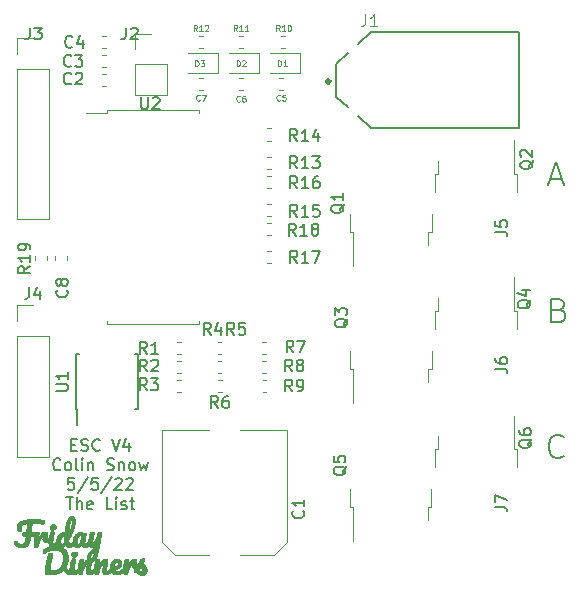
<source format=gbr>
G04 #@! TF.GenerationSoftware,KiCad,Pcbnew,(5.1.5-0)*
G04 #@! TF.CreationDate,2022-03-06T00:17:08-05:00*
G04 #@! TF.ProjectId,ESC_V4,4553435f-5634-42e6-9b69-6361645f7063,rev?*
G04 #@! TF.SameCoordinates,Original*
G04 #@! TF.FileFunction,Legend,Top*
G04 #@! TF.FilePolarity,Positive*
%FSLAX46Y46*%
G04 Gerber Fmt 4.6, Leading zero omitted, Abs format (unit mm)*
G04 Created by KiCad (PCBNEW (5.1.5-0)) date 2022-03-06 00:17:08*
%MOMM*%
%LPD*%
G04 APERTURE LIST*
%ADD10C,0.150000*%
%ADD11C,0.010000*%
%ADD12C,0.120000*%
%ADD13C,0.127000*%
%ADD14C,0.300000*%
%ADD15C,0.100000*%
%ADD16C,0.015000*%
G04 APERTURE END LIST*
D10*
X209223809Y-82653571D02*
X209557142Y-82653571D01*
X209700000Y-83177380D02*
X209223809Y-83177380D01*
X209223809Y-82177380D01*
X209700000Y-82177380D01*
X210080952Y-83129761D02*
X210223809Y-83177380D01*
X210461904Y-83177380D01*
X210557142Y-83129761D01*
X210604761Y-83082142D01*
X210652380Y-82986904D01*
X210652380Y-82891666D01*
X210604761Y-82796428D01*
X210557142Y-82748809D01*
X210461904Y-82701190D01*
X210271428Y-82653571D01*
X210176190Y-82605952D01*
X210128571Y-82558333D01*
X210080952Y-82463095D01*
X210080952Y-82367857D01*
X210128571Y-82272619D01*
X210176190Y-82225000D01*
X210271428Y-82177380D01*
X210509523Y-82177380D01*
X210652380Y-82225000D01*
X211652380Y-83082142D02*
X211604761Y-83129761D01*
X211461904Y-83177380D01*
X211366666Y-83177380D01*
X211223809Y-83129761D01*
X211128571Y-83034523D01*
X211080952Y-82939285D01*
X211033333Y-82748809D01*
X211033333Y-82605952D01*
X211080952Y-82415476D01*
X211128571Y-82320238D01*
X211223809Y-82225000D01*
X211366666Y-82177380D01*
X211461904Y-82177380D01*
X211604761Y-82225000D01*
X211652380Y-82272619D01*
X212700000Y-82177380D02*
X213033333Y-83177380D01*
X213366666Y-82177380D01*
X214128571Y-82510714D02*
X214128571Y-83177380D01*
X213890476Y-82129761D02*
X213652380Y-82844047D01*
X214271428Y-82844047D01*
X208319047Y-84732142D02*
X208271428Y-84779761D01*
X208128571Y-84827380D01*
X208033333Y-84827380D01*
X207890476Y-84779761D01*
X207795238Y-84684523D01*
X207747619Y-84589285D01*
X207700000Y-84398809D01*
X207700000Y-84255952D01*
X207747619Y-84065476D01*
X207795238Y-83970238D01*
X207890476Y-83875000D01*
X208033333Y-83827380D01*
X208128571Y-83827380D01*
X208271428Y-83875000D01*
X208319047Y-83922619D01*
X208890476Y-84827380D02*
X208795238Y-84779761D01*
X208747619Y-84732142D01*
X208700000Y-84636904D01*
X208700000Y-84351190D01*
X208747619Y-84255952D01*
X208795238Y-84208333D01*
X208890476Y-84160714D01*
X209033333Y-84160714D01*
X209128571Y-84208333D01*
X209176190Y-84255952D01*
X209223809Y-84351190D01*
X209223809Y-84636904D01*
X209176190Y-84732142D01*
X209128571Y-84779761D01*
X209033333Y-84827380D01*
X208890476Y-84827380D01*
X209795238Y-84827380D02*
X209700000Y-84779761D01*
X209652380Y-84684523D01*
X209652380Y-83827380D01*
X210176190Y-84827380D02*
X210176190Y-84160714D01*
X210176190Y-83827380D02*
X210128571Y-83875000D01*
X210176190Y-83922619D01*
X210223809Y-83875000D01*
X210176190Y-83827380D01*
X210176190Y-83922619D01*
X210652380Y-84160714D02*
X210652380Y-84827380D01*
X210652380Y-84255952D02*
X210700000Y-84208333D01*
X210795238Y-84160714D01*
X210938095Y-84160714D01*
X211033333Y-84208333D01*
X211080952Y-84303571D01*
X211080952Y-84827380D01*
X212271428Y-84779761D02*
X212414285Y-84827380D01*
X212652380Y-84827380D01*
X212747619Y-84779761D01*
X212795238Y-84732142D01*
X212842857Y-84636904D01*
X212842857Y-84541666D01*
X212795238Y-84446428D01*
X212747619Y-84398809D01*
X212652380Y-84351190D01*
X212461904Y-84303571D01*
X212366666Y-84255952D01*
X212319047Y-84208333D01*
X212271428Y-84113095D01*
X212271428Y-84017857D01*
X212319047Y-83922619D01*
X212366666Y-83875000D01*
X212461904Y-83827380D01*
X212700000Y-83827380D01*
X212842857Y-83875000D01*
X213271428Y-84160714D02*
X213271428Y-84827380D01*
X213271428Y-84255952D02*
X213319047Y-84208333D01*
X213414285Y-84160714D01*
X213557142Y-84160714D01*
X213652380Y-84208333D01*
X213700000Y-84303571D01*
X213700000Y-84827380D01*
X214319047Y-84827380D02*
X214223809Y-84779761D01*
X214176190Y-84732142D01*
X214128571Y-84636904D01*
X214128571Y-84351190D01*
X214176190Y-84255952D01*
X214223809Y-84208333D01*
X214319047Y-84160714D01*
X214461904Y-84160714D01*
X214557142Y-84208333D01*
X214604761Y-84255952D01*
X214652380Y-84351190D01*
X214652380Y-84636904D01*
X214604761Y-84732142D01*
X214557142Y-84779761D01*
X214461904Y-84827380D01*
X214319047Y-84827380D01*
X214985714Y-84160714D02*
X215176190Y-84827380D01*
X215366666Y-84351190D01*
X215557142Y-84827380D01*
X215747619Y-84160714D01*
X209461904Y-85477380D02*
X208985714Y-85477380D01*
X208938095Y-85953571D01*
X208985714Y-85905952D01*
X209080952Y-85858333D01*
X209319047Y-85858333D01*
X209414285Y-85905952D01*
X209461904Y-85953571D01*
X209509523Y-86048809D01*
X209509523Y-86286904D01*
X209461904Y-86382142D01*
X209414285Y-86429761D01*
X209319047Y-86477380D01*
X209080952Y-86477380D01*
X208985714Y-86429761D01*
X208938095Y-86382142D01*
X210652380Y-85429761D02*
X209795238Y-86715476D01*
X211461904Y-85477380D02*
X210985714Y-85477380D01*
X210938095Y-85953571D01*
X210985714Y-85905952D01*
X211080952Y-85858333D01*
X211319047Y-85858333D01*
X211414285Y-85905952D01*
X211461904Y-85953571D01*
X211509523Y-86048809D01*
X211509523Y-86286904D01*
X211461904Y-86382142D01*
X211414285Y-86429761D01*
X211319047Y-86477380D01*
X211080952Y-86477380D01*
X210985714Y-86429761D01*
X210938095Y-86382142D01*
X212652380Y-85429761D02*
X211795238Y-86715476D01*
X212938095Y-85572619D02*
X212985714Y-85525000D01*
X213080952Y-85477380D01*
X213319047Y-85477380D01*
X213414285Y-85525000D01*
X213461904Y-85572619D01*
X213509523Y-85667857D01*
X213509523Y-85763095D01*
X213461904Y-85905952D01*
X212890476Y-86477380D01*
X213509523Y-86477380D01*
X213890476Y-85572619D02*
X213938095Y-85525000D01*
X214033333Y-85477380D01*
X214271428Y-85477380D01*
X214366666Y-85525000D01*
X214414285Y-85572619D01*
X214461904Y-85667857D01*
X214461904Y-85763095D01*
X214414285Y-85905952D01*
X213842857Y-86477380D01*
X214461904Y-86477380D01*
X208819047Y-87127380D02*
X209390476Y-87127380D01*
X209104761Y-88127380D02*
X209104761Y-87127380D01*
X209723809Y-88127380D02*
X209723809Y-87127380D01*
X210152380Y-88127380D02*
X210152380Y-87603571D01*
X210104761Y-87508333D01*
X210009523Y-87460714D01*
X209866666Y-87460714D01*
X209771428Y-87508333D01*
X209723809Y-87555952D01*
X211009523Y-88079761D02*
X210914285Y-88127380D01*
X210723809Y-88127380D01*
X210628571Y-88079761D01*
X210580952Y-87984523D01*
X210580952Y-87603571D01*
X210628571Y-87508333D01*
X210723809Y-87460714D01*
X210914285Y-87460714D01*
X211009523Y-87508333D01*
X211057142Y-87603571D01*
X211057142Y-87698809D01*
X210580952Y-87794047D01*
X212723809Y-88127380D02*
X212247619Y-88127380D01*
X212247619Y-87127380D01*
X213057142Y-88127380D02*
X213057142Y-87460714D01*
X213057142Y-87127380D02*
X213009523Y-87175000D01*
X213057142Y-87222619D01*
X213104761Y-87175000D01*
X213057142Y-87127380D01*
X213057142Y-87222619D01*
X213485714Y-88079761D02*
X213580952Y-88127380D01*
X213771428Y-88127380D01*
X213866666Y-88079761D01*
X213914285Y-87984523D01*
X213914285Y-87936904D01*
X213866666Y-87841666D01*
X213771428Y-87794047D01*
X213628571Y-87794047D01*
X213533333Y-87746428D01*
X213485714Y-87651190D01*
X213485714Y-87603571D01*
X213533333Y-87508333D01*
X213628571Y-87460714D01*
X213771428Y-87460714D01*
X213866666Y-87508333D01*
X214200000Y-87460714D02*
X214580952Y-87460714D01*
X214342857Y-87127380D02*
X214342857Y-87984523D01*
X214390476Y-88079761D01*
X214485714Y-88127380D01*
X214580952Y-88127380D01*
X250919047Y-83614285D02*
X250823809Y-83709523D01*
X250538095Y-83804761D01*
X250347619Y-83804761D01*
X250061904Y-83709523D01*
X249871428Y-83519047D01*
X249776190Y-83328571D01*
X249680952Y-82947619D01*
X249680952Y-82661904D01*
X249776190Y-82280952D01*
X249871428Y-82090476D01*
X250061904Y-81900000D01*
X250347619Y-81804761D01*
X250538095Y-81804761D01*
X250823809Y-81900000D01*
X250919047Y-81995238D01*
X250542857Y-71257142D02*
X250828571Y-71352380D01*
X250923809Y-71447619D01*
X251019047Y-71638095D01*
X251019047Y-71923809D01*
X250923809Y-72114285D01*
X250828571Y-72209523D01*
X250638095Y-72304761D01*
X249876190Y-72304761D01*
X249876190Y-70304761D01*
X250542857Y-70304761D01*
X250733333Y-70400000D01*
X250828571Y-70495238D01*
X250923809Y-70685714D01*
X250923809Y-70876190D01*
X250828571Y-71066666D01*
X250733333Y-71161904D01*
X250542857Y-71257142D01*
X249876190Y-71257142D01*
X249823809Y-60133333D02*
X250776190Y-60133333D01*
X249633333Y-60704761D02*
X250300000Y-58704761D01*
X250966666Y-60704761D01*
D11*
G36*
X209292374Y-88715829D02*
G01*
X209315623Y-88720179D01*
X209333397Y-88725497D01*
X209358413Y-88736262D01*
X209382278Y-88750099D01*
X209404832Y-88766839D01*
X209425915Y-88786315D01*
X209445365Y-88808358D01*
X209463021Y-88832801D01*
X209478723Y-88859476D01*
X209492310Y-88888216D01*
X209494541Y-88893649D01*
X209505262Y-88923885D01*
X209514321Y-88956927D01*
X209521704Y-88992623D01*
X209527398Y-89030821D01*
X209531390Y-89071369D01*
X209533665Y-89114114D01*
X209534211Y-89158905D01*
X209533014Y-89205589D01*
X209530060Y-89254014D01*
X209528307Y-89274680D01*
X209521828Y-89333678D01*
X209513074Y-89394077D01*
X209502023Y-89455954D01*
X209488653Y-89519387D01*
X209472942Y-89584451D01*
X209454867Y-89651224D01*
X209434407Y-89719782D01*
X209411540Y-89790202D01*
X209386244Y-89862561D01*
X209358496Y-89936935D01*
X209328275Y-90013400D01*
X209295558Y-90092035D01*
X209288812Y-90107800D01*
X209240527Y-90216651D01*
X209189120Y-90325845D01*
X209134781Y-90435006D01*
X209077697Y-90543759D01*
X209018056Y-90651729D01*
X209000397Y-90682687D01*
X208975104Y-90726714D01*
X208977092Y-90752114D01*
X208980920Y-90791821D01*
X208985942Y-90828460D01*
X208992153Y-90862021D01*
X208999549Y-90892490D01*
X209008125Y-90919858D01*
X209017876Y-90944111D01*
X209028796Y-90965239D01*
X209040882Y-90983230D01*
X209054128Y-90998073D01*
X209068529Y-91009755D01*
X209084081Y-91018266D01*
X209090338Y-91020682D01*
X209105622Y-91024278D01*
X209122627Y-91025271D01*
X209141013Y-91023743D01*
X209160438Y-91019775D01*
X209180560Y-91013450D01*
X209201037Y-91004850D01*
X209221528Y-90994056D01*
X209234317Y-90986148D01*
X209245089Y-90978760D01*
X209255978Y-90970585D01*
X209267383Y-90961286D01*
X209279701Y-90950522D01*
X209293328Y-90937955D01*
X209308663Y-90923245D01*
X209312930Y-90919076D01*
X209342987Y-90889612D01*
X209342987Y-90881970D01*
X209690364Y-90881970D01*
X209690698Y-90901338D01*
X209691663Y-90918302D01*
X209693331Y-90933336D01*
X209695773Y-90946912D01*
X209699061Y-90959506D01*
X209703268Y-90971591D01*
X209708465Y-90983639D01*
X209709842Y-90986526D01*
X209714123Y-90994817D01*
X209718335Y-91001506D01*
X209723328Y-91007766D01*
X209729955Y-91014769D01*
X209731371Y-91016183D01*
X209742691Y-91026413D01*
X209753832Y-91034162D01*
X209765880Y-91040091D01*
X209777429Y-91044127D01*
X209796755Y-91048526D01*
X209815922Y-91050119D01*
X209834338Y-91048896D01*
X209849146Y-91045576D01*
X209864902Y-91039484D01*
X209880111Y-91030987D01*
X209895183Y-91019810D01*
X209910531Y-91005676D01*
X209914133Y-91001990D01*
X209933186Y-90980158D01*
X209950424Y-90956204D01*
X209965932Y-90929953D01*
X209979795Y-90901233D01*
X209992099Y-90869871D01*
X210002929Y-90835695D01*
X210010164Y-90807994D01*
X210011331Y-90802855D01*
X210013111Y-90794633D01*
X210015457Y-90783563D01*
X210018319Y-90769884D01*
X210021649Y-90753831D01*
X210025397Y-90735643D01*
X210029517Y-90715557D01*
X210033958Y-90693809D01*
X210038672Y-90670636D01*
X210043610Y-90646277D01*
X210048724Y-90620967D01*
X210053966Y-90594944D01*
X210057737Y-90576169D01*
X210063819Y-90545846D01*
X210069267Y-90518663D01*
X210074114Y-90494436D01*
X210078393Y-90472983D01*
X210082137Y-90454123D01*
X210085380Y-90437674D01*
X210088154Y-90423455D01*
X210090492Y-90411282D01*
X210092427Y-90400975D01*
X210093994Y-90392351D01*
X210095224Y-90385228D01*
X210096151Y-90379426D01*
X210096808Y-90374761D01*
X210097228Y-90371052D01*
X210097445Y-90368117D01*
X210097490Y-90365774D01*
X210097399Y-90363842D01*
X210097202Y-90362138D01*
X210096966Y-90360666D01*
X210092874Y-90345784D01*
X210086178Y-90332502D01*
X210077235Y-90321088D01*
X210066403Y-90311805D01*
X210054039Y-90304921D01*
X210040501Y-90300701D01*
X210026146Y-90299411D01*
X210015876Y-90300380D01*
X210006253Y-90302921D01*
X209994592Y-90307472D01*
X209981362Y-90313771D01*
X209967033Y-90321553D01*
X209952077Y-90330555D01*
X209936962Y-90340512D01*
X209922160Y-90351161D01*
X209913640Y-90357760D01*
X209904258Y-90365709D01*
X209893392Y-90375686D01*
X209881658Y-90387058D01*
X209869671Y-90399197D01*
X209858049Y-90411473D01*
X209847407Y-90423256D01*
X209838363Y-90433916D01*
X209835089Y-90438036D01*
X209807961Y-90475826D01*
X209783451Y-90515722D01*
X209761606Y-90557627D01*
X209742475Y-90601439D01*
X209726106Y-90647060D01*
X209713806Y-90689460D01*
X209706109Y-90721562D01*
X209700121Y-90752201D01*
X209695697Y-90782439D01*
X209692690Y-90813339D01*
X209690957Y-90845964D01*
X209690588Y-90859724D01*
X209690364Y-90881970D01*
X209342987Y-90881970D01*
X209342987Y-90861325D01*
X209344174Y-90821248D01*
X209347674Y-90779475D01*
X209353397Y-90736697D01*
X209361251Y-90693603D01*
X209370375Y-90653900D01*
X209384599Y-90604310D01*
X209402017Y-90554879D01*
X209422446Y-90505968D01*
X209445700Y-90457940D01*
X209471594Y-90411154D01*
X209499942Y-90365973D01*
X209530560Y-90322757D01*
X209557978Y-90288140D01*
X209590027Y-90251955D01*
X209624228Y-90217591D01*
X209660251Y-90185312D01*
X209697768Y-90155382D01*
X209736450Y-90128064D01*
X209775969Y-90103623D01*
X209812472Y-90084056D01*
X209853123Y-90065475D01*
X209893656Y-90050207D01*
X209934304Y-90038195D01*
X209975297Y-90029383D01*
X210016867Y-90023714D01*
X210059245Y-90021134D01*
X210071967Y-90020954D01*
X210091268Y-90021207D01*
X210107626Y-90022187D01*
X210121422Y-90023990D01*
X210133039Y-90026712D01*
X210142860Y-90030448D01*
X210151268Y-90035296D01*
X210158647Y-90041350D01*
X210160450Y-90043140D01*
X210166193Y-90050379D01*
X210172195Y-90060336D01*
X210178159Y-90072388D01*
X210183788Y-90085912D01*
X210188783Y-90100285D01*
X210190506Y-90106025D01*
X210192787Y-90113917D01*
X210194731Y-90120509D01*
X210196154Y-90125185D01*
X210196870Y-90127327D01*
X210196909Y-90127395D01*
X210198621Y-90127264D01*
X210203016Y-90126699D01*
X210209432Y-90125788D01*
X210217207Y-90124624D01*
X210217337Y-90124604D01*
X210239806Y-90121580D01*
X210261714Y-90119552D01*
X210284146Y-90118458D01*
X210308185Y-90118234D01*
X210322773Y-90118466D01*
X210337904Y-90118905D01*
X210350273Y-90119494D01*
X210360503Y-90120323D01*
X210369218Y-90121482D01*
X210377042Y-90123061D01*
X210384598Y-90125150D01*
X210392511Y-90127839D01*
X210395529Y-90128957D01*
X210411702Y-90136635D01*
X210425430Y-90146502D01*
X210436580Y-90158402D01*
X210445018Y-90172175D01*
X210450610Y-90187663D01*
X210452273Y-90195854D01*
X210453178Y-90205650D01*
X210453279Y-90218252D01*
X210452572Y-90233705D01*
X210451049Y-90252052D01*
X210448704Y-90273337D01*
X210445533Y-90297605D01*
X210441528Y-90324900D01*
X210436684Y-90355265D01*
X210430995Y-90388744D01*
X210424455Y-90425383D01*
X210417058Y-90465224D01*
X210412079Y-90491340D01*
X210403456Y-90536534D01*
X210395578Y-90578603D01*
X210388420Y-90617723D01*
X210381956Y-90654065D01*
X210376160Y-90687805D01*
X210371006Y-90719116D01*
X210366469Y-90748171D01*
X210362523Y-90775144D01*
X210359142Y-90800209D01*
X210356301Y-90823540D01*
X210353973Y-90845310D01*
X210352133Y-90865693D01*
X210350756Y-90884863D01*
X210349815Y-90902993D01*
X210349438Y-90913827D01*
X210349134Y-90926702D01*
X210349049Y-90936816D01*
X210349206Y-90944790D01*
X210349627Y-90951242D01*
X210350335Y-90956793D01*
X210351173Y-90961240D01*
X210356099Y-90977618D01*
X210363317Y-90991902D01*
X210372594Y-91003901D01*
X210383697Y-91013425D01*
X210396393Y-91020282D01*
X210410450Y-91024284D01*
X210425633Y-91025237D01*
X210429082Y-91025020D01*
X210441973Y-91023105D01*
X210455307Y-91019455D01*
X210469202Y-91013978D01*
X210483778Y-91006580D01*
X210499154Y-90997168D01*
X210515448Y-90985649D01*
X210532780Y-90971929D01*
X210551267Y-90955916D01*
X210571030Y-90937515D01*
X210592187Y-90916633D01*
X210614856Y-90893178D01*
X210639157Y-90867056D01*
X210660567Y-90843376D01*
X210681902Y-90819515D01*
X210683073Y-90792587D01*
X210687236Y-90722148D01*
X210693594Y-90652762D01*
X210702223Y-90583983D01*
X210713202Y-90515363D01*
X210726609Y-90446457D01*
X210742521Y-90376816D01*
X210761018Y-90305995D01*
X210778796Y-90244648D01*
X210784733Y-90225149D01*
X210789909Y-90208497D01*
X210794470Y-90194280D01*
X210798564Y-90182081D01*
X210802338Y-90171488D01*
X210805940Y-90162085D01*
X210809516Y-90153459D01*
X210813214Y-90145195D01*
X210816936Y-90137380D01*
X210828206Y-90116430D01*
X210840446Y-90097980D01*
X210853864Y-90081920D01*
X210868672Y-90068144D01*
X210885077Y-90056542D01*
X210903290Y-90047006D01*
X210923521Y-90039428D01*
X210945978Y-90033699D01*
X210970871Y-90029711D01*
X210998409Y-90027356D01*
X211028803Y-90026524D01*
X211031197Y-90026520D01*
X211052850Y-90026984D01*
X211071496Y-90028449D01*
X211087396Y-90031026D01*
X211100811Y-90034826D01*
X211112001Y-90039960D01*
X211121227Y-90046538D01*
X211128751Y-90054671D01*
X211134832Y-90064471D01*
X211138218Y-90071995D01*
X211139929Y-90076853D01*
X211141046Y-90081727D01*
X211141686Y-90087532D01*
X211141964Y-90095184D01*
X211142006Y-90101874D01*
X211141874Y-90110534D01*
X211141410Y-90118424D01*
X211140499Y-90126466D01*
X211139027Y-90135582D01*
X211136879Y-90146694D01*
X211135821Y-90151827D01*
X211120188Y-90222066D01*
X211103321Y-90289834D01*
X211096655Y-90315752D01*
X211090475Y-90340675D01*
X211084660Y-90365167D01*
X211079087Y-90389793D01*
X211073633Y-90415117D01*
X211068176Y-90441705D01*
X211062594Y-90470121D01*
X211056763Y-90500930D01*
X211052443Y-90524360D01*
X211044783Y-90567028D01*
X211037975Y-90606552D01*
X211032009Y-90643065D01*
X211026878Y-90676699D01*
X211022572Y-90707586D01*
X211019083Y-90735859D01*
X211016401Y-90761649D01*
X211014517Y-90785089D01*
X211013423Y-90806311D01*
X211013109Y-90825447D01*
X211013567Y-90842629D01*
X211014789Y-90857989D01*
X211016764Y-90871660D01*
X211019484Y-90883774D01*
X211022940Y-90894462D01*
X211026885Y-90903394D01*
X211032608Y-90912207D01*
X211039987Y-90920067D01*
X211047978Y-90925900D01*
X211049613Y-90926756D01*
X211056219Y-90928881D01*
X211064709Y-90930162D01*
X211073665Y-90930508D01*
X211081668Y-90929824D01*
X211084849Y-90929074D01*
X211096450Y-90924051D01*
X211109078Y-90916067D01*
X211122541Y-90905323D01*
X211136648Y-90892019D01*
X211151209Y-90876356D01*
X211166032Y-90858532D01*
X211180928Y-90838750D01*
X211195704Y-90817207D01*
X211204286Y-90803760D01*
X211214763Y-90786460D01*
X211224963Y-90768680D01*
X211235262Y-90749729D01*
X211246036Y-90728916D01*
X211256418Y-90708087D01*
X211277629Y-90663402D01*
X211298228Y-90616939D01*
X211318293Y-90568490D01*
X211337898Y-90517845D01*
X211357122Y-90464795D01*
X211376040Y-90409130D01*
X211394730Y-90350641D01*
X211413268Y-90289118D01*
X211425962Y-90244960D01*
X211432319Y-90222562D01*
X211437910Y-90203156D01*
X211442829Y-90186455D01*
X211447167Y-90172175D01*
X211451017Y-90160032D01*
X211454471Y-90149739D01*
X211457621Y-90141011D01*
X211460559Y-90133564D01*
X211463379Y-90127113D01*
X211465603Y-90122492D01*
X211477225Y-90101832D01*
X211490011Y-90084047D01*
X211504214Y-90068966D01*
X211520088Y-90056420D01*
X211537887Y-90046236D01*
X211557864Y-90038245D01*
X211580272Y-90032274D01*
X211605367Y-90028153D01*
X211605674Y-90028116D01*
X211614302Y-90027379D01*
X211625186Y-90026927D01*
X211637638Y-90026744D01*
X211650969Y-90026813D01*
X211664490Y-90027117D01*
X211677511Y-90027640D01*
X211689344Y-90028365D01*
X211699300Y-90029276D01*
X211706689Y-90030356D01*
X211707727Y-90030574D01*
X211718697Y-90033755D01*
X211729290Y-90038101D01*
X211738677Y-90043186D01*
X211746028Y-90048585D01*
X211749135Y-90051822D01*
X211754176Y-90058814D01*
X211757761Y-90065575D01*
X211760147Y-90072953D01*
X211761588Y-90081800D01*
X211762342Y-90092963D01*
X211762447Y-90096021D01*
X211762457Y-90105199D01*
X211761989Y-90116393D01*
X211761028Y-90129696D01*
X211759562Y-90145202D01*
X211757578Y-90163004D01*
X211755061Y-90183197D01*
X211751998Y-90205873D01*
X211748376Y-90231126D01*
X211744181Y-90259049D01*
X211739401Y-90289737D01*
X211734022Y-90323283D01*
X211728029Y-90359780D01*
X211721411Y-90399322D01*
X211714153Y-90442002D01*
X211706676Y-90485414D01*
X211703113Y-90506127D01*
X211699154Y-90529397D01*
X211694846Y-90554934D01*
X211690235Y-90582452D01*
X211685369Y-90611664D01*
X211680294Y-90642283D01*
X211675056Y-90674022D01*
X211669702Y-90706594D01*
X211664278Y-90739711D01*
X211658832Y-90773087D01*
X211653410Y-90806435D01*
X211648058Y-90839468D01*
X211642824Y-90871897D01*
X211637753Y-90903438D01*
X211632893Y-90933801D01*
X211628290Y-90962701D01*
X211623991Y-90989851D01*
X211620042Y-91014962D01*
X211616489Y-91037749D01*
X211613381Y-91057924D01*
X211610763Y-91075200D01*
X211609578Y-91083160D01*
X211596842Y-91166028D01*
X211583267Y-91247764D01*
X211568898Y-91328178D01*
X211553779Y-91407076D01*
X211537955Y-91484266D01*
X211521471Y-91559555D01*
X211504370Y-91632752D01*
X211486697Y-91703664D01*
X211468497Y-91772098D01*
X211449814Y-91837862D01*
X211430692Y-91900764D01*
X211411177Y-91960611D01*
X211398387Y-91997539D01*
X211380803Y-92045928D01*
X211363494Y-92091159D01*
X211346353Y-92133438D01*
X211329275Y-92172971D01*
X211312153Y-92209966D01*
X211294883Y-92244628D01*
X211277357Y-92277164D01*
X211259470Y-92307782D01*
X211241117Y-92336687D01*
X211222191Y-92364087D01*
X211202586Y-92390187D01*
X211187597Y-92408764D01*
X211161679Y-92437773D01*
X211134202Y-92464394D01*
X211105380Y-92488491D01*
X211075426Y-92509926D01*
X211044554Y-92528562D01*
X211012977Y-92544260D01*
X210980910Y-92556884D01*
X210948564Y-92566296D01*
X210939800Y-92568271D01*
X210932516Y-92569833D01*
X210926593Y-92571146D01*
X210922730Y-92572054D01*
X210921594Y-92572381D01*
X210921256Y-92574088D01*
X210920563Y-92578640D01*
X210919590Y-92585520D01*
X210918408Y-92594212D01*
X210917090Y-92604202D01*
X210916907Y-92605611D01*
X210912648Y-92636361D01*
X210907536Y-92669412D01*
X210901545Y-92704919D01*
X210894646Y-92743035D01*
X210886811Y-92783911D01*
X210878014Y-92827703D01*
X210868225Y-92874561D01*
X210867654Y-92877247D01*
X210859631Y-92915185D01*
X210852375Y-92950042D01*
X210845849Y-92982024D01*
X210840015Y-93011341D01*
X210834839Y-93038200D01*
X210830281Y-93062809D01*
X210826307Y-93085377D01*
X210822879Y-93106111D01*
X210819960Y-93125219D01*
X210817514Y-93142910D01*
X210815503Y-93159392D01*
X210813891Y-93174873D01*
X210812772Y-93187864D01*
X210811848Y-93211197D01*
X210812781Y-93232828D01*
X210815523Y-93252488D01*
X210820027Y-93269909D01*
X210826243Y-93284822D01*
X210831738Y-93293835D01*
X210841337Y-93304436D01*
X210853001Y-93312532D01*
X210866443Y-93318056D01*
X210881374Y-93320941D01*
X210897506Y-93321117D01*
X210914553Y-93318517D01*
X210924560Y-93315770D01*
X210938482Y-93310726D01*
X210952259Y-93304427D01*
X210966230Y-93296645D01*
X210980737Y-93287149D01*
X210996119Y-93275712D01*
X211012717Y-93262106D01*
X211030871Y-93246100D01*
X211038227Y-93239361D01*
X211046753Y-93231303D01*
X211056370Y-93221910D01*
X211066808Y-93211473D01*
X211077796Y-93200281D01*
X211089063Y-93188624D01*
X211100338Y-93176793D01*
X211111351Y-93165076D01*
X211121830Y-93153764D01*
X211131505Y-93143146D01*
X211140106Y-93133513D01*
X211147360Y-93125155D01*
X211152998Y-93118360D01*
X211156749Y-93113420D01*
X211158266Y-93110858D01*
X211158776Y-93108048D01*
X211159363Y-93102371D01*
X211159992Y-93094345D01*
X211160624Y-93084487D01*
X211161222Y-93073316D01*
X211161608Y-93064780D01*
X211165847Y-92988979D01*
X211172152Y-92915387D01*
X211180596Y-92843472D01*
X211191256Y-92772704D01*
X211204204Y-92702552D01*
X211219516Y-92632485D01*
X211226046Y-92605467D01*
X211232023Y-92581959D01*
X211238377Y-92558046D01*
X211244887Y-92534516D01*
X211251332Y-92512155D01*
X211257492Y-92491749D01*
X211261706Y-92478467D01*
X211271856Y-92451150D01*
X211283643Y-92426738D01*
X211297181Y-92405136D01*
X211312588Y-92386250D01*
X211329980Y-92369988D01*
X211349473Y-92356255D01*
X211371183Y-92344958D01*
X211395228Y-92336004D01*
X211421723Y-92329299D01*
X211450785Y-92324749D01*
X211453236Y-92324474D01*
X211461850Y-92323769D01*
X211472592Y-92323248D01*
X211484735Y-92322911D01*
X211497550Y-92322759D01*
X211510308Y-92322792D01*
X211522281Y-92323011D01*
X211532740Y-92323416D01*
X211540956Y-92324008D01*
X211544320Y-92324423D01*
X211560426Y-92327743D01*
X211573565Y-92332314D01*
X211583986Y-92338326D01*
X211591938Y-92345968D01*
X211597669Y-92355429D01*
X211601429Y-92366900D01*
X211601685Y-92368060D01*
X211602966Y-92376797D01*
X211603393Y-92387106D01*
X211602936Y-92399173D01*
X211601567Y-92413183D01*
X211599256Y-92429322D01*
X211595973Y-92447776D01*
X211591691Y-92468731D01*
X211586378Y-92492373D01*
X211580006Y-92518887D01*
X211574432Y-92541096D01*
X211567967Y-92566650D01*
X211561559Y-92592349D01*
X211555287Y-92617861D01*
X211549227Y-92642852D01*
X211543457Y-92666993D01*
X211538057Y-92689949D01*
X211533103Y-92711389D01*
X211528674Y-92730981D01*
X211524847Y-92748392D01*
X211521701Y-92763291D01*
X211519314Y-92775345D01*
X211518762Y-92778330D01*
X211517596Y-92788813D01*
X211518446Y-92797183D01*
X211521439Y-92804137D01*
X211524168Y-92807753D01*
X211531473Y-92813665D01*
X211540313Y-92816583D01*
X211548947Y-92816671D01*
X211554718Y-92815527D01*
X211559534Y-92813218D01*
X211563920Y-92809259D01*
X211568400Y-92803160D01*
X211573499Y-92794436D01*
X211574124Y-92793288D01*
X211578102Y-92785936D01*
X211583134Y-92776627D01*
X211588665Y-92766387D01*
X211594143Y-92756239D01*
X211596005Y-92752787D01*
X211626631Y-92699095D01*
X211659142Y-92648127D01*
X211693664Y-92599712D01*
X211730323Y-92553679D01*
X211769245Y-92509858D01*
X211794806Y-92483488D01*
X211822553Y-92456935D01*
X211849727Y-92433319D01*
X211876764Y-92412343D01*
X211904098Y-92393711D01*
X211932163Y-92377126D01*
X211961396Y-92362292D01*
X211992207Y-92348923D01*
X212013389Y-92340872D01*
X212032683Y-92334586D01*
X212050966Y-92329872D01*
X212069113Y-92326539D01*
X212088003Y-92324395D01*
X212108511Y-92323249D01*
X212109915Y-92323204D01*
X212131388Y-92322986D01*
X212150235Y-92323797D01*
X212167092Y-92325751D01*
X212182591Y-92328960D01*
X212197369Y-92333536D01*
X212212058Y-92339591D01*
X212217707Y-92342282D01*
X212236112Y-92352992D01*
X212252051Y-92365812D01*
X212265565Y-92380814D01*
X212276696Y-92398068D01*
X212285483Y-92417645D01*
X212291969Y-92439616D01*
X212296194Y-92464051D01*
X212297699Y-92480527D01*
X212298337Y-92497442D01*
X212298202Y-92516229D01*
X212297278Y-92536999D01*
X212295550Y-92559862D01*
X212293001Y-92584926D01*
X212289616Y-92612304D01*
X212285378Y-92642103D01*
X212280271Y-92674434D01*
X212274279Y-92709407D01*
X212267386Y-92747131D01*
X212259576Y-92787717D01*
X212250833Y-92831275D01*
X212241140Y-92877914D01*
X212236148Y-92901419D01*
X212227511Y-92942293D01*
X212219749Y-92980040D01*
X212212841Y-93014799D01*
X212206767Y-93046709D01*
X212201505Y-93075910D01*
X212197034Y-93102540D01*
X212193333Y-93126738D01*
X212190381Y-93148644D01*
X212188157Y-93168397D01*
X212186641Y-93186136D01*
X212185810Y-93201999D01*
X212185644Y-93216126D01*
X212186123Y-93228656D01*
X212186301Y-93231077D01*
X212189025Y-93251909D01*
X212193636Y-93269953D01*
X212200164Y-93285246D01*
X212208633Y-93297827D01*
X212219070Y-93307737D01*
X212231504Y-93315014D01*
X212245959Y-93319697D01*
X212246713Y-93319859D01*
X212262839Y-93321556D01*
X212280103Y-93320141D01*
X212298400Y-93315655D01*
X212317626Y-93308137D01*
X212337675Y-93297626D01*
X212358443Y-93284162D01*
X212374900Y-93271774D01*
X212384444Y-93263893D01*
X212394962Y-93254733D01*
X212406161Y-93244590D01*
X212417746Y-93233760D01*
X212429425Y-93222539D01*
X212440904Y-93211225D01*
X212451891Y-93200112D01*
X212462091Y-93189499D01*
X212471212Y-93179680D01*
X212478960Y-93170953D01*
X212485043Y-93163613D01*
X212489166Y-93157958D01*
X212490985Y-93154467D01*
X212491703Y-93151090D01*
X212492017Y-93146695D01*
X212491915Y-93140714D01*
X212491385Y-93132584D01*
X212490415Y-93121737D01*
X212490254Y-93120076D01*
X212486722Y-93067438D01*
X212486398Y-93015000D01*
X212488031Y-92985322D01*
X212822808Y-92985322D01*
X212822846Y-92993620D01*
X212823083Y-93000022D01*
X212823529Y-93004001D01*
X212824057Y-93005088D01*
X212826073Y-93004675D01*
X212830731Y-93003545D01*
X212837401Y-93001857D01*
X212845452Y-92999767D01*
X212848187Y-92999047D01*
X212887952Y-92987510D01*
X212925635Y-92974479D01*
X212961110Y-92960034D01*
X212994253Y-92944255D01*
X213024938Y-92927222D01*
X213053041Y-92909015D01*
X213078437Y-92889713D01*
X213101000Y-92869398D01*
X213120606Y-92848148D01*
X213137130Y-92826043D01*
X213148521Y-92806904D01*
X213159021Y-92784079D01*
X213166368Y-92761132D01*
X213170721Y-92737424D01*
X213172236Y-92712317D01*
X213172239Y-92710454D01*
X213171857Y-92695852D01*
X213170619Y-92683549D01*
X213168312Y-92672518D01*
X213164723Y-92661732D01*
X213159723Y-92650340D01*
X213150548Y-92634858D01*
X213139125Y-92621768D01*
X213125671Y-92611141D01*
X213110401Y-92603047D01*
X213093532Y-92597558D01*
X213075280Y-92594742D01*
X213055863Y-92594670D01*
X213035496Y-92597413D01*
X213014397Y-92603041D01*
X213014231Y-92603096D01*
X212994530Y-92610939D01*
X212976206Y-92621021D01*
X212958693Y-92633707D01*
X212941423Y-92649361D01*
X212939850Y-92650939D01*
X212920371Y-92672854D01*
X212902359Y-92697624D01*
X212885912Y-92725006D01*
X212871128Y-92754758D01*
X212858107Y-92786636D01*
X212846946Y-92820398D01*
X212837743Y-92855801D01*
X212830597Y-92892602D01*
X212825607Y-92930558D01*
X212825291Y-92933776D01*
X212824468Y-92943673D01*
X212823800Y-92954303D01*
X212823294Y-92965137D01*
X212822960Y-92975652D01*
X212822808Y-92985322D01*
X212488031Y-92985322D01*
X212489262Y-92962973D01*
X212495288Y-92911570D01*
X212504455Y-92861005D01*
X212516739Y-92811489D01*
X212527256Y-92777340D01*
X212544542Y-92730342D01*
X212564333Y-92685374D01*
X212586567Y-92642519D01*
X212611183Y-92601861D01*
X212638119Y-92563482D01*
X212667314Y-92527466D01*
X212698705Y-92493897D01*
X212732232Y-92462856D01*
X212767832Y-92434428D01*
X212795693Y-92414978D01*
X212831547Y-92393108D01*
X212867999Y-92374336D01*
X212905385Y-92358537D01*
X212944039Y-92345587D01*
X212984295Y-92335364D01*
X213026487Y-92327743D01*
X213034453Y-92326619D01*
X213045590Y-92325436D01*
X213059180Y-92324512D01*
X213074591Y-92323845D01*
X213091187Y-92323435D01*
X213108334Y-92323284D01*
X213125397Y-92323390D01*
X213141743Y-92323753D01*
X213156737Y-92324374D01*
X213169744Y-92325253D01*
X213180131Y-92326388D01*
X213181773Y-92326636D01*
X213216640Y-92333704D01*
X213249590Y-92343457D01*
X213280559Y-92355858D01*
X213309483Y-92370876D01*
X213336297Y-92388475D01*
X213360937Y-92408621D01*
X213383337Y-92431282D01*
X213385165Y-92433356D01*
X213404425Y-92457623D01*
X213420988Y-92483282D01*
X213434921Y-92510510D01*
X213446290Y-92539485D01*
X213455163Y-92570386D01*
X213461606Y-92603388D01*
X213465687Y-92638672D01*
X213466405Y-92648807D01*
X213467251Y-92688406D01*
X213464898Y-92727400D01*
X213459378Y-92765608D01*
X213450728Y-92802848D01*
X213438981Y-92838940D01*
X213424171Y-92873702D01*
X213423278Y-92875554D01*
X213410383Y-92900526D01*
X213396884Y-92923363D01*
X213382252Y-92944802D01*
X213365954Y-92965582D01*
X213347460Y-92986442D01*
X213332552Y-93001861D01*
X213323589Y-93010714D01*
X213314437Y-93019511D01*
X213305686Y-93027704D01*
X213297923Y-93034744D01*
X213291737Y-93040083D01*
X213290147Y-93041374D01*
X213279374Y-93049543D01*
X213266372Y-93058794D01*
X213251906Y-93068622D01*
X213236740Y-93078526D01*
X213221639Y-93088001D01*
X213207366Y-93096546D01*
X213199553Y-93100997D01*
X213171221Y-93115926D01*
X213140014Y-93130832D01*
X213106438Y-93145515D01*
X213071001Y-93159775D01*
X213034209Y-93173410D01*
X212996568Y-93186220D01*
X212958586Y-93198005D01*
X212943103Y-93202475D01*
X212932544Y-93205482D01*
X212922660Y-93208346D01*
X212914081Y-93210882D01*
X212907436Y-93212904D01*
X212903354Y-93214224D01*
X212903085Y-93214320D01*
X212894566Y-93219052D01*
X212888451Y-93226154D01*
X212885239Y-93233930D01*
X212884210Y-93240274D01*
X212884835Y-93246319D01*
X212887352Y-93252551D01*
X212892004Y-93259458D01*
X212899031Y-93267526D01*
X212904757Y-93273395D01*
X212925296Y-93291459D01*
X212948176Y-93307078D01*
X212973390Y-93320252D01*
X213000934Y-93330976D01*
X213030799Y-93339249D01*
X213062980Y-93345067D01*
X213082278Y-93347277D01*
X213096462Y-93348205D01*
X213112627Y-93348628D01*
X213129892Y-93348572D01*
X213147374Y-93348063D01*
X213164190Y-93347128D01*
X213179457Y-93345794D01*
X213192292Y-93344086D01*
X213192983Y-93343969D01*
X213227962Y-93336627D01*
X213264186Y-93326460D01*
X213301317Y-93313637D01*
X213339017Y-93298325D01*
X213376947Y-93280694D01*
X213414770Y-93260912D01*
X213452147Y-93239148D01*
X213488740Y-93215570D01*
X213524210Y-93190346D01*
X213558219Y-93163646D01*
X213563175Y-93159523D01*
X213575110Y-93149356D01*
X213586243Y-93139565D01*
X213596276Y-93130432D01*
X213604911Y-93122241D01*
X213611851Y-93115275D01*
X213616798Y-93109818D01*
X213619456Y-93106153D01*
X213619658Y-93105728D01*
X213620610Y-93101764D01*
X213621533Y-93094582D01*
X213622412Y-93084350D01*
X213623233Y-93071237D01*
X213623713Y-93061553D01*
X213627584Y-92993973D01*
X213632982Y-92928796D01*
X213639987Y-92865362D01*
X213648682Y-92803011D01*
X213659148Y-92741083D01*
X213670349Y-92684207D01*
X213675696Y-92659563D01*
X213681453Y-92634523D01*
X213687522Y-92609441D01*
X213693804Y-92584668D01*
X213700200Y-92560556D01*
X213706610Y-92537456D01*
X213712936Y-92515721D01*
X213719079Y-92495702D01*
X213724940Y-92477752D01*
X213730420Y-92462221D01*
X213735420Y-92449463D01*
X213738040Y-92443517D01*
X213750136Y-92420741D01*
X213764038Y-92400603D01*
X213779872Y-92383018D01*
X213797763Y-92367898D01*
X213817836Y-92355155D01*
X213840219Y-92344704D01*
X213865036Y-92336456D01*
X213892414Y-92330325D01*
X213904317Y-92328416D01*
X213914423Y-92327274D01*
X213926616Y-92326387D01*
X213940191Y-92325762D01*
X213954445Y-92325405D01*
X213968673Y-92325322D01*
X213982171Y-92325517D01*
X213994236Y-92325998D01*
X214004163Y-92326769D01*
X214009813Y-92327547D01*
X214025263Y-92331152D01*
X214037737Y-92335927D01*
X214047518Y-92342130D01*
X214054893Y-92350016D01*
X214060146Y-92359843D01*
X214063562Y-92371867D01*
X214064390Y-92376741D01*
X214065176Y-92386594D01*
X214064953Y-92398633D01*
X214063699Y-92412988D01*
X214061392Y-92429789D01*
X214058011Y-92449169D01*
X214053533Y-92471259D01*
X214047936Y-92496189D01*
X214041198Y-92524090D01*
X214036904Y-92541120D01*
X214030783Y-92565262D01*
X214024671Y-92589726D01*
X214018646Y-92614186D01*
X214012783Y-92638315D01*
X214007158Y-92661789D01*
X214001848Y-92684281D01*
X213996930Y-92705465D01*
X213992479Y-92725015D01*
X213988571Y-92742606D01*
X213985284Y-92757911D01*
X213982693Y-92770605D01*
X213980875Y-92780363D01*
X213980812Y-92780727D01*
X213979914Y-92788127D01*
X213979688Y-92795044D01*
X213980043Y-92799233D01*
X213983054Y-92806683D01*
X213988612Y-92812896D01*
X213995965Y-92817403D01*
X214004363Y-92819735D01*
X214012576Y-92819520D01*
X214018460Y-92817509D01*
X214023940Y-92813560D01*
X214029340Y-92807317D01*
X214034984Y-92798421D01*
X214039719Y-92789496D01*
X214061703Y-92747825D01*
X214085568Y-92706611D01*
X214111060Y-92666187D01*
X214137927Y-92626888D01*
X214165915Y-92589044D01*
X214194770Y-92552991D01*
X214224239Y-92519059D01*
X214254067Y-92487583D01*
X214284003Y-92458895D01*
X214306277Y-92439488D01*
X214340727Y-92412873D01*
X214376549Y-92389253D01*
X214413608Y-92368711D01*
X214451768Y-92351328D01*
X214457205Y-92349146D01*
X214485369Y-92339232D01*
X214512964Y-92331894D01*
X214539803Y-92327112D01*
X214565700Y-92324863D01*
X214590468Y-92325127D01*
X214613919Y-92327882D01*
X214635869Y-92333107D01*
X214656130Y-92340780D01*
X214674515Y-92350880D01*
X214690837Y-92363386D01*
X214704147Y-92377333D01*
X214711418Y-92387578D01*
X214718583Y-92400106D01*
X214725118Y-92413840D01*
X214730500Y-92427701D01*
X214733550Y-92437867D01*
X214736321Y-92450816D01*
X214738572Y-92465309D01*
X214740183Y-92480191D01*
X214741031Y-92494308D01*
X214740995Y-92506507D01*
X214740915Y-92507952D01*
X214740046Y-92515262D01*
X214738185Y-92525613D01*
X214735370Y-92538822D01*
X214731639Y-92554705D01*
X214728715Y-92566480D01*
X214723028Y-92589352D01*
X214718253Y-92609494D01*
X214714300Y-92627409D01*
X214711078Y-92643602D01*
X214708496Y-92658578D01*
X214706463Y-92672841D01*
X214704891Y-92686895D01*
X214703687Y-92701245D01*
X214703191Y-92708760D01*
X214702872Y-92722601D01*
X214703878Y-92733681D01*
X214706355Y-92742410D01*
X214710443Y-92749200D01*
X214716289Y-92754463D01*
X214719886Y-92756635D01*
X214723319Y-92758272D01*
X214726847Y-92759346D01*
X214731266Y-92759962D01*
X214737374Y-92760225D01*
X214745969Y-92760239D01*
X214747260Y-92760228D01*
X214756522Y-92760036D01*
X214764010Y-92759524D01*
X214770947Y-92758510D01*
X214778553Y-92756810D01*
X214788048Y-92754240D01*
X214788977Y-92753977D01*
X214809476Y-92747501D01*
X214831932Y-92739214D01*
X214855650Y-92729412D01*
X214879933Y-92718390D01*
X214904086Y-92706442D01*
X214915873Y-92700225D01*
X214923122Y-92696424D01*
X214929364Y-92693348D01*
X214933964Y-92691298D01*
X214936289Y-92690572D01*
X214936355Y-92690580D01*
X214937509Y-92689146D01*
X214939949Y-92684693D01*
X214943632Y-92677317D01*
X214948514Y-92667112D01*
X214954553Y-92654176D01*
X214961704Y-92638602D01*
X214969925Y-92620487D01*
X214979171Y-92599927D01*
X214989399Y-92577016D01*
X215000565Y-92551850D01*
X215012627Y-92524525D01*
X215025540Y-92495136D01*
X215030095Y-92484739D01*
X215037272Y-92468440D01*
X215044284Y-92452691D01*
X215050970Y-92437839D01*
X215057171Y-92424232D01*
X215062727Y-92412218D01*
X215067476Y-92402146D01*
X215071260Y-92394364D01*
X215073918Y-92389219D01*
X215074559Y-92388096D01*
X215088747Y-92367593D01*
X215105290Y-92349523D01*
X215124190Y-92333885D01*
X215145446Y-92320681D01*
X215169058Y-92309909D01*
X215195025Y-92301571D01*
X215223349Y-92295665D01*
X215235742Y-92293935D01*
X215241984Y-92293394D01*
X215250806Y-92292922D01*
X215261403Y-92292547D01*
X215272968Y-92292297D01*
X215284696Y-92292200D01*
X215285339Y-92292200D01*
X215310887Y-92292619D01*
X215333306Y-92293906D01*
X215352755Y-92296108D01*
X215369390Y-92299269D01*
X215383369Y-92303437D01*
X215394848Y-92308656D01*
X215403984Y-92314972D01*
X215410935Y-92322433D01*
X215415454Y-92330163D01*
X215417987Y-92339092D01*
X215418729Y-92350495D01*
X215417690Y-92363980D01*
X215414884Y-92379155D01*
X215413707Y-92383949D01*
X215410430Y-92396048D01*
X215407048Y-92407207D01*
X215403309Y-92418079D01*
X215398960Y-92429316D01*
X215393748Y-92441570D01*
X215387422Y-92455496D01*
X215379752Y-92471694D01*
X215367170Y-92498720D01*
X215356548Y-92523369D01*
X215347792Y-92545954D01*
X215340806Y-92566788D01*
X215335495Y-92586185D01*
X215331762Y-92604459D01*
X215329513Y-92621924D01*
X215328653Y-92638892D01*
X215328645Y-92639686D01*
X215329314Y-92656607D01*
X215331752Y-92672728D01*
X215336175Y-92688965D01*
X215342797Y-92706240D01*
X215345809Y-92712994D01*
X215352381Y-92725944D01*
X215361110Y-92741025D01*
X215371795Y-92757940D01*
X215384233Y-92776390D01*
X215398222Y-92796075D01*
X215413560Y-92816699D01*
X215430046Y-92837962D01*
X215432328Y-92840840D01*
X215450678Y-92864311D01*
X215468929Y-92888412D01*
X215486868Y-92912825D01*
X215504284Y-92937235D01*
X215520964Y-92961326D01*
X215536697Y-92984781D01*
X215551270Y-93007284D01*
X215564472Y-93028518D01*
X215576091Y-93048168D01*
X215585914Y-93065916D01*
X215593730Y-93081448D01*
X215594060Y-93082150D01*
X215606478Y-93112673D01*
X215615985Y-93144746D01*
X215622569Y-93178170D01*
X215626221Y-93212748D01*
X215626929Y-93248282D01*
X215624683Y-93284574D01*
X215619472Y-93321425D01*
X215611285Y-93358639D01*
X215609319Y-93366004D01*
X215599899Y-93395485D01*
X215587819Y-93425521D01*
X215573474Y-93455357D01*
X215557264Y-93484236D01*
X215539586Y-93511404D01*
X215520836Y-93536104D01*
X215518134Y-93539340D01*
X215494707Y-93564883D01*
X215469276Y-93588607D01*
X215442214Y-93610264D01*
X215413893Y-93629603D01*
X215384687Y-93646373D01*
X215354968Y-93660325D01*
X215325109Y-93671208D01*
X215318766Y-93673106D01*
X215303305Y-93677300D01*
X215289024Y-93680568D01*
X215275104Y-93683020D01*
X215260725Y-93684763D01*
X215245068Y-93685908D01*
X215227311Y-93686564D01*
X215216313Y-93686756D01*
X215204051Y-93686834D01*
X215192137Y-93686777D01*
X215181247Y-93686598D01*
X215172057Y-93686311D01*
X215165245Y-93685929D01*
X215162973Y-93685711D01*
X215137670Y-93681858D01*
X215111777Y-93676453D01*
X215085758Y-93669672D01*
X215060082Y-93661690D01*
X215035213Y-93652683D01*
X215011618Y-93642826D01*
X214989763Y-93632294D01*
X214970114Y-93621264D01*
X214953139Y-93609910D01*
X214945380Y-93603817D01*
X214940557Y-93599835D01*
X214935636Y-93595908D01*
X214930323Y-93591826D01*
X214924322Y-93587381D01*
X214917339Y-93582365D01*
X214909080Y-93576568D01*
X214899250Y-93569784D01*
X214887555Y-93561803D01*
X214873699Y-93552417D01*
X214857388Y-93541417D01*
X214852992Y-93538458D01*
X214838444Y-93528633D01*
X214823554Y-93518513D01*
X214808819Y-93508440D01*
X214794736Y-93498756D01*
X214781800Y-93489804D01*
X214770510Y-93481924D01*
X214761360Y-93475458D01*
X214758682Y-93473540D01*
X214749461Y-93466940D01*
X214740912Y-93460891D01*
X214733502Y-93455718D01*
X214727697Y-93451747D01*
X214723966Y-93449302D01*
X214723122Y-93448804D01*
X214715639Y-93446565D01*
X214707173Y-93446844D01*
X214698942Y-93449582D01*
X214698153Y-93450003D01*
X214683888Y-93457690D01*
X214671733Y-93463623D01*
X214661033Y-93468007D01*
X214651136Y-93471046D01*
X214641389Y-93472945D01*
X214631138Y-93473909D01*
X214621143Y-93474147D01*
X214608334Y-93473704D01*
X214597541Y-93472180D01*
X214587487Y-93469287D01*
X214576893Y-93464735D01*
X214574540Y-93463570D01*
X214564196Y-93456941D01*
X214553934Y-93447784D01*
X214544511Y-93436893D01*
X214536684Y-93425058D01*
X214535300Y-93422500D01*
X214530335Y-93412293D01*
X214526758Y-93403108D01*
X214524370Y-93394018D01*
X214522967Y-93384095D01*
X214522351Y-93372409D01*
X214522281Y-93362387D01*
X214522409Y-93352017D01*
X214522742Y-93344102D01*
X214523390Y-93337709D01*
X214524461Y-93331908D01*
X214526064Y-93325766D01*
X214526895Y-93322952D01*
X214531960Y-93308659D01*
X214538437Y-93294142D01*
X214545614Y-93280947D01*
X214548035Y-93277115D01*
X214550146Y-93274213D01*
X214554114Y-93269041D01*
X214559661Y-93261953D01*
X214566505Y-93253304D01*
X214572867Y-93245327D01*
X214892040Y-93245327D01*
X214893470Y-93246458D01*
X214897384Y-93248751D01*
X214903217Y-93251894D01*
X214910404Y-93255574D01*
X214911937Y-93256337D01*
X214930361Y-93265884D01*
X214946662Y-93275273D01*
X214961991Y-93285210D01*
X214977498Y-93296403D01*
X214979186Y-93297682D01*
X214997256Y-93310105D01*
X215017239Y-93321278D01*
X215039340Y-93331269D01*
X215063762Y-93340147D01*
X215090710Y-93347980D01*
X215120388Y-93354835D01*
X215153000Y-93360782D01*
X215179907Y-93364740D01*
X215192811Y-93366289D01*
X215203010Y-93367077D01*
X215211094Y-93367115D01*
X215217652Y-93366416D01*
X215221361Y-93365577D01*
X215231044Y-93361489D01*
X215240220Y-93354655D01*
X215249064Y-93344896D01*
X215257752Y-93332033D01*
X215262597Y-93323440D01*
X215269366Y-93310740D01*
X215267865Y-93294654D01*
X215265150Y-93271382D01*
X215261403Y-93249842D01*
X215256393Y-93229241D01*
X215249885Y-93208790D01*
X215241649Y-93187697D01*
X215231450Y-93165169D01*
X215227299Y-93156647D01*
X215218273Y-93138863D01*
X215209624Y-93122871D01*
X215200780Y-93107710D01*
X215191171Y-93092422D01*
X215180223Y-93076046D01*
X215173610Y-93066492D01*
X215167542Y-93057992D01*
X215160385Y-93048266D01*
X215152392Y-93037634D01*
X215143815Y-93026411D01*
X215134906Y-93014914D01*
X215125919Y-93003460D01*
X215117104Y-92992367D01*
X215108715Y-92981950D01*
X215101005Y-92972528D01*
X215094225Y-92964416D01*
X215088628Y-92957932D01*
X215084467Y-92953392D01*
X215081994Y-92951114D01*
X215081538Y-92950907D01*
X215080094Y-92952308D01*
X215077708Y-92955992D01*
X215074880Y-92961180D01*
X215074723Y-92961490D01*
X215070323Y-92969962D01*
X215064487Y-92980789D01*
X215057522Y-92993426D01*
X215049738Y-93007326D01*
X215041443Y-93021942D01*
X215032945Y-93036729D01*
X215024552Y-93051139D01*
X215016575Y-93064626D01*
X215015214Y-93066900D01*
X214998945Y-93093440D01*
X214981848Y-93120195D01*
X214964321Y-93146585D01*
X214946762Y-93172030D01*
X214929568Y-93195951D01*
X214913137Y-93217769D01*
X214902770Y-93230899D01*
X214898260Y-93236592D01*
X214894684Y-93241307D01*
X214892499Y-93244430D01*
X214892040Y-93245327D01*
X214572867Y-93245327D01*
X214574366Y-93243449D01*
X214582963Y-93232742D01*
X214590316Y-93223638D01*
X214606960Y-93203007D01*
X214622452Y-93183652D01*
X214636683Y-93165716D01*
X214649544Y-93149342D01*
X214660924Y-93134671D01*
X214670715Y-93121846D01*
X214678807Y-93111009D01*
X214685092Y-93102303D01*
X214689458Y-93095870D01*
X214691798Y-93091853D01*
X214692089Y-93091140D01*
X214693089Y-93082774D01*
X214690964Y-93074279D01*
X214685893Y-93066253D01*
X214683937Y-93064139D01*
X214681013Y-93061337D01*
X214678220Y-93059169D01*
X214675189Y-93057657D01*
X214671551Y-93056821D01*
X214666939Y-93056683D01*
X214660985Y-93057264D01*
X214653320Y-93058587D01*
X214643576Y-93060673D01*
X214631386Y-93063543D01*
X214616380Y-93067218D01*
X214611793Y-93068353D01*
X214588420Y-93074087D01*
X214568045Y-93078960D01*
X214550402Y-93083015D01*
X214535224Y-93086295D01*
X214522248Y-93088845D01*
X214511205Y-93090706D01*
X214501832Y-93091922D01*
X214493861Y-93092537D01*
X214487028Y-93092593D01*
X214481065Y-93092135D01*
X214475708Y-93091205D01*
X214473997Y-93090795D01*
X214457883Y-93085022D01*
X214442164Y-93076267D01*
X214427233Y-93064933D01*
X214413484Y-93051424D01*
X214401312Y-93036143D01*
X214391112Y-93019495D01*
X214383277Y-93001884D01*
X214381232Y-92995780D01*
X214379883Y-92989125D01*
X214378922Y-92979517D01*
X214378341Y-92967366D01*
X214378130Y-92953082D01*
X214378278Y-92937075D01*
X214378776Y-92919754D01*
X214379614Y-92901530D01*
X214380782Y-92882812D01*
X214382271Y-92864011D01*
X214384069Y-92845537D01*
X214385075Y-92836607D01*
X214387007Y-92817689D01*
X214387919Y-92801742D01*
X214387752Y-92788486D01*
X214386445Y-92777645D01*
X214383937Y-92768940D01*
X214380169Y-92762093D01*
X214375080Y-92756827D01*
X214368611Y-92752864D01*
X214366738Y-92752030D01*
X214359617Y-92749883D01*
X214352546Y-92749757D01*
X214344382Y-92751689D01*
X214340966Y-92752893D01*
X214329064Y-92758786D01*
X214316201Y-92767915D01*
X214302386Y-92780269D01*
X214287627Y-92795841D01*
X214271935Y-92814620D01*
X214255316Y-92836597D01*
X214237781Y-92861762D01*
X214235916Y-92864547D01*
X214223985Y-92882777D01*
X214212787Y-92900692D01*
X214201969Y-92918912D01*
X214191179Y-92938054D01*
X214180064Y-92958739D01*
X214168272Y-92981583D01*
X214160704Y-92996627D01*
X214135991Y-93047879D01*
X214113154Y-93098918D01*
X214092002Y-93150267D01*
X214072346Y-93202449D01*
X214053995Y-93255986D01*
X214036761Y-93311401D01*
X214020452Y-93369216D01*
X214008117Y-93416860D01*
X214000689Y-93445566D01*
X213993484Y-93471169D01*
X213986396Y-93493939D01*
X213979322Y-93514143D01*
X213972158Y-93532051D01*
X213964801Y-93547931D01*
X213957146Y-93562052D01*
X213949089Y-93574681D01*
X213944825Y-93580592D01*
X213933061Y-93593475D01*
X213918618Y-93604523D01*
X213901712Y-93613661D01*
X213882559Y-93620812D01*
X213861376Y-93625900D01*
X213838377Y-93628849D01*
X213813780Y-93629582D01*
X213806613Y-93629379D01*
X213784278Y-93627303D01*
X213764163Y-93622890D01*
X213745897Y-93615988D01*
X213729113Y-93606445D01*
X213713441Y-93594108D01*
X213707416Y-93588372D01*
X213693951Y-93572974D01*
X213681850Y-93555018D01*
X213671022Y-93534333D01*
X213661377Y-93510749D01*
X213653250Y-93485577D01*
X213650277Y-93475603D01*
X213647770Y-93468318D01*
X213645390Y-93463121D01*
X213642800Y-93459413D01*
X213639661Y-93456592D01*
X213635635Y-93454058D01*
X213635439Y-93453947D01*
X213629538Y-93451330D01*
X213623647Y-93450625D01*
X213620250Y-93450832D01*
X213616986Y-93451354D01*
X213613488Y-93452454D01*
X213609283Y-93454385D01*
X213603898Y-93457397D01*
X213596858Y-93461745D01*
X213587690Y-93467680D01*
X213583582Y-93470383D01*
X213541158Y-93497341D01*
X213499900Y-93521391D01*
X213459474Y-93542663D01*
X213419544Y-93561282D01*
X213379774Y-93577377D01*
X213339829Y-93591076D01*
X213299371Y-93602505D01*
X213258067Y-93611794D01*
X213215579Y-93619070D01*
X213180927Y-93623481D01*
X213171533Y-93624252D01*
X213159307Y-93624864D01*
X213144799Y-93625320D01*
X213128561Y-93625621D01*
X213111143Y-93625772D01*
X213093097Y-93625774D01*
X213074971Y-93625630D01*
X213057319Y-93625342D01*
X213040689Y-93624914D01*
X213025633Y-93624347D01*
X213012702Y-93623644D01*
X213002446Y-93622808D01*
X213000925Y-93622643D01*
X212954133Y-93616128D01*
X212909883Y-93607473D01*
X212868044Y-93596616D01*
X212828483Y-93583492D01*
X212791067Y-93568041D01*
X212755665Y-93550197D01*
X212722143Y-93529899D01*
X212690369Y-93507083D01*
X212660211Y-93481686D01*
X212631536Y-93453645D01*
X212620281Y-93441484D01*
X212612322Y-93433133D01*
X212605617Y-93427377D01*
X212599623Y-93423942D01*
X212593797Y-93422552D01*
X212587596Y-93422933D01*
X212584843Y-93423531D01*
X212581363Y-93424755D01*
X212577426Y-93426934D01*
X212572577Y-93430402D01*
X212566361Y-93435494D01*
X212558322Y-93442543D01*
X212555688Y-93444908D01*
X212540303Y-93458426D01*
X212523326Y-93472743D01*
X212505607Y-93487172D01*
X212487997Y-93501029D01*
X212471348Y-93513629D01*
X212461098Y-93521066D01*
X212427364Y-93543693D01*
X212394084Y-93563243D01*
X212360798Y-93579902D01*
X212327051Y-93593855D01*
X212292383Y-93605288D01*
X212256339Y-93614387D01*
X212218460Y-93621335D01*
X212211077Y-93622420D01*
X212201166Y-93623526D01*
X212188664Y-93624468D01*
X212174296Y-93625229D01*
X212158786Y-93625796D01*
X212142860Y-93626152D01*
X212127244Y-93626283D01*
X212112661Y-93626174D01*
X212099839Y-93625809D01*
X212089501Y-93625174D01*
X212087575Y-93624990D01*
X212056653Y-93620485D01*
X212028065Y-93613599D01*
X212001683Y-93604274D01*
X211977380Y-93592454D01*
X211955027Y-93578084D01*
X211934497Y-93561106D01*
X211927860Y-93554681D01*
X211910409Y-93535171D01*
X211895201Y-93513963D01*
X211882176Y-93490894D01*
X211871271Y-93465799D01*
X211862425Y-93438514D01*
X211855577Y-93408873D01*
X211850667Y-93376712D01*
X211847632Y-93341868D01*
X211847454Y-93338689D01*
X211846888Y-93322620D01*
X211846887Y-93305595D01*
X211847477Y-93287421D01*
X211848682Y-93267902D01*
X211850528Y-93246842D01*
X211853039Y-93224047D01*
X211856242Y-93199321D01*
X211860160Y-93172470D01*
X211864820Y-93143297D01*
X211870245Y-93111609D01*
X211876461Y-93077209D01*
X211883494Y-93039902D01*
X211890430Y-93004247D01*
X211897330Y-92968507D01*
X211903318Y-92935925D01*
X211908408Y-92906397D01*
X211912608Y-92879823D01*
X211915930Y-92856100D01*
X211918385Y-92835126D01*
X211919983Y-92816800D01*
X211920735Y-92801019D01*
X211920652Y-92787682D01*
X211919744Y-92776687D01*
X211918023Y-92767931D01*
X211915941Y-92762202D01*
X211910577Y-92754454D01*
X211903322Y-92749353D01*
X211894594Y-92747073D01*
X211884816Y-92747788D01*
X211882465Y-92748394D01*
X211874592Y-92751280D01*
X211866844Y-92755457D01*
X211858695Y-92761302D01*
X211849618Y-92769189D01*
X211839784Y-92778783D01*
X211823919Y-92796106D01*
X211807380Y-92816554D01*
X211790271Y-92839957D01*
X211772696Y-92866146D01*
X211754759Y-92894949D01*
X211736561Y-92926196D01*
X211718208Y-92959716D01*
X211699803Y-92995340D01*
X211681448Y-93032896D01*
X211667965Y-93061820D01*
X211649975Y-93102242D01*
X211633345Y-93141887D01*
X211617876Y-93181328D01*
X211603369Y-93221139D01*
X211589625Y-93261894D01*
X211576443Y-93304166D01*
X211563627Y-93348529D01*
X211550975Y-93395557D01*
X211547735Y-93408107D01*
X211543976Y-93422525D01*
X211540030Y-93437202D01*
X211536085Y-93451463D01*
X211532332Y-93464635D01*
X211528961Y-93476042D01*
X211526163Y-93485010D01*
X211525556Y-93486847D01*
X211520554Y-93500662D01*
X211514634Y-93515211D01*
X211508124Y-93529818D01*
X211501346Y-93543808D01*
X211494628Y-93556506D01*
X211488295Y-93567237D01*
X211483297Y-93574520D01*
X211470341Y-93588995D01*
X211455318Y-93601061D01*
X211438141Y-93610753D01*
X211418722Y-93618104D01*
X211396975Y-93623151D01*
X211372812Y-93625927D01*
X211353325Y-93626540D01*
X211331121Y-93625564D01*
X211311250Y-93622515D01*
X211293249Y-93617228D01*
X211276655Y-93609541D01*
X211261004Y-93599289D01*
X211249792Y-93589986D01*
X211238812Y-93578496D01*
X211228029Y-93564233D01*
X211217804Y-93547804D01*
X211208501Y-93529820D01*
X211200480Y-93510889D01*
X211197057Y-93501240D01*
X211193807Y-93491701D01*
X211191172Y-93484823D01*
X211188829Y-93480014D01*
X211186455Y-93476680D01*
X211183727Y-93474229D01*
X211181564Y-93472800D01*
X211172331Y-93468786D01*
X211163375Y-93468140D01*
X211158669Y-93469180D01*
X211155227Y-93470913D01*
X211149756Y-93474386D01*
X211142846Y-93479193D01*
X211135087Y-93484928D01*
X211129453Y-93489287D01*
X211109085Y-93505056D01*
X211089761Y-93519420D01*
X211071940Y-93532045D01*
X211056640Y-93542241D01*
X211020497Y-93563531D01*
X210983315Y-93581698D01*
X210944910Y-93596811D01*
X210905098Y-93608937D01*
X210863696Y-93618143D01*
X210837353Y-93622385D01*
X210824968Y-93623765D01*
X210810209Y-93624858D01*
X210793823Y-93625654D01*
X210776558Y-93626144D01*
X210759158Y-93626318D01*
X210742371Y-93626166D01*
X210726944Y-93625679D01*
X210713622Y-93624848D01*
X210706047Y-93624068D01*
X210675023Y-93618732D01*
X210646255Y-93610879D01*
X210619716Y-93600495D01*
X210595379Y-93587562D01*
X210573214Y-93572065D01*
X210553195Y-93553987D01*
X210535293Y-93533314D01*
X210525857Y-93520107D01*
X210512864Y-93498458D01*
X210501816Y-93475363D01*
X210492639Y-93450556D01*
X210485261Y-93423772D01*
X210479608Y-93394747D01*
X210475608Y-93363216D01*
X210473207Y-93329367D01*
X210472894Y-93310232D01*
X210473617Y-93288207D01*
X210475382Y-93263256D01*
X210478192Y-93235341D01*
X210482055Y-93204423D01*
X210486973Y-93170467D01*
X210492952Y-93133433D01*
X210499998Y-93093285D01*
X210508114Y-93049986D01*
X210513085Y-93024567D01*
X210519725Y-92990613D01*
X210525564Y-92959747D01*
X210530629Y-92931775D01*
X210534949Y-92906500D01*
X210538551Y-92883727D01*
X210541463Y-92863261D01*
X210543713Y-92844907D01*
X210545330Y-92828469D01*
X210546340Y-92813753D01*
X210546773Y-92800562D01*
X210546689Y-92789762D01*
X210546350Y-92780636D01*
X210545872Y-92774099D01*
X210545117Y-92769351D01*
X210543952Y-92765597D01*
X210542239Y-92762036D01*
X210541854Y-92761340D01*
X210535893Y-92753539D01*
X210528486Y-92748789D01*
X210519679Y-92747097D01*
X210509517Y-92748473D01*
X210498452Y-92752725D01*
X210493080Y-92755640D01*
X210487796Y-92759225D01*
X210482011Y-92763962D01*
X210475135Y-92770330D01*
X210467351Y-92778027D01*
X210450645Y-92796170D01*
X210433348Y-92817480D01*
X210415551Y-92841806D01*
X210397343Y-92868998D01*
X210378814Y-92898905D01*
X210360054Y-92931376D01*
X210341151Y-92966261D01*
X210322195Y-93003408D01*
X210303277Y-93042668D01*
X210284484Y-93083890D01*
X210281107Y-93091540D01*
X210251644Y-93162679D01*
X210224891Y-93235782D01*
X210200837Y-93310886D01*
X210179469Y-93388029D01*
X210176107Y-93401334D01*
X210169807Y-93426034D01*
X210163922Y-93447828D01*
X210158311Y-93467147D01*
X210152829Y-93484426D01*
X210147333Y-93500097D01*
X210141681Y-93514594D01*
X210135729Y-93528349D01*
X210130446Y-93539540D01*
X210119307Y-93559832D01*
X210107138Y-93577028D01*
X210093656Y-93591338D01*
X210078576Y-93602970D01*
X210061612Y-93612133D01*
X210042482Y-93619035D01*
X210020899Y-93623886D01*
X210013946Y-93624966D01*
X210003764Y-93625957D01*
X209991746Y-93626416D01*
X209978736Y-93626377D01*
X209965578Y-93625875D01*
X209953119Y-93624944D01*
X209942203Y-93623619D01*
X209933674Y-93621936D01*
X209932557Y-93621626D01*
X209912282Y-93614007D01*
X209893706Y-93603506D01*
X209876814Y-93590106D01*
X209861590Y-93573792D01*
X209848021Y-93554548D01*
X209836092Y-93532358D01*
X209825788Y-93507205D01*
X209824501Y-93503525D01*
X209819851Y-93491578D01*
X209815052Y-93482696D01*
X209809856Y-93476557D01*
X209804014Y-93472841D01*
X209799680Y-93471559D01*
X209794335Y-93470896D01*
X209789447Y-93471245D01*
X209784434Y-93472866D01*
X209778716Y-93476019D01*
X209771711Y-93480965D01*
X209762840Y-93487964D01*
X209762526Y-93488219D01*
X209727081Y-93515774D01*
X209692470Y-93540141D01*
X209658568Y-93561383D01*
X209625249Y-93579559D01*
X209592386Y-93594731D01*
X209559856Y-93606959D01*
X209527531Y-93616303D01*
X209495286Y-93622826D01*
X209479600Y-93624996D01*
X209468154Y-93625923D01*
X209454214Y-93626392D01*
X209438636Y-93626429D01*
X209422278Y-93626061D01*
X209405995Y-93625316D01*
X209390647Y-93624219D01*
X209377088Y-93622799D01*
X209368429Y-93621505D01*
X209339897Y-93615350D01*
X209313763Y-93607392D01*
X209289442Y-93597429D01*
X209271602Y-93588277D01*
X209262253Y-93582662D01*
X209252126Y-93575941D01*
X209241998Y-93568688D01*
X209232646Y-93561476D01*
X209224847Y-93554878D01*
X209220220Y-93550395D01*
X209211986Y-93543536D01*
X209203065Y-93539593D01*
X209193936Y-93538694D01*
X209185078Y-93540968D01*
X209185029Y-93540991D01*
X209181481Y-93542995D01*
X209176023Y-93546523D01*
X209169441Y-93551049D01*
X209163493Y-93555334D01*
X209148256Y-93565596D01*
X209131358Y-93575340D01*
X209114069Y-93583887D01*
X209097661Y-93590559D01*
X209097114Y-93590752D01*
X209071432Y-93598022D01*
X209044262Y-93602458D01*
X209015916Y-93604092D01*
X208986708Y-93602957D01*
X208956952Y-93599086D01*
X208926961Y-93592513D01*
X208897047Y-93583270D01*
X208867525Y-93571390D01*
X208854460Y-93565198D01*
X208824755Y-93548607D01*
X208795921Y-93528801D01*
X208767949Y-93505770D01*
X208740831Y-93479504D01*
X208714559Y-93449995D01*
X208689125Y-93417233D01*
X208664522Y-93381210D01*
X208640740Y-93341916D01*
X208617772Y-93299343D01*
X208616140Y-93296133D01*
X208611479Y-93287006D01*
X208607163Y-93278703D01*
X208603492Y-93271790D01*
X208600766Y-93266833D01*
X208599377Y-93264522D01*
X208593781Y-93259241D01*
X208586235Y-93255718D01*
X208577855Y-93254268D01*
X208569758Y-93255210D01*
X208568318Y-93255695D01*
X208565729Y-93257330D01*
X208561126Y-93260892D01*
X208554973Y-93265997D01*
X208547731Y-93272261D01*
X208539863Y-93279298D01*
X208538998Y-93280086D01*
X208489962Y-93322539D01*
X208438977Y-93362224D01*
X208386041Y-93399141D01*
X208331156Y-93433291D01*
X208274320Y-93464673D01*
X208215532Y-93493287D01*
X208154794Y-93519134D01*
X208092104Y-93542214D01*
X208027462Y-93562527D01*
X207960867Y-93580073D01*
X207892320Y-93594852D01*
X207821820Y-93606865D01*
X207749366Y-93616111D01*
X207739400Y-93617151D01*
X207713093Y-93619518D01*
X207684105Y-93621579D01*
X207653111Y-93623316D01*
X207620784Y-93624713D01*
X207587799Y-93625750D01*
X207554830Y-93626412D01*
X207522553Y-93626680D01*
X207491642Y-93626536D01*
X207462772Y-93625964D01*
X207437882Y-93625008D01*
X207408156Y-93623338D01*
X207376640Y-93621199D01*
X207343970Y-93618653D01*
X207310778Y-93615762D01*
X207277700Y-93612587D01*
X207245368Y-93609188D01*
X207214418Y-93605628D01*
X207185482Y-93601968D01*
X207159196Y-93598269D01*
X207155200Y-93597666D01*
X207125296Y-93592200D01*
X207098358Y-93585386D01*
X207074413Y-93577238D01*
X207053492Y-93567768D01*
X207035623Y-93556991D01*
X207020836Y-93544918D01*
X207009158Y-93531564D01*
X207008838Y-93531118D01*
X207001713Y-93520147D01*
X206995707Y-93508616D01*
X206990784Y-93496240D01*
X206986908Y-93482736D01*
X206984042Y-93467818D01*
X206982151Y-93451202D01*
X206981197Y-93432603D01*
X206981146Y-93411738D01*
X206981960Y-93388321D01*
X206983604Y-93362069D01*
X206985034Y-93344121D01*
X206990419Y-93285900D01*
X206996891Y-93224779D01*
X207004401Y-93161048D01*
X207012900Y-93094995D01*
X207022340Y-93026912D01*
X207032670Y-92957088D01*
X207043843Y-92885812D01*
X207055809Y-92813376D01*
X207068519Y-92740068D01*
X207081925Y-92666179D01*
X207095976Y-92591998D01*
X207110625Y-92517815D01*
X207125822Y-92443921D01*
X207141518Y-92370605D01*
X207157664Y-92298156D01*
X207173167Y-92231279D01*
X207178366Y-92209458D01*
X207183869Y-92186698D01*
X207189603Y-92163280D01*
X207195495Y-92139487D01*
X207201470Y-92115601D01*
X207207457Y-92091904D01*
X207213383Y-92068677D01*
X207219173Y-92046204D01*
X207224756Y-92024766D01*
X207230058Y-92004646D01*
X207235005Y-91986125D01*
X207239526Y-91969486D01*
X207243546Y-91955010D01*
X207246993Y-91942980D01*
X207249794Y-91933679D01*
X207251876Y-91927387D01*
X207251878Y-91927381D01*
X207260314Y-91908280D01*
X207271135Y-91890650D01*
X207283948Y-91875029D01*
X207298358Y-91861951D01*
X207301684Y-91859483D01*
X207319866Y-91848377D01*
X207340849Y-91838958D01*
X207364478Y-91831260D01*
X207390597Y-91825316D01*
X207419053Y-91821158D01*
X207449691Y-91818821D01*
X207482356Y-91818336D01*
X207493020Y-91818571D01*
X207521504Y-91820268D01*
X207547003Y-91823528D01*
X207569541Y-91828366D01*
X207589142Y-91834791D01*
X207605831Y-91842816D01*
X207619632Y-91852452D01*
X207630568Y-91863711D01*
X207638666Y-91876604D01*
X207643881Y-91890880D01*
X207645214Y-91897232D01*
X207645932Y-91903994D01*
X207646096Y-91912164D01*
X207645791Y-91922207D01*
X207644817Y-91935749D01*
X207643037Y-91949262D01*
X207640308Y-91963430D01*
X207636489Y-91978936D01*
X207631437Y-91996466D01*
X207628295Y-92006548D01*
X207613467Y-92054729D01*
X207598619Y-92106032D01*
X207583804Y-92160195D01*
X207569073Y-92216954D01*
X207554478Y-92276048D01*
X207540073Y-92337211D01*
X207525910Y-92400182D01*
X207512040Y-92464697D01*
X207498517Y-92530493D01*
X207485391Y-92597307D01*
X207472717Y-92664876D01*
X207460545Y-92732937D01*
X207448929Y-92801227D01*
X207437920Y-92869482D01*
X207427572Y-92937440D01*
X207417935Y-93004837D01*
X207409063Y-93071411D01*
X207401008Y-93136898D01*
X207397471Y-93167654D01*
X207394947Y-93190214D01*
X207392797Y-93209662D01*
X207391004Y-93226247D01*
X207389546Y-93240219D01*
X207388406Y-93251829D01*
X207387562Y-93261327D01*
X207386997Y-93268963D01*
X207386690Y-93274987D01*
X207386622Y-93279651D01*
X207386773Y-93283204D01*
X207387125Y-93285897D01*
X207387657Y-93287979D01*
X207388046Y-93289018D01*
X207390588Y-93294323D01*
X207393571Y-93298555D01*
X207397412Y-93301871D01*
X207402530Y-93304427D01*
X207409344Y-93306380D01*
X207418273Y-93307886D01*
X207429734Y-93309103D01*
X207444148Y-93310186D01*
X207444760Y-93310227D01*
X207457365Y-93310901D01*
X207472601Y-93311452D01*
X207489989Y-93311880D01*
X207509054Y-93312189D01*
X207529317Y-93312378D01*
X207550301Y-93312451D01*
X207571530Y-93312409D01*
X207592526Y-93312253D01*
X207612813Y-93311986D01*
X207631912Y-93311608D01*
X207649346Y-93311123D01*
X207664639Y-93310530D01*
X207677314Y-93309834D01*
X207683520Y-93309361D01*
X207737171Y-93303718D01*
X207788099Y-93296412D01*
X207836569Y-93287373D01*
X207882847Y-93276530D01*
X207927196Y-93263816D01*
X207969884Y-93249159D01*
X208011173Y-93232491D01*
X208051330Y-93213742D01*
X208055207Y-93211794D01*
X208099094Y-93187850D01*
X208140603Y-93161579D01*
X208179864Y-93132871D01*
X208217009Y-93101615D01*
X208252169Y-93067701D01*
X208285477Y-93031017D01*
X208316827Y-92991769D01*
X208349480Y-92945439D01*
X208379473Y-92897019D01*
X208406804Y-92846507D01*
X208431475Y-92793904D01*
X208453486Y-92739209D01*
X208472836Y-92682421D01*
X208489526Y-92623540D01*
X208503556Y-92562564D01*
X208514926Y-92499494D01*
X208523636Y-92434329D01*
X208529687Y-92367068D01*
X208533079Y-92297711D01*
X208533877Y-92244787D01*
X208533814Y-92222606D01*
X208533543Y-92203075D01*
X208533023Y-92185463D01*
X208532216Y-92169036D01*
X208531082Y-92153062D01*
X208529580Y-92136810D01*
X208527672Y-92119547D01*
X208526641Y-92111014D01*
X208519235Y-92062959D01*
X208509110Y-92016520D01*
X208496309Y-91971824D01*
X208480873Y-91929001D01*
X208462847Y-91888179D01*
X208442272Y-91849486D01*
X208436773Y-91840224D01*
X208414711Y-91806902D01*
X208389710Y-91774687D01*
X208362141Y-91743975D01*
X208332377Y-91715163D01*
X208300790Y-91688644D01*
X208279573Y-91672908D01*
X208243699Y-91649655D01*
X208205449Y-91628745D01*
X208164906Y-91610190D01*
X208122155Y-91594006D01*
X208077278Y-91580204D01*
X208030359Y-91568800D01*
X207981481Y-91559808D01*
X207930729Y-91553240D01*
X207878185Y-91549110D01*
X207823932Y-91547434D01*
X207768055Y-91548223D01*
X207710636Y-91551493D01*
X207651760Y-91557256D01*
X207611553Y-91562517D01*
X207551157Y-91572656D01*
X207489865Y-91585765D01*
X207428090Y-91601692D01*
X207366243Y-91620284D01*
X207304737Y-91641388D01*
X207243982Y-91664851D01*
X207184392Y-91690520D01*
X207126377Y-91718241D01*
X207070350Y-91747862D01*
X207016723Y-91779229D01*
X206999579Y-91789966D01*
X206984521Y-91799365D01*
X206971630Y-91806900D01*
X206960378Y-91812763D01*
X206950241Y-91817146D01*
X206940693Y-91820241D01*
X206931209Y-91822240D01*
X206921262Y-91823334D01*
X206910327Y-91823715D01*
X206907127Y-91823721D01*
X206897307Y-91823556D01*
X206889920Y-91823067D01*
X206884021Y-91822140D01*
X206878661Y-91820657D01*
X206876783Y-91820002D01*
X206861325Y-91812604D01*
X206847485Y-91802235D01*
X206835262Y-91788893D01*
X206824653Y-91772576D01*
X206821471Y-91766468D01*
X206813511Y-91747508D01*
X206807952Y-91727604D01*
X206804724Y-91706316D01*
X206803756Y-91683207D01*
X206804658Y-91661793D01*
X206807179Y-91638060D01*
X206811071Y-91616958D01*
X206816518Y-91597943D01*
X206823705Y-91580475D01*
X206832817Y-91564011D01*
X206843106Y-91549224D01*
X206851576Y-91538919D01*
X206861135Y-91528897D01*
X206872147Y-91518855D01*
X206884976Y-91508491D01*
X206899985Y-91497505D01*
X206917537Y-91485594D01*
X206927605Y-91479053D01*
X206981362Y-91446455D01*
X207037655Y-91416004D01*
X207096358Y-91387754D01*
X207157344Y-91361761D01*
X207220487Y-91338079D01*
X207253035Y-91327433D01*
X208390991Y-91327433D01*
X208402592Y-91334233D01*
X208409458Y-91338074D01*
X208417976Y-91342574D01*
X208426721Y-91346989D01*
X208430280Y-91348716D01*
X208477921Y-91373183D01*
X208524100Y-91400337D01*
X208568412Y-91429917D01*
X208610452Y-91461660D01*
X208632038Y-91479582D01*
X208642711Y-91489069D01*
X208654872Y-91500413D01*
X208667893Y-91512987D01*
X208681143Y-91526160D01*
X208693994Y-91539303D01*
X208705816Y-91551786D01*
X208715980Y-91562981D01*
X208719865Y-91567454D01*
X208753693Y-91609700D01*
X208784756Y-91653897D01*
X208813048Y-91700027D01*
X208838558Y-91748072D01*
X208861278Y-91798013D01*
X208881200Y-91849831D01*
X208898315Y-91903508D01*
X208912613Y-91959025D01*
X208918690Y-91987400D01*
X208924829Y-92020381D01*
X208929928Y-92053006D01*
X208934039Y-92085848D01*
X208937212Y-92119480D01*
X208939498Y-92154477D01*
X208940946Y-92191410D01*
X208941609Y-92230853D01*
X208941666Y-92247298D01*
X208940978Y-92303859D01*
X208938885Y-92357940D01*
X208935335Y-92410166D01*
X208930278Y-92461160D01*
X208923665Y-92511545D01*
X208917113Y-92552454D01*
X208904801Y-92615775D01*
X208889985Y-92677942D01*
X208872750Y-92738701D01*
X208853183Y-92797797D01*
X208831370Y-92854975D01*
X208807397Y-92909983D01*
X208781350Y-92962564D01*
X208772513Y-92978978D01*
X208767551Y-92988244D01*
X208763140Y-92996919D01*
X208759567Y-93004409D01*
X208757115Y-93010116D01*
X208756086Y-93013339D01*
X208755919Y-93015969D01*
X208756252Y-93019271D01*
X208757189Y-93023537D01*
X208758833Y-93029059D01*
X208761286Y-93036130D01*
X208764653Y-93045042D01*
X208769035Y-93056087D01*
X208774536Y-93069559D01*
X208781260Y-93085748D01*
X208783646Y-93091454D01*
X208791948Y-93110793D01*
X208800644Y-93130159D01*
X208809500Y-93149081D01*
X208818284Y-93167089D01*
X208826761Y-93183712D01*
X208834700Y-93198480D01*
X208841865Y-93210923D01*
X208846859Y-93218850D01*
X208860750Y-93237966D01*
X208874735Y-93253722D01*
X208888840Y-93266145D01*
X208903096Y-93275261D01*
X208912169Y-93279319D01*
X208928291Y-93283878D01*
X208943704Y-93285200D01*
X208958461Y-93283264D01*
X208972615Y-93278048D01*
X208986219Y-93269533D01*
X208999326Y-93257698D01*
X209011990Y-93242522D01*
X209014095Y-93239618D01*
X209021846Y-93227768D01*
X209030030Y-93213562D01*
X209038174Y-93197904D01*
X209045802Y-93181703D01*
X209051599Y-93167995D01*
X209057654Y-93151745D01*
X209063686Y-93133419D01*
X209069719Y-93112904D01*
X209075778Y-93090088D01*
X209081885Y-93064859D01*
X209088063Y-93037104D01*
X209094337Y-93006711D01*
X209100730Y-92973568D01*
X209107266Y-92937563D01*
X209113968Y-92898583D01*
X209120859Y-92856516D01*
X209127963Y-92811249D01*
X209132224Y-92783267D01*
X209138724Y-92740983D01*
X209145101Y-92701228D01*
X209151338Y-92664080D01*
X209157420Y-92629615D01*
X209163330Y-92597910D01*
X209169054Y-92569042D01*
X209174575Y-92543088D01*
X209179877Y-92520126D01*
X209184945Y-92500230D01*
X209189763Y-92483480D01*
X209194315Y-92469951D01*
X209198492Y-92459917D01*
X209203697Y-92450550D01*
X209210111Y-92442191D01*
X209216066Y-92435990D01*
X209225123Y-92426028D01*
X209232573Y-92415016D01*
X209235350Y-92410003D01*
X209246357Y-92390922D01*
X209257711Y-92374938D01*
X209269708Y-92361764D01*
X209282644Y-92351111D01*
X209296814Y-92342690D01*
X209310137Y-92337040D01*
X209319766Y-92333287D01*
X209326680Y-92329789D01*
X209331487Y-92326151D01*
X209334794Y-92321979D01*
X209335594Y-92320546D01*
X209336740Y-92317038D01*
X209338123Y-92310729D01*
X209339639Y-92302189D01*
X209341186Y-92291989D01*
X209342271Y-92283850D01*
X209347426Y-92246860D01*
X209353245Y-92212632D01*
X209359826Y-92180590D01*
X209360993Y-92175471D01*
X209363534Y-92163776D01*
X209365262Y-92154271D01*
X209366119Y-92147321D01*
X209366098Y-92143564D01*
X209363898Y-92137253D01*
X209359837Y-92130987D01*
X209354848Y-92126023D01*
X209351702Y-92124153D01*
X209333498Y-92116049D01*
X209318067Y-92108001D01*
X209304819Y-92099650D01*
X209293165Y-92090636D01*
X209286002Y-92084092D01*
X209270805Y-92067518D01*
X209258238Y-92049766D01*
X209248063Y-92030389D01*
X209240041Y-92008939D01*
X209234374Y-91987065D01*
X209232550Y-91975917D01*
X209231254Y-91962583D01*
X209230493Y-91947941D01*
X209230276Y-91932871D01*
X209230611Y-91918250D01*
X209231506Y-91904958D01*
X209232969Y-91893872D01*
X209233494Y-91891225D01*
X209240822Y-91865259D01*
X209251097Y-91840948D01*
X209264295Y-91818334D01*
X209280394Y-91797460D01*
X209287694Y-91789551D01*
X209309726Y-91769220D01*
X209333587Y-91751735D01*
X209359250Y-91737109D01*
X209386691Y-91725355D01*
X209415884Y-91716487D01*
X209446802Y-91710516D01*
X209446810Y-91710515D01*
X209457499Y-91709388D01*
X209470650Y-91708614D01*
X209485354Y-91708190D01*
X209500705Y-91708117D01*
X209515794Y-91708395D01*
X209529716Y-91709024D01*
X209541562Y-91710004D01*
X209545715Y-91710523D01*
X209573217Y-91715739D01*
X209598977Y-91723263D01*
X209622811Y-91732978D01*
X209644535Y-91744772D01*
X209663963Y-91758528D01*
X209680912Y-91774133D01*
X209695195Y-91791471D01*
X209706629Y-91810428D01*
X209706638Y-91810446D01*
X209713508Y-91825551D01*
X209718689Y-91840547D01*
X209722309Y-91856116D01*
X209724495Y-91872938D01*
X209725371Y-91891696D01*
X209725166Y-91910204D01*
X209724304Y-91927965D01*
X209722849Y-91943320D01*
X209720647Y-91957222D01*
X209717545Y-91970621D01*
X209713389Y-91984471D01*
X209713004Y-91985634D01*
X209703325Y-92009426D01*
X209690723Y-92031750D01*
X209675401Y-92052434D01*
X209657564Y-92071310D01*
X209637415Y-92088209D01*
X209615160Y-92102960D01*
X209591001Y-92115394D01*
X209565143Y-92125341D01*
X209537790Y-92132633D01*
X209535602Y-92133084D01*
X209524896Y-92135435D01*
X209516582Y-92137934D01*
X209510278Y-92141045D01*
X209505603Y-92145229D01*
X209502174Y-92150949D01*
X209499610Y-92158670D01*
X209497530Y-92168852D01*
X209495604Y-92181574D01*
X209486001Y-92239447D01*
X209477275Y-92280774D01*
X209474980Y-92290928D01*
X209473419Y-92298408D01*
X209472521Y-92303829D01*
X209472214Y-92307806D01*
X209472425Y-92310953D01*
X209473081Y-92313887D01*
X209473294Y-92314618D01*
X209475589Y-92319615D01*
X209479195Y-92324792D01*
X209483341Y-92329275D01*
X209487257Y-92332194D01*
X209489384Y-92332840D01*
X209493262Y-92333794D01*
X209499053Y-92336355D01*
X209505983Y-92340067D01*
X209513277Y-92344476D01*
X209520160Y-92349129D01*
X209525858Y-92353571D01*
X209527821Y-92355374D01*
X209537012Y-92365958D01*
X209543745Y-92377367D01*
X209548224Y-92390152D01*
X209550650Y-92404864D01*
X209551250Y-92419133D01*
X209550770Y-92433979D01*
X209549358Y-92452048D01*
X209547019Y-92473311D01*
X209543757Y-92497736D01*
X209539579Y-92525292D01*
X209534489Y-92555950D01*
X209528492Y-92589677D01*
X209521593Y-92626444D01*
X209513798Y-92666220D01*
X209505111Y-92708974D01*
X209495538Y-92754675D01*
X209495400Y-92755327D01*
X209485786Y-92801113D01*
X209477060Y-92843782D01*
X209469201Y-92883479D01*
X209462183Y-92920347D01*
X209455983Y-92954533D01*
X209450579Y-92986180D01*
X209445945Y-93015433D01*
X209442060Y-93042436D01*
X209438899Y-93067333D01*
X209436439Y-93090271D01*
X209434656Y-93111392D01*
X209433527Y-93130842D01*
X209433286Y-93137174D01*
X209433093Y-93165538D01*
X209434402Y-93192003D01*
X209437173Y-93216381D01*
X209441365Y-93238483D01*
X209446936Y-93258117D01*
X209453844Y-93275096D01*
X209462050Y-93289231D01*
X209467968Y-93296701D01*
X209479550Y-93307073D01*
X209492919Y-93314720D01*
X209507738Y-93319552D01*
X209523670Y-93321481D01*
X209540376Y-93320417D01*
X209550295Y-93318392D01*
X209565173Y-93313518D01*
X209580865Y-93306245D01*
X209597625Y-93296431D01*
X209615705Y-93283933D01*
X209627467Y-93274950D01*
X209633847Y-93269604D01*
X209641917Y-93262340D01*
X209651409Y-93253435D01*
X209662056Y-93243165D01*
X209673591Y-93231809D01*
X209685747Y-93219643D01*
X209698257Y-93206945D01*
X209710853Y-93193992D01*
X209723268Y-93181061D01*
X209735236Y-93168429D01*
X209746489Y-93156373D01*
X209756760Y-93145172D01*
X209765781Y-93135101D01*
X209773286Y-93126438D01*
X209779008Y-93119461D01*
X209782679Y-93114447D01*
X209783553Y-93112978D01*
X209784467Y-93110655D01*
X209785247Y-93107236D01*
X209785926Y-93102333D01*
X209786543Y-93095558D01*
X209787132Y-93086521D01*
X209787730Y-93074834D01*
X209788301Y-93061820D01*
X209793318Y-92976217D01*
X209801162Y-92892343D01*
X209811861Y-92810020D01*
X209825442Y-92729070D01*
X209841935Y-92649316D01*
X209861368Y-92570580D01*
X209872236Y-92531397D01*
X209877846Y-92512118D01*
X209882779Y-92495705D01*
X209887180Y-92481739D01*
X209891197Y-92469800D01*
X209894976Y-92459471D01*
X209898662Y-92450332D01*
X209902404Y-92441964D01*
X209906208Y-92434219D01*
X209918750Y-92412421D01*
X209932792Y-92393301D01*
X209948540Y-92376718D01*
X209966195Y-92362530D01*
X209985963Y-92350598D01*
X210008046Y-92340779D01*
X210032648Y-92332934D01*
X210059972Y-92326922D01*
X210061807Y-92326599D01*
X210070109Y-92325505D01*
X210080773Y-92324635D01*
X210093202Y-92323988D01*
X210106801Y-92323565D01*
X210120976Y-92323368D01*
X210135130Y-92323395D01*
X210148669Y-92323648D01*
X210160998Y-92324127D01*
X210171520Y-92324833D01*
X210179642Y-92325767D01*
X210183318Y-92326487D01*
X210197797Y-92331328D01*
X210209389Y-92337772D01*
X210218258Y-92345948D01*
X210224567Y-92355985D01*
X210226426Y-92360595D01*
X210227850Y-92365682D01*
X210228753Y-92371681D01*
X210229212Y-92379397D01*
X210229305Y-92389631D01*
X210229300Y-92390414D01*
X210229066Y-92399014D01*
X210228446Y-92408140D01*
X210227388Y-92418054D01*
X210225839Y-92429018D01*
X210223748Y-92441293D01*
X210221063Y-92455141D01*
X210217732Y-92470825D01*
X210213703Y-92488607D01*
X210208925Y-92508748D01*
X210203344Y-92531510D01*
X210196910Y-92557155D01*
X210193887Y-92569060D01*
X210187880Y-92592856D01*
X210182019Y-92616481D01*
X210176363Y-92639676D01*
X210170970Y-92662181D01*
X210165899Y-92683736D01*
X210161208Y-92704081D01*
X210156956Y-92722958D01*
X210153201Y-92740106D01*
X210150002Y-92755265D01*
X210147418Y-92768177D01*
X210145505Y-92778582D01*
X210144325Y-92786219D01*
X210143933Y-92790746D01*
X210145569Y-92799175D01*
X210150248Y-92807016D01*
X210156334Y-92812744D01*
X210160443Y-92814975D01*
X210165743Y-92816060D01*
X210171574Y-92816287D01*
X210177406Y-92816058D01*
X210182193Y-92815118D01*
X210186332Y-92813090D01*
X210190220Y-92809595D01*
X210194255Y-92804257D01*
X210198833Y-92796696D01*
X210204351Y-92786536D01*
X210205860Y-92783668D01*
X210231408Y-92736668D01*
X210257223Y-92692711D01*
X210283554Y-92651453D01*
X210310646Y-92612549D01*
X210338745Y-92575658D01*
X210368097Y-92540433D01*
X210398948Y-92506532D01*
X210418986Y-92485978D01*
X210440556Y-92464933D01*
X210460708Y-92446401D01*
X210479859Y-92430045D01*
X210498422Y-92415531D01*
X210516813Y-92402521D01*
X210535446Y-92390680D01*
X210540040Y-92387952D01*
X210545973Y-92384360D01*
X210550601Y-92381345D01*
X210553277Y-92379337D01*
X210553684Y-92378823D01*
X210553219Y-92376801D01*
X210552006Y-92372341D01*
X210550267Y-92366248D01*
X210549410Y-92363320D01*
X210542677Y-92335298D01*
X210538277Y-92305162D01*
X210536173Y-92273221D01*
X210536331Y-92239783D01*
X210538567Y-92207302D01*
X210808343Y-92207302D01*
X210810793Y-92231247D01*
X210816099Y-92253517D01*
X210816286Y-92254107D01*
X210822254Y-92269502D01*
X210829494Y-92281950D01*
X210838271Y-92291736D01*
X210848850Y-92299149D01*
X210861499Y-92304474D01*
X210863600Y-92305113D01*
X210872104Y-92306588D01*
X210882464Y-92306906D01*
X210893381Y-92306141D01*
X210903555Y-92304367D01*
X210909719Y-92302494D01*
X210923913Y-92295455D01*
X210938603Y-92285111D01*
X210953750Y-92271505D01*
X210969317Y-92254677D01*
X210985267Y-92234669D01*
X211001561Y-92211520D01*
X211018161Y-92185272D01*
X211018746Y-92184300D01*
X211033140Y-92159263D01*
X211047000Y-92132915D01*
X211060463Y-92104939D01*
X211073666Y-92075017D01*
X211086747Y-92042832D01*
X211099842Y-92008068D01*
X211113089Y-91970406D01*
X211119613Y-91950994D01*
X211125846Y-91932037D01*
X211131005Y-91915930D01*
X211135153Y-91902330D01*
X211138354Y-91890896D01*
X211140670Y-91881288D01*
X211142167Y-91873164D01*
X211142906Y-91866183D01*
X211142952Y-91860004D01*
X211142368Y-91854287D01*
X211141218Y-91848689D01*
X211139674Y-91843222D01*
X211133417Y-91828528D01*
X211124427Y-91815531D01*
X211113052Y-91804528D01*
X211099644Y-91795820D01*
X211084552Y-91789703D01*
X211073999Y-91787257D01*
X211058857Y-91786388D01*
X211043657Y-91788632D01*
X211029095Y-91793801D01*
X211015867Y-91801704D01*
X211013322Y-91803695D01*
X211007306Y-91809215D01*
X210999676Y-91817153D01*
X210990731Y-91827134D01*
X210980775Y-91838782D01*
X210970106Y-91851724D01*
X210959027Y-91865583D01*
X210947838Y-91879985D01*
X210936840Y-91894555D01*
X210926335Y-91908918D01*
X210916623Y-91922699D01*
X210910251Y-91932110D01*
X210888244Y-91966849D01*
X210868842Y-92000769D01*
X210852075Y-92033776D01*
X210837970Y-92065774D01*
X210826554Y-92096669D01*
X210817855Y-92126364D01*
X210811902Y-92154765D01*
X210808722Y-92181776D01*
X210808343Y-92207302D01*
X210538567Y-92207302D01*
X210538715Y-92205155D01*
X210543289Y-92169646D01*
X210550018Y-92133564D01*
X210558867Y-92097216D01*
X210569801Y-92060912D01*
X210582783Y-92024958D01*
X210590458Y-92006207D01*
X210607927Y-91968599D01*
X210628638Y-91930050D01*
X210652586Y-91890569D01*
X210679762Y-91850166D01*
X210710160Y-91808849D01*
X210743771Y-91766627D01*
X210780588Y-91723508D01*
X210820604Y-91679502D01*
X210863812Y-91634618D01*
X210910203Y-91588864D01*
X210959770Y-91542248D01*
X211012507Y-91494781D01*
X211051313Y-91461044D01*
X211064617Y-91449724D01*
X211079595Y-91437139D01*
X211095919Y-91423551D01*
X211113262Y-91409227D01*
X211131298Y-91394428D01*
X211149701Y-91379421D01*
X211168142Y-91364469D01*
X211186296Y-91349835D01*
X211203836Y-91335785D01*
X211220434Y-91322582D01*
X211235764Y-91310491D01*
X211249500Y-91299776D01*
X211261314Y-91290700D01*
X211270879Y-91283529D01*
X211271277Y-91283236D01*
X211272655Y-91281956D01*
X211273798Y-91280042D01*
X211274818Y-91277016D01*
X211275824Y-91272398D01*
X211276928Y-91265710D01*
X211278240Y-91256473D01*
X211279337Y-91248260D01*
X211281097Y-91235509D01*
X211283175Y-91221392D01*
X211285368Y-91207235D01*
X211287473Y-91194363D01*
X211288549Y-91188147D01*
X211290545Y-91176643D01*
X211292790Y-91163222D01*
X211295236Y-91148191D01*
X211297840Y-91131856D01*
X211300555Y-91114525D01*
X211303337Y-91096505D01*
X211306141Y-91078102D01*
X211308920Y-91059624D01*
X211311631Y-91041378D01*
X211314226Y-91023671D01*
X211316662Y-91006810D01*
X211318893Y-90991102D01*
X211320874Y-90976854D01*
X211322559Y-90964372D01*
X211323903Y-90953965D01*
X211324861Y-90945939D01*
X211325388Y-90940601D01*
X211325438Y-90938258D01*
X211325404Y-90938187D01*
X211324764Y-90939515D01*
X211323367Y-90943474D01*
X211321420Y-90949449D01*
X211319176Y-90956677D01*
X211306495Y-90995263D01*
X211292254Y-91032880D01*
X211276677Y-91069037D01*
X211259989Y-91103239D01*
X211242413Y-91134995D01*
X211227165Y-91159360D01*
X211206494Y-91188281D01*
X211184391Y-91215063D01*
X211161078Y-91239511D01*
X211136781Y-91261429D01*
X211111722Y-91280620D01*
X211086126Y-91296888D01*
X211060216Y-91310039D01*
X211050665Y-91314046D01*
X211033681Y-91320174D01*
X211017584Y-91324609D01*
X211001211Y-91327587D01*
X210983397Y-91329342D01*
X210971973Y-91329891D01*
X210953965Y-91330154D01*
X210938317Y-91329582D01*
X210924084Y-91328088D01*
X210910323Y-91325588D01*
X210901435Y-91323448D01*
X210875889Y-91315036D01*
X210851499Y-91303464D01*
X210828305Y-91288770D01*
X210806349Y-91270991D01*
X210785672Y-91250164D01*
X210766314Y-91226329D01*
X210748316Y-91199521D01*
X210731719Y-91169779D01*
X210729000Y-91164352D01*
X210718347Y-91142756D01*
X210699957Y-91159666D01*
X210674738Y-91182246D01*
X210649413Y-91203745D01*
X210624488Y-91223760D01*
X210600465Y-91241887D01*
X210577848Y-91257724D01*
X210574887Y-91259693D01*
X210562488Y-91267491D01*
X210548364Y-91275720D01*
X210533230Y-91284012D01*
X210517804Y-91292000D01*
X210502801Y-91299316D01*
X210488938Y-91305592D01*
X210476931Y-91310462D01*
X210473528Y-91311687D01*
X210444098Y-91320445D01*
X210414501Y-91326501D01*
X210385123Y-91329835D01*
X210356350Y-91330427D01*
X210328568Y-91328256D01*
X210302165Y-91323302D01*
X210293871Y-91321068D01*
X210266767Y-91311436D01*
X210240586Y-91298658D01*
X210215482Y-91282886D01*
X210191609Y-91264272D01*
X210169122Y-91242969D01*
X210148174Y-91219127D01*
X210128919Y-91192900D01*
X210111511Y-91164439D01*
X210096105Y-91133897D01*
X210089934Y-91119681D01*
X210081878Y-91100187D01*
X210065587Y-91124270D01*
X210051715Y-91144152D01*
X210038345Y-91161899D01*
X210024660Y-91178498D01*
X210009848Y-91194935D01*
X209993093Y-91212196D01*
X209992504Y-91212785D01*
X209964982Y-91238387D01*
X209936941Y-91260701D01*
X209908228Y-91279803D01*
X209878693Y-91295774D01*
X209848185Y-91308689D01*
X209816551Y-91318628D01*
X209783640Y-91325667D01*
X209769196Y-91327805D01*
X209755825Y-91329103D01*
X209740094Y-91329932D01*
X209722999Y-91330292D01*
X209705535Y-91330183D01*
X209688696Y-91329605D01*
X209673477Y-91328558D01*
X209666363Y-91327807D01*
X209632318Y-91322025D01*
X209599730Y-91313196D01*
X209568669Y-91301364D01*
X209539208Y-91286572D01*
X209511415Y-91268865D01*
X209485364Y-91248285D01*
X209461124Y-91224877D01*
X209438768Y-91198684D01*
X209424782Y-91179459D01*
X209414815Y-91164844D01*
X209394564Y-91181766D01*
X209360981Y-91208854D01*
X209328589Y-91232953D01*
X209297188Y-91254163D01*
X209266579Y-91272582D01*
X209236563Y-91288310D01*
X209206942Y-91301446D01*
X209177515Y-91312091D01*
X209148085Y-91320343D01*
X209118453Y-91326302D01*
X209100215Y-91328851D01*
X209091193Y-91329586D01*
X209079562Y-91330031D01*
X209066092Y-91330169D01*
X209051551Y-91329983D01*
X209050262Y-91329951D01*
X209026143Y-91328742D01*
X209004425Y-91326308D01*
X208984284Y-91322450D01*
X208964894Y-91316972D01*
X208945431Y-91309677D01*
X208925069Y-91300369D01*
X208923887Y-91299785D01*
X208897275Y-91284919D01*
X208872119Y-91267401D01*
X208848332Y-91247140D01*
X208825830Y-91224043D01*
X208804527Y-91198016D01*
X208784338Y-91168967D01*
X208765177Y-91136803D01*
X208753178Y-91114070D01*
X208748717Y-91105346D01*
X208744739Y-91097807D01*
X208741503Y-91091922D01*
X208739265Y-91088160D01*
X208738295Y-91086977D01*
X208736926Y-91088367D01*
X208733817Y-91091928D01*
X208729360Y-91097200D01*
X208723946Y-91103721D01*
X208720670Y-91107714D01*
X208692661Y-91140944D01*
X208665285Y-91171333D01*
X208638610Y-91198815D01*
X208612703Y-91223327D01*
X208587630Y-91244808D01*
X208563459Y-91263193D01*
X208540256Y-91278419D01*
X208539549Y-91278842D01*
X208516113Y-91291407D01*
X208490423Y-91302642D01*
X208463449Y-91312215D01*
X208436161Y-91319795D01*
X208409528Y-91325049D01*
X208400899Y-91326234D01*
X208390991Y-91327433D01*
X207253035Y-91327433D01*
X207285660Y-91316762D01*
X207341467Y-91300834D01*
X207350707Y-91298305D01*
X207361211Y-91295328D01*
X207372525Y-91292042D01*
X207384198Y-91288586D01*
X207395778Y-91285097D01*
X207406813Y-91281715D01*
X207416850Y-91278579D01*
X207425437Y-91275826D01*
X207432123Y-91273595D01*
X207436454Y-91272025D01*
X207437980Y-91271257D01*
X207436753Y-91269806D01*
X207433501Y-91266835D01*
X207428862Y-91262917D01*
X207427545Y-91261845D01*
X207415423Y-91250785D01*
X207402845Y-91236977D01*
X207390202Y-91220951D01*
X207377881Y-91203238D01*
X207366275Y-91184368D01*
X207355771Y-91164873D01*
X207354555Y-91162418D01*
X207340377Y-91130702D01*
X207328255Y-91097466D01*
X207318128Y-91062458D01*
X207309939Y-91025426D01*
X207303627Y-90986120D01*
X207299132Y-90944287D01*
X207297443Y-90920600D01*
X207296880Y-90910966D01*
X207296397Y-90902309D01*
X207296028Y-90895287D01*
X207295808Y-90890556D01*
X207295762Y-90889015D01*
X207295591Y-90887476D01*
X207294731Y-90886801D01*
X207292638Y-90887111D01*
X207288768Y-90888524D01*
X207282576Y-90891158D01*
X207279236Y-90892620D01*
X207248519Y-90904577D01*
X207215541Y-90914523D01*
X207180881Y-90922296D01*
X207163241Y-90925295D01*
X207152914Y-90926486D01*
X207139937Y-90927387D01*
X207125030Y-90927999D01*
X207108910Y-90928324D01*
X207092294Y-90928362D01*
X207075902Y-90928113D01*
X207060450Y-90927579D01*
X207046657Y-90926761D01*
X207035241Y-90925658D01*
X207031587Y-90925151D01*
X207006899Y-90920671D01*
X206984676Y-90915198D01*
X206964079Y-90908488D01*
X206944268Y-90900294D01*
X206940292Y-90898440D01*
X206915394Y-90884777D01*
X206892515Y-90868456D01*
X206871829Y-90849638D01*
X206853509Y-90828487D01*
X206837730Y-90805163D01*
X206834682Y-90799875D01*
X206822490Y-90774679D01*
X206812939Y-90747471D01*
X206806046Y-90718379D01*
X206801827Y-90687533D01*
X206800298Y-90655060D01*
X206801477Y-90621089D01*
X206805380Y-90585748D01*
X206806302Y-90579704D01*
X206808647Y-90563258D01*
X206810544Y-90546634D01*
X206811966Y-90530347D01*
X206812889Y-90514911D01*
X206813288Y-90500842D01*
X206813140Y-90488653D01*
X206812419Y-90478861D01*
X206811392Y-90473011D01*
X206807536Y-90464000D01*
X206801350Y-90456890D01*
X206793377Y-90452259D01*
X206791171Y-90451557D01*
X206781522Y-90450689D01*
X206770741Y-90452923D01*
X206758905Y-90458194D01*
X206746092Y-90466443D01*
X206732381Y-90477605D01*
X206717849Y-90491620D01*
X206702573Y-90508424D01*
X206686633Y-90527957D01*
X206673699Y-90545169D01*
X206652381Y-90576067D01*
X206631045Y-90610070D01*
X206609828Y-90646896D01*
X206588862Y-90686267D01*
X206568283Y-90727903D01*
X206548225Y-90771525D01*
X206528822Y-90816852D01*
X206510208Y-90863606D01*
X206492519Y-90911506D01*
X206479481Y-90949387D01*
X206473012Y-90968978D01*
X206467200Y-90987008D01*
X206461860Y-91004121D01*
X206456803Y-91020960D01*
X206451842Y-91038168D01*
X206446791Y-91056388D01*
X206441463Y-91076262D01*
X206435670Y-91098435D01*
X206432153Y-91112095D01*
X206428394Y-91126497D01*
X206424446Y-91141162D01*
X206420500Y-91155413D01*
X206416747Y-91168574D01*
X206413376Y-91179968D01*
X206410580Y-91188919D01*
X206409996Y-91190687D01*
X206404955Y-91204607D01*
X206398993Y-91219248D01*
X206392437Y-91233931D01*
X206385614Y-91247981D01*
X206378852Y-91260719D01*
X206372475Y-91271469D01*
X206367622Y-91278514D01*
X206354510Y-91293088D01*
X206339196Y-91305234D01*
X206321633Y-91314970D01*
X206301775Y-91322315D01*
X206279575Y-91327288D01*
X206254987Y-91329908D01*
X206238260Y-91330358D01*
X206220107Y-91329811D01*
X206204367Y-91328086D01*
X206190222Y-91325021D01*
X206176854Y-91320451D01*
X206167436Y-91316229D01*
X206151268Y-91306903D01*
X206136396Y-91295322D01*
X206122784Y-91281393D01*
X206110395Y-91265027D01*
X206099189Y-91246131D01*
X206089131Y-91224614D01*
X206080183Y-91200385D01*
X206072306Y-91173354D01*
X206065465Y-91143427D01*
X206059622Y-91110515D01*
X206054738Y-91074526D01*
X206050777Y-91035368D01*
X206050380Y-91030667D01*
X206046891Y-90978431D01*
X206044833Y-90923711D01*
X206044187Y-90867087D01*
X206044937Y-90809134D01*
X206047063Y-90750432D01*
X206050547Y-90691558D01*
X206055373Y-90633089D01*
X206061520Y-90575604D01*
X206065678Y-90542987D01*
X206067453Y-90530438D01*
X206069590Y-90516241D01*
X206072014Y-90500834D01*
X206074647Y-90484655D01*
X206077413Y-90468143D01*
X206080235Y-90451737D01*
X206083036Y-90435874D01*
X206085738Y-90420993D01*
X206088267Y-90407533D01*
X206090544Y-90395932D01*
X206092493Y-90386627D01*
X206094037Y-90380059D01*
X206094520Y-90378310D01*
X206094535Y-90377814D01*
X206094135Y-90377377D01*
X206093121Y-90376995D01*
X206091297Y-90376663D01*
X206088463Y-90376379D01*
X206084422Y-90376139D01*
X206078976Y-90375940D01*
X206071927Y-90375776D01*
X206063077Y-90375646D01*
X206052228Y-90375545D01*
X206039182Y-90375469D01*
X206023741Y-90375415D01*
X206005707Y-90375380D01*
X205984882Y-90375359D01*
X205961067Y-90375349D01*
X205934066Y-90375347D01*
X205772238Y-90375347D01*
X205768598Y-90402017D01*
X205764448Y-90432354D01*
X205760698Y-90459607D01*
X205757304Y-90484050D01*
X205754225Y-90505957D01*
X205751417Y-90525603D01*
X205748839Y-90543261D01*
X205746447Y-90559205D01*
X205744199Y-90573709D01*
X205742052Y-90587047D01*
X205739964Y-90599494D01*
X205737892Y-90611322D01*
X205735793Y-90622806D01*
X205733626Y-90634220D01*
X205731347Y-90645839D01*
X205728914Y-90657935D01*
X205728508Y-90659928D01*
X205715238Y-90719803D01*
X205700426Y-90776686D01*
X205684061Y-90830609D01*
X205666129Y-90881601D01*
X205646618Y-90929694D01*
X205625516Y-90974918D01*
X205602810Y-91017303D01*
X205578487Y-91056881D01*
X205552535Y-91093682D01*
X205548936Y-91098400D01*
X205541254Y-91107800D01*
X205531503Y-91118838D01*
X205520214Y-91130985D01*
X205507917Y-91143710D01*
X205495143Y-91156481D01*
X205482423Y-91168768D01*
X205470287Y-91180039D01*
X205459268Y-91189765D01*
X205450013Y-91197323D01*
X205414115Y-91223163D01*
X205377048Y-91246258D01*
X205338650Y-91266665D01*
X205298759Y-91284442D01*
X205257213Y-91299645D01*
X205213850Y-91312333D01*
X205168509Y-91322562D01*
X205121026Y-91330390D01*
X205071240Y-91335874D01*
X205055467Y-91337097D01*
X205043249Y-91337769D01*
X205028671Y-91338270D01*
X205012466Y-91338601D01*
X204995371Y-91338760D01*
X204978121Y-91338748D01*
X204961452Y-91338565D01*
X204946100Y-91338210D01*
X204932800Y-91337683D01*
X204924056Y-91337132D01*
X204873485Y-91331629D01*
X204824536Y-91323193D01*
X204777037Y-91311765D01*
X204730818Y-91297288D01*
X204685709Y-91279701D01*
X204641540Y-91258947D01*
X204598140Y-91234967D01*
X204562707Y-91212656D01*
X204535039Y-91193229D01*
X204509031Y-91172905D01*
X204484860Y-91151889D01*
X204462703Y-91130388D01*
X204442739Y-91108607D01*
X204425145Y-91086752D01*
X204410099Y-91065030D01*
X204397779Y-91043645D01*
X204388362Y-91022806D01*
X204382236Y-91003574D01*
X204380494Y-90995974D01*
X204379202Y-90988752D01*
X204378268Y-90981059D01*
X204377599Y-90972047D01*
X204377103Y-90960868D01*
X204376915Y-90955067D01*
X204376649Y-90939297D01*
X204376844Y-90925817D01*
X204377489Y-90915047D01*
X204378017Y-90910538D01*
X204382382Y-90888435D01*
X204388738Y-90867547D01*
X204396892Y-90848169D01*
X204406655Y-90830594D01*
X204417835Y-90815118D01*
X204430242Y-90802035D01*
X204443683Y-90791639D01*
X204457968Y-90784224D01*
X204460685Y-90783203D01*
X204469542Y-90781035D01*
X204480409Y-90779811D01*
X204492037Y-90779571D01*
X204503171Y-90780358D01*
X204510213Y-90781589D01*
X204520020Y-90784697D01*
X204531219Y-90789525D01*
X204542693Y-90795517D01*
X204553327Y-90802117D01*
X204557696Y-90805255D01*
X204566925Y-90812960D01*
X204577770Y-90823249D01*
X204589997Y-90835869D01*
X204603372Y-90850568D01*
X204617657Y-90867096D01*
X204632618Y-90885200D01*
X204633827Y-90886695D01*
X204642581Y-90897372D01*
X204651852Y-90908371D01*
X204661067Y-90919035D01*
X204669656Y-90928707D01*
X204677045Y-90936729D01*
X204680393Y-90940204D01*
X204708334Y-90966320D01*
X204737478Y-90989281D01*
X204767809Y-91009079D01*
X204799307Y-91025706D01*
X204831953Y-91039155D01*
X204865731Y-91049417D01*
X204900622Y-91056484D01*
X204936607Y-91060350D01*
X204962591Y-91061147D01*
X204996665Y-91059631D01*
X205029387Y-91055065D01*
X205060807Y-91047426D01*
X205090973Y-91036688D01*
X205119938Y-91022828D01*
X205147749Y-91005819D01*
X205174458Y-90985637D01*
X205200113Y-90962258D01*
X205224765Y-90935657D01*
X205231297Y-90927869D01*
X205241703Y-90914154D01*
X205252649Y-90897823D01*
X205263773Y-90879526D01*
X205274715Y-90859913D01*
X205285112Y-90839632D01*
X205294603Y-90819333D01*
X205302827Y-90799666D01*
X205303210Y-90798680D01*
X205315647Y-90763806D01*
X205327089Y-90726087D01*
X205337437Y-90685945D01*
X205346590Y-90643801D01*
X205354449Y-90600077D01*
X205360913Y-90555194D01*
X205360958Y-90554840D01*
X205361570Y-90549780D01*
X205362463Y-90542116D01*
X205363592Y-90532234D01*
X205364916Y-90520519D01*
X205366393Y-90507357D01*
X205367980Y-90493134D01*
X205369634Y-90478235D01*
X205371313Y-90463045D01*
X205372974Y-90447950D01*
X205374575Y-90433336D01*
X205376074Y-90419589D01*
X205377428Y-90407093D01*
X205378594Y-90396234D01*
X205379531Y-90387399D01*
X205380194Y-90380971D01*
X205380543Y-90377338D01*
X205380586Y-90376699D01*
X205378950Y-90376417D01*
X205374269Y-90376155D01*
X205366886Y-90375919D01*
X205357142Y-90375716D01*
X205345380Y-90375551D01*
X205331941Y-90375431D01*
X205317168Y-90375362D01*
X205306202Y-90375347D01*
X205287924Y-90375303D01*
X205271014Y-90375175D01*
X205255807Y-90374970D01*
X205242637Y-90374695D01*
X205231842Y-90374358D01*
X205223755Y-90373965D01*
X205218712Y-90373524D01*
X205218642Y-90373514D01*
X205198886Y-90369410D01*
X205179420Y-90362794D01*
X205160893Y-90354001D01*
X205143954Y-90343363D01*
X205129252Y-90331213D01*
X205122461Y-90324130D01*
X205114620Y-90313591D01*
X205107379Y-90300926D01*
X205101384Y-90287394D01*
X205097695Y-90275926D01*
X205094761Y-90260218D01*
X205093313Y-90242367D01*
X205093330Y-90223267D01*
X205094797Y-90203809D01*
X205097694Y-90184886D01*
X205099682Y-90175873D01*
X205106744Y-90153429D01*
X205116305Y-90133234D01*
X205128317Y-90115339D01*
X205142731Y-90099801D01*
X205159500Y-90086671D01*
X205178573Y-90076003D01*
X205196456Y-90068946D01*
X205202017Y-90067171D01*
X205207310Y-90065650D01*
X205212652Y-90064357D01*
X205218363Y-90063267D01*
X205224759Y-90062353D01*
X205232160Y-90061591D01*
X205240885Y-90060956D01*
X205251251Y-90060421D01*
X205263578Y-90059962D01*
X205278182Y-90059553D01*
X205295384Y-90059169D01*
X205315501Y-90058784D01*
X205326273Y-90058592D01*
X205343611Y-90058275D01*
X205359909Y-90057954D01*
X205374859Y-90057637D01*
X205388149Y-90057331D01*
X205399469Y-90057044D01*
X205408510Y-90056783D01*
X205414960Y-90056557D01*
X205418509Y-90056372D01*
X205419115Y-90056290D01*
X205419578Y-90054326D01*
X205420333Y-90049182D01*
X205421361Y-90041047D01*
X205422644Y-90030107D01*
X205424163Y-90016549D01*
X205425901Y-90000561D01*
X205427840Y-89982329D01*
X205429962Y-89962042D01*
X205432249Y-89939886D01*
X205434681Y-89916049D01*
X205437243Y-89890717D01*
X205439915Y-89864079D01*
X205442679Y-89836320D01*
X205445517Y-89807629D01*
X205448412Y-89778192D01*
X205451345Y-89748197D01*
X205454298Y-89717831D01*
X205457253Y-89687282D01*
X205460192Y-89656736D01*
X205463096Y-89626380D01*
X205465949Y-89596402D01*
X205468732Y-89566990D01*
X205471426Y-89538329D01*
X205474014Y-89510609D01*
X205476478Y-89484014D01*
X205478799Y-89458734D01*
X205480960Y-89434955D01*
X205482942Y-89412865D01*
X205484727Y-89392650D01*
X205486298Y-89374497D01*
X205487636Y-89358595D01*
X205488723Y-89345130D01*
X205489542Y-89334289D01*
X205490073Y-89326260D01*
X205490300Y-89321230D01*
X205490208Y-89319391D01*
X205487908Y-89319002D01*
X205482357Y-89319113D01*
X205473652Y-89319717D01*
X205461891Y-89320803D01*
X205447172Y-89322363D01*
X205429591Y-89324387D01*
X205409247Y-89326866D01*
X205405163Y-89327377D01*
X205357663Y-89333883D01*
X205312705Y-89341143D01*
X205270408Y-89349128D01*
X205230890Y-89357812D01*
X205194270Y-89367167D01*
X205160667Y-89377166D01*
X205130199Y-89387780D01*
X205110500Y-89395690D01*
X205081123Y-89409655D01*
X205054746Y-89425182D01*
X205031356Y-89442285D01*
X205010941Y-89460980D01*
X204993488Y-89481281D01*
X204978984Y-89503203D01*
X204967417Y-89526760D01*
X204958773Y-89551969D01*
X204953041Y-89578842D01*
X204952943Y-89579480D01*
X204951602Y-89591670D01*
X204950829Y-89606108D01*
X204950622Y-89621703D01*
X204950979Y-89637365D01*
X204951899Y-89652005D01*
X204953068Y-89662446D01*
X204959215Y-89693967D01*
X204968642Y-89724989D01*
X204981379Y-89755601D01*
X204997460Y-89785889D01*
X204999584Y-89789454D01*
X205006242Y-89800714D01*
X205011267Y-89809776D01*
X205014943Y-89817234D01*
X205017553Y-89823682D01*
X205019382Y-89829714D01*
X205019932Y-89832026D01*
X205021168Y-89841673D01*
X205021224Y-89852940D01*
X205020184Y-89864334D01*
X205018131Y-89874362D01*
X205017409Y-89876660D01*
X205010577Y-89891468D01*
X205000686Y-89905758D01*
X204988053Y-89919304D01*
X204972993Y-89931881D01*
X204955822Y-89943264D01*
X204936856Y-89953228D01*
X204916410Y-89961547D01*
X204894800Y-89967996D01*
X204886931Y-89969788D01*
X204873012Y-89971974D01*
X204857039Y-89973288D01*
X204840237Y-89973700D01*
X204823831Y-89973180D01*
X204809048Y-89971700D01*
X204808730Y-89971653D01*
X204785139Y-89966745D01*
X204762761Y-89959259D01*
X204742011Y-89949392D01*
X204723300Y-89937343D01*
X204707042Y-89923308D01*
X204706511Y-89922771D01*
X204696688Y-89911261D01*
X204686803Y-89896778D01*
X204677032Y-89879723D01*
X204667554Y-89860502D01*
X204658544Y-89839516D01*
X204650180Y-89817171D01*
X204642639Y-89793870D01*
X204636098Y-89770016D01*
X204632292Y-89753592D01*
X204627874Y-89730674D01*
X204624532Y-89707950D01*
X204622187Y-89684596D01*
X204620763Y-89659791D01*
X204620181Y-89632710D01*
X204620157Y-89625470D01*
X204621152Y-89586266D01*
X204624193Y-89549402D01*
X204629378Y-89514451D01*
X204636802Y-89480987D01*
X204646562Y-89448582D01*
X204658753Y-89416808D01*
X204673473Y-89385239D01*
X204674743Y-89382746D01*
X204693448Y-89349803D01*
X204715054Y-89318287D01*
X204739620Y-89288134D01*
X204767205Y-89259276D01*
X204797868Y-89231648D01*
X204831669Y-89205185D01*
X204838400Y-89200319D01*
X204870839Y-89178759D01*
X204906453Y-89158108D01*
X204945147Y-89138394D01*
X204986826Y-89119648D01*
X205031395Y-89101900D01*
X205078758Y-89085179D01*
X205128820Y-89069517D01*
X205181485Y-89054943D01*
X205236659Y-89041488D01*
X205294245Y-89029180D01*
X205354150Y-89018051D01*
X205416276Y-89008130D01*
X205472209Y-89000486D01*
X205516592Y-88995162D01*
X205560907Y-88990428D01*
X205605493Y-88986266D01*
X205650689Y-88982660D01*
X205696835Y-88979589D01*
X205744270Y-88977037D01*
X205793335Y-88974986D01*
X205844368Y-88973417D01*
X205897709Y-88972312D01*
X205953698Y-88971654D01*
X206012674Y-88971423D01*
X206018973Y-88971423D01*
X206102117Y-88971810D01*
X206182269Y-88972926D01*
X206259747Y-88974787D01*
X206334870Y-88977410D01*
X206407955Y-88980812D01*
X206479323Y-88985009D01*
X206549291Y-88990019D01*
X206618178Y-88995857D01*
X206686302Y-89002541D01*
X206751340Y-89009775D01*
X206776560Y-89012797D01*
X206798697Y-89015586D01*
X206818039Y-89018206D01*
X206834877Y-89020720D01*
X206849501Y-89023192D01*
X206862200Y-89025685D01*
X206873264Y-89028263D01*
X206882983Y-89030990D01*
X206891646Y-89033928D01*
X206899544Y-89037143D01*
X206906966Y-89040696D01*
X206914202Y-89044652D01*
X206916494Y-89045995D01*
X206929880Y-89055821D01*
X206941936Y-89068431D01*
X206952341Y-89083380D01*
X206960774Y-89100217D01*
X206965885Y-89114756D01*
X206967167Y-89119438D01*
X206968133Y-89123821D01*
X206968824Y-89128486D01*
X206969285Y-89134014D01*
X206969559Y-89140985D01*
X206969688Y-89149980D01*
X206969715Y-89161580D01*
X206969709Y-89166307D01*
X206969548Y-89182331D01*
X206969062Y-89195673D01*
X206968144Y-89207029D01*
X206966687Y-89217097D01*
X206964586Y-89226574D01*
X206961734Y-89236156D01*
X206958026Y-89246542D01*
X206957129Y-89248887D01*
X206948397Y-89267160D01*
X206937012Y-89283972D01*
X206923380Y-89298862D01*
X206907908Y-89311372D01*
X206894877Y-89319155D01*
X206880871Y-89325766D01*
X206867332Y-89330890D01*
X206853481Y-89334707D01*
X206838542Y-89337396D01*
X206821737Y-89339138D01*
X206804680Y-89340034D01*
X206797974Y-89340224D01*
X206791364Y-89340300D01*
X206784488Y-89340242D01*
X206776983Y-89340028D01*
X206768488Y-89339640D01*
X206758640Y-89339055D01*
X206747078Y-89338254D01*
X206733438Y-89337216D01*
X206717360Y-89335919D01*
X206698481Y-89334345D01*
X206686147Y-89333300D01*
X206639053Y-89329360D01*
X206594576Y-89325788D01*
X206552058Y-89322539D01*
X206510845Y-89319574D01*
X206470280Y-89316848D01*
X206429708Y-89314320D01*
X206388473Y-89311948D01*
X206345919Y-89309689D01*
X206301391Y-89307501D01*
X206254232Y-89305343D01*
X206246727Y-89305012D01*
X206237823Y-89304685D01*
X206226445Y-89304371D01*
X206212855Y-89304071D01*
X206197314Y-89303786D01*
X206180085Y-89303517D01*
X206161430Y-89303267D01*
X206141612Y-89303036D01*
X206120893Y-89302826D01*
X206099534Y-89302637D01*
X206077800Y-89302472D01*
X206055951Y-89302332D01*
X206034249Y-89302217D01*
X206012959Y-89302130D01*
X205992340Y-89302072D01*
X205972657Y-89302043D01*
X205954171Y-89302046D01*
X205937144Y-89302081D01*
X205921839Y-89302150D01*
X205908518Y-89302255D01*
X205897444Y-89302396D01*
X205888878Y-89302575D01*
X205883083Y-89302793D01*
X205880321Y-89303052D01*
X205880120Y-89303152D01*
X205879972Y-89306048D01*
X205879542Y-89312074D01*
X205878852Y-89320983D01*
X205877923Y-89332533D01*
X205876775Y-89346479D01*
X205875431Y-89362577D01*
X205873911Y-89380582D01*
X205872236Y-89400250D01*
X205870429Y-89421337D01*
X205868510Y-89443598D01*
X205866499Y-89466790D01*
X205864420Y-89490668D01*
X205862292Y-89514987D01*
X205860137Y-89539504D01*
X205857976Y-89563974D01*
X205855831Y-89588153D01*
X205853722Y-89611796D01*
X205851671Y-89634660D01*
X205849700Y-89656500D01*
X205847828Y-89677071D01*
X205846078Y-89696130D01*
X205844488Y-89713254D01*
X205843089Y-89728089D01*
X205841451Y-89745252D01*
X205839609Y-89764383D01*
X205837599Y-89785119D01*
X205835457Y-89807100D01*
X205833218Y-89829963D01*
X205830920Y-89853348D01*
X205828596Y-89876893D01*
X205826284Y-89900237D01*
X205824018Y-89923017D01*
X205821835Y-89944874D01*
X205819770Y-89965445D01*
X205817860Y-89984369D01*
X205816140Y-90001285D01*
X205814645Y-90015831D01*
X205813412Y-90027645D01*
X205812663Y-90034657D01*
X205812133Y-90040706D01*
X205811974Y-90045265D01*
X205812211Y-90047459D01*
X205812277Y-90047528D01*
X205814054Y-90047559D01*
X205819022Y-90047534D01*
X205826986Y-90047455D01*
X205837750Y-90047326D01*
X205851121Y-90047148D01*
X205866903Y-90046926D01*
X205884900Y-90046661D01*
X205904918Y-90046358D01*
X205926761Y-90046018D01*
X205950236Y-90045644D01*
X205975145Y-90045240D01*
X206001295Y-90044809D01*
X206028490Y-90044352D01*
X206044373Y-90044082D01*
X206077064Y-90043523D01*
X206106547Y-90043013D01*
X206132999Y-90042548D01*
X206156599Y-90042123D01*
X206177525Y-90041731D01*
X206195954Y-90041367D01*
X206212064Y-90041027D01*
X206226034Y-90040704D01*
X206238041Y-90040394D01*
X206248263Y-90040090D01*
X206256879Y-90039787D01*
X206264065Y-90039481D01*
X206270001Y-90039165D01*
X206274863Y-90038834D01*
X206278830Y-90038483D01*
X206282081Y-90038106D01*
X206284791Y-90037699D01*
X206287141Y-90037254D01*
X206289307Y-90036768D01*
X206289907Y-90036624D01*
X206301421Y-90033948D01*
X206311949Y-90031847D01*
X206322225Y-90030239D01*
X206332986Y-90029041D01*
X206344966Y-90028170D01*
X206358899Y-90027543D01*
X206374573Y-90027100D01*
X206392338Y-90026834D01*
X206407247Y-90026960D01*
X206419814Y-90027529D01*
X206430554Y-90028591D01*
X206439981Y-90030195D01*
X206448607Y-90032390D01*
X206456363Y-90035006D01*
X206467279Y-90040748D01*
X206475890Y-90048950D01*
X206482202Y-90059621D01*
X206486221Y-90072772D01*
X206487951Y-90088414D01*
X206488027Y-90092850D01*
X206487444Y-90104855D01*
X206485705Y-90119980D01*
X206482819Y-90138165D01*
X206478800Y-90159348D01*
X206473657Y-90183472D01*
X206467403Y-90210476D01*
X206460049Y-90240301D01*
X206458872Y-90244936D01*
X206452056Y-90271886D01*
X206445321Y-90298931D01*
X206438748Y-90325713D01*
X206432423Y-90351876D01*
X206426430Y-90377064D01*
X206420851Y-90400920D01*
X206415771Y-90423088D01*
X206411273Y-90443210D01*
X206407443Y-90460929D01*
X206404362Y-90475890D01*
X206403263Y-90481521D01*
X206402088Y-90491741D01*
X206403035Y-90499942D01*
X206406240Y-90506847D01*
X206408608Y-90509900D01*
X206415914Y-90515813D01*
X206424838Y-90518752D01*
X206433663Y-90518915D01*
X206439688Y-90517891D01*
X206444574Y-90515787D01*
X206448895Y-90512096D01*
X206453224Y-90506315D01*
X206458135Y-90497936D01*
X206458747Y-90496812D01*
X206462659Y-90489586D01*
X206467629Y-90480390D01*
X206473112Y-90470237D01*
X206478561Y-90460138D01*
X206480454Y-90456627D01*
X206502978Y-90416696D01*
X206526960Y-90377681D01*
X206552202Y-90339811D01*
X206578508Y-90303316D01*
X206605678Y-90268427D01*
X206633516Y-90235373D01*
X206661825Y-90204384D01*
X206690405Y-90175691D01*
X206719061Y-90149522D01*
X206747595Y-90126108D01*
X206775808Y-90105679D01*
X206789763Y-90096638D01*
X206796998Y-90092314D01*
X206806259Y-90087034D01*
X206816545Y-90081356D01*
X206826852Y-90075838D01*
X206830927Y-90073713D01*
X206860755Y-90059290D01*
X206889185Y-90047636D01*
X206916606Y-90038645D01*
X206943406Y-90032210D01*
X206969975Y-90028223D01*
X206996703Y-90026578D01*
X207002890Y-90026520D01*
X207023666Y-90026955D01*
X207041854Y-90028350D01*
X207058148Y-90030843D01*
X207073246Y-90034569D01*
X207087843Y-90039665D01*
X207101977Y-90045947D01*
X207120498Y-90056740D01*
X207136666Y-90069957D01*
X207150450Y-90085556D01*
X207161820Y-90103497D01*
X207170744Y-90123739D01*
X207177192Y-90146239D01*
X207177270Y-90146595D01*
X207179839Y-90161378D01*
X207181667Y-90178151D01*
X207182669Y-90195582D01*
X207182762Y-90212338D01*
X207182150Y-90224073D01*
X207180719Y-90238280D01*
X207178613Y-90255382D01*
X207175896Y-90274969D01*
X207172634Y-90296632D01*
X207168889Y-90319960D01*
X207164727Y-90344544D01*
X207160211Y-90369973D01*
X207155406Y-90395839D01*
X207154335Y-90401451D01*
X207150532Y-90421381D01*
X207147345Y-90438377D01*
X207144719Y-90452823D01*
X207142601Y-90465104D01*
X207140938Y-90475607D01*
X207139676Y-90484716D01*
X207138762Y-90492817D01*
X207138143Y-90500294D01*
X207137764Y-90507534D01*
X207137573Y-90514921D01*
X207137516Y-90522667D01*
X207137563Y-90533733D01*
X207137784Y-90542210D01*
X207138252Y-90548892D01*
X207139043Y-90554576D01*
X207140231Y-90560056D01*
X207141459Y-90564619D01*
X207145707Y-90576470D01*
X207151299Y-90587412D01*
X207157737Y-90596608D01*
X207164230Y-90602999D01*
X207176135Y-90609978D01*
X207189727Y-90614123D01*
X207204876Y-90615459D01*
X207221451Y-90614010D01*
X207239321Y-90609798D01*
X207258356Y-90602849D01*
X207278425Y-90593186D01*
X207299397Y-90580833D01*
X207304722Y-90577356D01*
X207311467Y-90572859D01*
X207317180Y-90569033D01*
X207321272Y-90566274D01*
X207323153Y-90564979D01*
X207323172Y-90564965D01*
X207323811Y-90563087D01*
X207324880Y-90558403D01*
X207326273Y-90551450D01*
X207327881Y-90542765D01*
X207329596Y-90532886D01*
X207329614Y-90532783D01*
X207340897Y-90469384D01*
X207353258Y-90406795D01*
X207366569Y-90345580D01*
X207380706Y-90286302D01*
X207395544Y-90229524D01*
X207403307Y-90201826D01*
X207408450Y-90184165D01*
X207412964Y-90169275D01*
X207417027Y-90156635D01*
X207420822Y-90145728D01*
X207424526Y-90136033D01*
X207428322Y-90127034D01*
X207432178Y-90118649D01*
X207443467Y-90097769D01*
X207455984Y-90079977D01*
X207469820Y-90065168D01*
X207485072Y-90053238D01*
X207497525Y-90046103D01*
X207506297Y-90042174D01*
X207516074Y-90038420D01*
X207525194Y-90035462D01*
X207528157Y-90034672D01*
X207542973Y-90031050D01*
X207542982Y-90013968D01*
X207543237Y-90003068D01*
X207543956Y-89989516D01*
X207545079Y-89974007D01*
X207546547Y-89957234D01*
X207548303Y-89939893D01*
X207550287Y-89922677D01*
X207551472Y-89913383D01*
X207552767Y-89904285D01*
X207554400Y-89893860D01*
X207556260Y-89882713D01*
X207558237Y-89871452D01*
X207560219Y-89860680D01*
X207562096Y-89851004D01*
X207563758Y-89843030D01*
X207565093Y-89837362D01*
X207565788Y-89835054D01*
X207565529Y-89833436D01*
X207563145Y-89831765D01*
X207558167Y-89829771D01*
X207554451Y-89828534D01*
X207531778Y-89819574D01*
X207510831Y-89807876D01*
X207491846Y-89793650D01*
X207475059Y-89777105D01*
X207460704Y-89758453D01*
X207449018Y-89737904D01*
X207446220Y-89731756D01*
X207440017Y-89715736D01*
X207435386Y-89699799D01*
X207432211Y-89683231D01*
X207430375Y-89665317D01*
X207429764Y-89645340D01*
X207429952Y-89631479D01*
X207430347Y-89619445D01*
X207430851Y-89609990D01*
X207431553Y-89602308D01*
X207432542Y-89595591D01*
X207433908Y-89589032D01*
X207435237Y-89583714D01*
X207439275Y-89571055D01*
X207444954Y-89556999D01*
X207451743Y-89542639D01*
X207459113Y-89529071D01*
X207466536Y-89517389D01*
X207468792Y-89514287D01*
X207486472Y-89493642D01*
X207506798Y-89474811D01*
X207529424Y-89458013D01*
X207554007Y-89443470D01*
X207580204Y-89431400D01*
X207607672Y-89422025D01*
X207616633Y-89419639D01*
X207631767Y-89416596D01*
X207649357Y-89414248D01*
X207668536Y-89412631D01*
X207688440Y-89411779D01*
X207708202Y-89411728D01*
X207726957Y-89412511D01*
X207743839Y-89414164D01*
X207745956Y-89414460D01*
X207773517Y-89419791D01*
X207799400Y-89427460D01*
X207823373Y-89437353D01*
X207845204Y-89449351D01*
X207864661Y-89463339D01*
X207881512Y-89479199D01*
X207886888Y-89485334D01*
X207893953Y-89494965D01*
X207901120Y-89506696D01*
X207907846Y-89519470D01*
X207913589Y-89532229D01*
X207917807Y-89543915D01*
X207918863Y-89547716D01*
X207923087Y-89570322D01*
X207925053Y-89594654D01*
X207924781Y-89619932D01*
X207922293Y-89645377D01*
X207917611Y-89670210D01*
X207915266Y-89679301D01*
X207906735Y-89703709D01*
X207895182Y-89726828D01*
X207880798Y-89748441D01*
X207863774Y-89768326D01*
X207844301Y-89786267D01*
X207822572Y-89802043D01*
X207798776Y-89815436D01*
X207794670Y-89817400D01*
X207774527Y-89825647D01*
X207752656Y-89832572D01*
X207730373Y-89837818D01*
X207708994Y-89841027D01*
X207706837Y-89841233D01*
X207701770Y-89841647D01*
X207698068Y-89842158D01*
X207695490Y-89843245D01*
X207693799Y-89845382D01*
X207692754Y-89849048D01*
X207692117Y-89854718D01*
X207691649Y-89862870D01*
X207691189Y-89872427D01*
X207690220Y-89886707D01*
X207688669Y-89903351D01*
X207686637Y-89921611D01*
X207684227Y-89940740D01*
X207681542Y-89959988D01*
X207678686Y-89978609D01*
X207675759Y-89995854D01*
X207672866Y-90010976D01*
X207670968Y-90019674D01*
X207669728Y-90025226D01*
X207668939Y-90029226D01*
X207668772Y-90030798D01*
X207670456Y-90031297D01*
X207674532Y-90032425D01*
X207680117Y-90033936D01*
X207680133Y-90033940D01*
X207698052Y-90040169D01*
X207713561Y-90048535D01*
X207726539Y-90058916D01*
X207736867Y-90071190D01*
X207744425Y-90085236D01*
X207749095Y-90100931D01*
X207749782Y-90104996D01*
X207750597Y-90115116D01*
X207750534Y-90128241D01*
X207749589Y-90144392D01*
X207747759Y-90163589D01*
X207745041Y-90185853D01*
X207741431Y-90211205D01*
X207736927Y-90239665D01*
X207731524Y-90271253D01*
X207725220Y-90305990D01*
X207718011Y-90343897D01*
X207709894Y-90384994D01*
X207700865Y-90429302D01*
X207690922Y-90476841D01*
X207686942Y-90495574D01*
X207678052Y-90538134D01*
X207669791Y-90579465D01*
X207662212Y-90619271D01*
X207655367Y-90657254D01*
X207649308Y-90693119D01*
X207644087Y-90726570D01*
X207639756Y-90757309D01*
X207637006Y-90779424D01*
X207633878Y-90812511D01*
X207632355Y-90843760D01*
X207632416Y-90873019D01*
X207634041Y-90900135D01*
X207637211Y-90924956D01*
X207641906Y-90947331D01*
X207648106Y-90967107D01*
X207655792Y-90984131D01*
X207664945Y-90998253D01*
X207665450Y-90998892D01*
X207672850Y-91006285D01*
X207682522Y-91013202D01*
X207693363Y-91018900D01*
X207697913Y-91020720D01*
X207708867Y-91023459D01*
X207721628Y-91024714D01*
X207734960Y-91024486D01*
X207747627Y-91022775D01*
X207755487Y-91020679D01*
X207769360Y-91015220D01*
X207783614Y-91008099D01*
X207798428Y-90999173D01*
X207813981Y-90988299D01*
X207830453Y-90975335D01*
X207848022Y-90960138D01*
X207866868Y-90942566D01*
X207887169Y-90922475D01*
X207909106Y-90899724D01*
X207914137Y-90894383D01*
X207944293Y-90862238D01*
X207944310Y-90848663D01*
X207944454Y-90842370D01*
X208292067Y-90842370D01*
X208292151Y-90859042D01*
X208292485Y-90874952D01*
X208293069Y-90889486D01*
X208293903Y-90902032D01*
X208294988Y-90911976D01*
X208295316Y-90914091D01*
X208300498Y-90939418D01*
X208307037Y-90961768D01*
X208315019Y-90981301D01*
X208324528Y-90998178D01*
X208335650Y-91012559D01*
X208348469Y-91024606D01*
X208356866Y-91030686D01*
X208373150Y-91039418D01*
X208391211Y-91045621D01*
X208410486Y-91049213D01*
X208430413Y-91050113D01*
X208450429Y-91048240D01*
X208461983Y-91045820D01*
X208474244Y-91041867D01*
X208487902Y-91036071D01*
X208501924Y-91028946D01*
X208515272Y-91021004D01*
X208523526Y-91015334D01*
X208537738Y-91003874D01*
X208553225Y-90989481D01*
X208569853Y-90972300D01*
X208587488Y-90952478D01*
X208605997Y-90930160D01*
X208625245Y-90905493D01*
X208629815Y-90899434D01*
X208637865Y-90888514D01*
X208644530Y-90878865D01*
X208649891Y-90870049D01*
X208654028Y-90861624D01*
X208657021Y-90853154D01*
X208658951Y-90844197D01*
X208659898Y-90834316D01*
X208659943Y-90823070D01*
X208659165Y-90810020D01*
X208657646Y-90794728D01*
X208655465Y-90776754D01*
X208654136Y-90766507D01*
X208650993Y-90741408D01*
X208648300Y-90717268D01*
X208646027Y-90693576D01*
X208644145Y-90669823D01*
X208642624Y-90645498D01*
X208641434Y-90620092D01*
X208640546Y-90593095D01*
X208639929Y-90563997D01*
X208639555Y-90532288D01*
X208639447Y-90514937D01*
X208639354Y-90495377D01*
X208639260Y-90478897D01*
X208639153Y-90465189D01*
X208639018Y-90453947D01*
X208638844Y-90444864D01*
X208638618Y-90437632D01*
X208638326Y-90431944D01*
X208637956Y-90427494D01*
X208637494Y-90423974D01*
X208636929Y-90421078D01*
X208636247Y-90418498D01*
X208635435Y-90415928D01*
X208635268Y-90415426D01*
X208628678Y-90400564D01*
X208619500Y-90387279D01*
X208608166Y-90376065D01*
X208595107Y-90367414D01*
X208591993Y-90365880D01*
X208575431Y-90359790D01*
X208559243Y-90357054D01*
X208543370Y-90357677D01*
X208527751Y-90361668D01*
X208512329Y-90369032D01*
X208501400Y-90376360D01*
X208493796Y-90382573D01*
X208484598Y-90390884D01*
X208474337Y-90400755D01*
X208463541Y-90411644D01*
X208452741Y-90423014D01*
X208442464Y-90434322D01*
X208433242Y-90445030D01*
X208429207Y-90449972D01*
X208401534Y-90487251D01*
X208376908Y-90526006D01*
X208355325Y-90566241D01*
X208336784Y-90607962D01*
X208321283Y-90651173D01*
X208308819Y-90695880D01*
X208299391Y-90742087D01*
X208295381Y-90769047D01*
X208294221Y-90780329D01*
X208293309Y-90793915D01*
X208292646Y-90809193D01*
X208292232Y-90825549D01*
X208292067Y-90842370D01*
X207944454Y-90842370D01*
X207944678Y-90832661D01*
X207945697Y-90814109D01*
X207947295Y-90793765D01*
X207949400Y-90772388D01*
X207951938Y-90750735D01*
X207954836Y-90729564D01*
X207957137Y-90714860D01*
X207967721Y-90661338D01*
X207981551Y-90608664D01*
X207998557Y-90556987D01*
X208018671Y-90506457D01*
X208041826Y-90457222D01*
X208067951Y-90409432D01*
X208096978Y-90363237D01*
X208128839Y-90318787D01*
X208152691Y-90288909D01*
X208171100Y-90267902D01*
X208191855Y-90246097D01*
X208214251Y-90224158D01*
X208237580Y-90202749D01*
X208261135Y-90182535D01*
X208284209Y-90164179D01*
X208290502Y-90159451D01*
X208332627Y-90130255D01*
X208376056Y-90104081D01*
X208420672Y-90080979D01*
X208466355Y-90060996D01*
X208512987Y-90044180D01*
X208560450Y-90030581D01*
X208608626Y-90020247D01*
X208644487Y-90014752D01*
X208651708Y-90013803D01*
X208657959Y-90012928D01*
X208662247Y-90012270D01*
X208663206Y-90012095D01*
X208664491Y-90011602D01*
X208665508Y-90010400D01*
X208666357Y-90008017D01*
X208667141Y-90003977D01*
X208667960Y-89997805D01*
X208668916Y-89989027D01*
X208669617Y-89982121D01*
X208676448Y-89920109D01*
X209005094Y-89920109D01*
X209005208Y-89923160D01*
X209008886Y-89937495D01*
X209015311Y-89949901D01*
X209024353Y-89960235D01*
X209035883Y-89968354D01*
X209049769Y-89974115D01*
X209052158Y-89974797D01*
X209061910Y-89976812D01*
X209070713Y-89977045D01*
X209080256Y-89975495D01*
X209083111Y-89974789D01*
X209096412Y-89969681D01*
X209107879Y-89961891D01*
X209117152Y-89951707D01*
X209121620Y-89944353D01*
X209123245Y-89940656D01*
X209125817Y-89934147D01*
X209129195Y-89925221D01*
X209133237Y-89914275D01*
X209137801Y-89901702D01*
X209142746Y-89887899D01*
X209147931Y-89873261D01*
X209153214Y-89858182D01*
X209158453Y-89843059D01*
X209163507Y-89828286D01*
X209168235Y-89814259D01*
X209168601Y-89813160D01*
X209190538Y-89745018D01*
X209210146Y-89679078D01*
X209227474Y-89615126D01*
X209242569Y-89552952D01*
X209255478Y-89492341D01*
X209266247Y-89433081D01*
X209274923Y-89374958D01*
X209281554Y-89317762D01*
X209284009Y-89290767D01*
X209284803Y-89278615D01*
X209285412Y-89264012D01*
X209285839Y-89247549D01*
X209286085Y-89229815D01*
X209286155Y-89211400D01*
X209286052Y-89192894D01*
X209285777Y-89174886D01*
X209285336Y-89157967D01*
X209284729Y-89142726D01*
X209283961Y-89129753D01*
X209283143Y-89120587D01*
X209279637Y-89094225D01*
X209275291Y-89070332D01*
X209270151Y-89049054D01*
X209264265Y-89030541D01*
X209257677Y-89014941D01*
X209250435Y-89002403D01*
X209243652Y-88994115D01*
X209236338Y-88988370D01*
X209228721Y-88985735D01*
X209220538Y-88986212D01*
X209211523Y-88989808D01*
X209203734Y-88994788D01*
X209194503Y-89003133D01*
X209185183Y-89014774D01*
X209175796Y-89029621D01*
X209166366Y-89047586D01*
X209156916Y-89068578D01*
X209147470Y-89092510D01*
X209138050Y-89119292D01*
X209128679Y-89148834D01*
X209119382Y-89181047D01*
X209110181Y-89215843D01*
X209101100Y-89253132D01*
X209092161Y-89292825D01*
X209083388Y-89334833D01*
X209074805Y-89379067D01*
X209066434Y-89425437D01*
X209058299Y-89473854D01*
X209050423Y-89524230D01*
X209042829Y-89576474D01*
X209035540Y-89630499D01*
X209033180Y-89648907D01*
X209030507Y-89670372D01*
X209027828Y-89692537D01*
X209025170Y-89715129D01*
X209022561Y-89737875D01*
X209020030Y-89760501D01*
X209017603Y-89782734D01*
X209015310Y-89804302D01*
X209013178Y-89824931D01*
X209011234Y-89844349D01*
X209009507Y-89862281D01*
X209008024Y-89878455D01*
X209006813Y-89892598D01*
X209005903Y-89904437D01*
X209005320Y-89913698D01*
X209005094Y-89920109D01*
X208676448Y-89920109D01*
X208679156Y-89895530D01*
X208690292Y-89810114D01*
X208702982Y-89726063D01*
X208717183Y-89643568D01*
X208732852Y-89562819D01*
X208749947Y-89484006D01*
X208768426Y-89407320D01*
X208788246Y-89332951D01*
X208809363Y-89261089D01*
X208831737Y-89191925D01*
X208855324Y-89125650D01*
X208869286Y-89089260D01*
X208889185Y-89041400D01*
X208909837Y-88996834D01*
X208931249Y-88955552D01*
X208953431Y-88917543D01*
X208976389Y-88882800D01*
X209000133Y-88851310D01*
X209024670Y-88823065D01*
X209050009Y-88798054D01*
X209076158Y-88776268D01*
X209103124Y-88757696D01*
X209130917Y-88742330D01*
X209159543Y-88730158D01*
X209166829Y-88727614D01*
X209191173Y-88720811D01*
X209216501Y-88716223D01*
X209242212Y-88713859D01*
X209267703Y-88713725D01*
X209292374Y-88715829D01*
G37*
X209292374Y-88715829D02*
X209315623Y-88720179D01*
X209333397Y-88725497D01*
X209358413Y-88736262D01*
X209382278Y-88750099D01*
X209404832Y-88766839D01*
X209425915Y-88786315D01*
X209445365Y-88808358D01*
X209463021Y-88832801D01*
X209478723Y-88859476D01*
X209492310Y-88888216D01*
X209494541Y-88893649D01*
X209505262Y-88923885D01*
X209514321Y-88956927D01*
X209521704Y-88992623D01*
X209527398Y-89030821D01*
X209531390Y-89071369D01*
X209533665Y-89114114D01*
X209534211Y-89158905D01*
X209533014Y-89205589D01*
X209530060Y-89254014D01*
X209528307Y-89274680D01*
X209521828Y-89333678D01*
X209513074Y-89394077D01*
X209502023Y-89455954D01*
X209488653Y-89519387D01*
X209472942Y-89584451D01*
X209454867Y-89651224D01*
X209434407Y-89719782D01*
X209411540Y-89790202D01*
X209386244Y-89862561D01*
X209358496Y-89936935D01*
X209328275Y-90013400D01*
X209295558Y-90092035D01*
X209288812Y-90107800D01*
X209240527Y-90216651D01*
X209189120Y-90325845D01*
X209134781Y-90435006D01*
X209077697Y-90543759D01*
X209018056Y-90651729D01*
X209000397Y-90682687D01*
X208975104Y-90726714D01*
X208977092Y-90752114D01*
X208980920Y-90791821D01*
X208985942Y-90828460D01*
X208992153Y-90862021D01*
X208999549Y-90892490D01*
X209008125Y-90919858D01*
X209017876Y-90944111D01*
X209028796Y-90965239D01*
X209040882Y-90983230D01*
X209054128Y-90998073D01*
X209068529Y-91009755D01*
X209084081Y-91018266D01*
X209090338Y-91020682D01*
X209105622Y-91024278D01*
X209122627Y-91025271D01*
X209141013Y-91023743D01*
X209160438Y-91019775D01*
X209180560Y-91013450D01*
X209201037Y-91004850D01*
X209221528Y-90994056D01*
X209234317Y-90986148D01*
X209245089Y-90978760D01*
X209255978Y-90970585D01*
X209267383Y-90961286D01*
X209279701Y-90950522D01*
X209293328Y-90937955D01*
X209308663Y-90923245D01*
X209312930Y-90919076D01*
X209342987Y-90889612D01*
X209342987Y-90881970D01*
X209690364Y-90881970D01*
X209690698Y-90901338D01*
X209691663Y-90918302D01*
X209693331Y-90933336D01*
X209695773Y-90946912D01*
X209699061Y-90959506D01*
X209703268Y-90971591D01*
X209708465Y-90983639D01*
X209709842Y-90986526D01*
X209714123Y-90994817D01*
X209718335Y-91001506D01*
X209723328Y-91007766D01*
X209729955Y-91014769D01*
X209731371Y-91016183D01*
X209742691Y-91026413D01*
X209753832Y-91034162D01*
X209765880Y-91040091D01*
X209777429Y-91044127D01*
X209796755Y-91048526D01*
X209815922Y-91050119D01*
X209834338Y-91048896D01*
X209849146Y-91045576D01*
X209864902Y-91039484D01*
X209880111Y-91030987D01*
X209895183Y-91019810D01*
X209910531Y-91005676D01*
X209914133Y-91001990D01*
X209933186Y-90980158D01*
X209950424Y-90956204D01*
X209965932Y-90929953D01*
X209979795Y-90901233D01*
X209992099Y-90869871D01*
X210002929Y-90835695D01*
X210010164Y-90807994D01*
X210011331Y-90802855D01*
X210013111Y-90794633D01*
X210015457Y-90783563D01*
X210018319Y-90769884D01*
X210021649Y-90753831D01*
X210025397Y-90735643D01*
X210029517Y-90715557D01*
X210033958Y-90693809D01*
X210038672Y-90670636D01*
X210043610Y-90646277D01*
X210048724Y-90620967D01*
X210053966Y-90594944D01*
X210057737Y-90576169D01*
X210063819Y-90545846D01*
X210069267Y-90518663D01*
X210074114Y-90494436D01*
X210078393Y-90472983D01*
X210082137Y-90454123D01*
X210085380Y-90437674D01*
X210088154Y-90423455D01*
X210090492Y-90411282D01*
X210092427Y-90400975D01*
X210093994Y-90392351D01*
X210095224Y-90385228D01*
X210096151Y-90379426D01*
X210096808Y-90374761D01*
X210097228Y-90371052D01*
X210097445Y-90368117D01*
X210097490Y-90365774D01*
X210097399Y-90363842D01*
X210097202Y-90362138D01*
X210096966Y-90360666D01*
X210092874Y-90345784D01*
X210086178Y-90332502D01*
X210077235Y-90321088D01*
X210066403Y-90311805D01*
X210054039Y-90304921D01*
X210040501Y-90300701D01*
X210026146Y-90299411D01*
X210015876Y-90300380D01*
X210006253Y-90302921D01*
X209994592Y-90307472D01*
X209981362Y-90313771D01*
X209967033Y-90321553D01*
X209952077Y-90330555D01*
X209936962Y-90340512D01*
X209922160Y-90351161D01*
X209913640Y-90357760D01*
X209904258Y-90365709D01*
X209893392Y-90375686D01*
X209881658Y-90387058D01*
X209869671Y-90399197D01*
X209858049Y-90411473D01*
X209847407Y-90423256D01*
X209838363Y-90433916D01*
X209835089Y-90438036D01*
X209807961Y-90475826D01*
X209783451Y-90515722D01*
X209761606Y-90557627D01*
X209742475Y-90601439D01*
X209726106Y-90647060D01*
X209713806Y-90689460D01*
X209706109Y-90721562D01*
X209700121Y-90752201D01*
X209695697Y-90782439D01*
X209692690Y-90813339D01*
X209690957Y-90845964D01*
X209690588Y-90859724D01*
X209690364Y-90881970D01*
X209342987Y-90881970D01*
X209342987Y-90861325D01*
X209344174Y-90821248D01*
X209347674Y-90779475D01*
X209353397Y-90736697D01*
X209361251Y-90693603D01*
X209370375Y-90653900D01*
X209384599Y-90604310D01*
X209402017Y-90554879D01*
X209422446Y-90505968D01*
X209445700Y-90457940D01*
X209471594Y-90411154D01*
X209499942Y-90365973D01*
X209530560Y-90322757D01*
X209557978Y-90288140D01*
X209590027Y-90251955D01*
X209624228Y-90217591D01*
X209660251Y-90185312D01*
X209697768Y-90155382D01*
X209736450Y-90128064D01*
X209775969Y-90103623D01*
X209812472Y-90084056D01*
X209853123Y-90065475D01*
X209893656Y-90050207D01*
X209934304Y-90038195D01*
X209975297Y-90029383D01*
X210016867Y-90023714D01*
X210059245Y-90021134D01*
X210071967Y-90020954D01*
X210091268Y-90021207D01*
X210107626Y-90022187D01*
X210121422Y-90023990D01*
X210133039Y-90026712D01*
X210142860Y-90030448D01*
X210151268Y-90035296D01*
X210158647Y-90041350D01*
X210160450Y-90043140D01*
X210166193Y-90050379D01*
X210172195Y-90060336D01*
X210178159Y-90072388D01*
X210183788Y-90085912D01*
X210188783Y-90100285D01*
X210190506Y-90106025D01*
X210192787Y-90113917D01*
X210194731Y-90120509D01*
X210196154Y-90125185D01*
X210196870Y-90127327D01*
X210196909Y-90127395D01*
X210198621Y-90127264D01*
X210203016Y-90126699D01*
X210209432Y-90125788D01*
X210217207Y-90124624D01*
X210217337Y-90124604D01*
X210239806Y-90121580D01*
X210261714Y-90119552D01*
X210284146Y-90118458D01*
X210308185Y-90118234D01*
X210322773Y-90118466D01*
X210337904Y-90118905D01*
X210350273Y-90119494D01*
X210360503Y-90120323D01*
X210369218Y-90121482D01*
X210377042Y-90123061D01*
X210384598Y-90125150D01*
X210392511Y-90127839D01*
X210395529Y-90128957D01*
X210411702Y-90136635D01*
X210425430Y-90146502D01*
X210436580Y-90158402D01*
X210445018Y-90172175D01*
X210450610Y-90187663D01*
X210452273Y-90195854D01*
X210453178Y-90205650D01*
X210453279Y-90218252D01*
X210452572Y-90233705D01*
X210451049Y-90252052D01*
X210448704Y-90273337D01*
X210445533Y-90297605D01*
X210441528Y-90324900D01*
X210436684Y-90355265D01*
X210430995Y-90388744D01*
X210424455Y-90425383D01*
X210417058Y-90465224D01*
X210412079Y-90491340D01*
X210403456Y-90536534D01*
X210395578Y-90578603D01*
X210388420Y-90617723D01*
X210381956Y-90654065D01*
X210376160Y-90687805D01*
X210371006Y-90719116D01*
X210366469Y-90748171D01*
X210362523Y-90775144D01*
X210359142Y-90800209D01*
X210356301Y-90823540D01*
X210353973Y-90845310D01*
X210352133Y-90865693D01*
X210350756Y-90884863D01*
X210349815Y-90902993D01*
X210349438Y-90913827D01*
X210349134Y-90926702D01*
X210349049Y-90936816D01*
X210349206Y-90944790D01*
X210349627Y-90951242D01*
X210350335Y-90956793D01*
X210351173Y-90961240D01*
X210356099Y-90977618D01*
X210363317Y-90991902D01*
X210372594Y-91003901D01*
X210383697Y-91013425D01*
X210396393Y-91020282D01*
X210410450Y-91024284D01*
X210425633Y-91025237D01*
X210429082Y-91025020D01*
X210441973Y-91023105D01*
X210455307Y-91019455D01*
X210469202Y-91013978D01*
X210483778Y-91006580D01*
X210499154Y-90997168D01*
X210515448Y-90985649D01*
X210532780Y-90971929D01*
X210551267Y-90955916D01*
X210571030Y-90937515D01*
X210592187Y-90916633D01*
X210614856Y-90893178D01*
X210639157Y-90867056D01*
X210660567Y-90843376D01*
X210681902Y-90819515D01*
X210683073Y-90792587D01*
X210687236Y-90722148D01*
X210693594Y-90652762D01*
X210702223Y-90583983D01*
X210713202Y-90515363D01*
X210726609Y-90446457D01*
X210742521Y-90376816D01*
X210761018Y-90305995D01*
X210778796Y-90244648D01*
X210784733Y-90225149D01*
X210789909Y-90208497D01*
X210794470Y-90194280D01*
X210798564Y-90182081D01*
X210802338Y-90171488D01*
X210805940Y-90162085D01*
X210809516Y-90153459D01*
X210813214Y-90145195D01*
X210816936Y-90137380D01*
X210828206Y-90116430D01*
X210840446Y-90097980D01*
X210853864Y-90081920D01*
X210868672Y-90068144D01*
X210885077Y-90056542D01*
X210903290Y-90047006D01*
X210923521Y-90039428D01*
X210945978Y-90033699D01*
X210970871Y-90029711D01*
X210998409Y-90027356D01*
X211028803Y-90026524D01*
X211031197Y-90026520D01*
X211052850Y-90026984D01*
X211071496Y-90028449D01*
X211087396Y-90031026D01*
X211100811Y-90034826D01*
X211112001Y-90039960D01*
X211121227Y-90046538D01*
X211128751Y-90054671D01*
X211134832Y-90064471D01*
X211138218Y-90071995D01*
X211139929Y-90076853D01*
X211141046Y-90081727D01*
X211141686Y-90087532D01*
X211141964Y-90095184D01*
X211142006Y-90101874D01*
X211141874Y-90110534D01*
X211141410Y-90118424D01*
X211140499Y-90126466D01*
X211139027Y-90135582D01*
X211136879Y-90146694D01*
X211135821Y-90151827D01*
X211120188Y-90222066D01*
X211103321Y-90289834D01*
X211096655Y-90315752D01*
X211090475Y-90340675D01*
X211084660Y-90365167D01*
X211079087Y-90389793D01*
X211073633Y-90415117D01*
X211068176Y-90441705D01*
X211062594Y-90470121D01*
X211056763Y-90500930D01*
X211052443Y-90524360D01*
X211044783Y-90567028D01*
X211037975Y-90606552D01*
X211032009Y-90643065D01*
X211026878Y-90676699D01*
X211022572Y-90707586D01*
X211019083Y-90735859D01*
X211016401Y-90761649D01*
X211014517Y-90785089D01*
X211013423Y-90806311D01*
X211013109Y-90825447D01*
X211013567Y-90842629D01*
X211014789Y-90857989D01*
X211016764Y-90871660D01*
X211019484Y-90883774D01*
X211022940Y-90894462D01*
X211026885Y-90903394D01*
X211032608Y-90912207D01*
X211039987Y-90920067D01*
X211047978Y-90925900D01*
X211049613Y-90926756D01*
X211056219Y-90928881D01*
X211064709Y-90930162D01*
X211073665Y-90930508D01*
X211081668Y-90929824D01*
X211084849Y-90929074D01*
X211096450Y-90924051D01*
X211109078Y-90916067D01*
X211122541Y-90905323D01*
X211136648Y-90892019D01*
X211151209Y-90876356D01*
X211166032Y-90858532D01*
X211180928Y-90838750D01*
X211195704Y-90817207D01*
X211204286Y-90803760D01*
X211214763Y-90786460D01*
X211224963Y-90768680D01*
X211235262Y-90749729D01*
X211246036Y-90728916D01*
X211256418Y-90708087D01*
X211277629Y-90663402D01*
X211298228Y-90616939D01*
X211318293Y-90568490D01*
X211337898Y-90517845D01*
X211357122Y-90464795D01*
X211376040Y-90409130D01*
X211394730Y-90350641D01*
X211413268Y-90289118D01*
X211425962Y-90244960D01*
X211432319Y-90222562D01*
X211437910Y-90203156D01*
X211442829Y-90186455D01*
X211447167Y-90172175D01*
X211451017Y-90160032D01*
X211454471Y-90149739D01*
X211457621Y-90141011D01*
X211460559Y-90133564D01*
X211463379Y-90127113D01*
X211465603Y-90122492D01*
X211477225Y-90101832D01*
X211490011Y-90084047D01*
X211504214Y-90068966D01*
X211520088Y-90056420D01*
X211537887Y-90046236D01*
X211557864Y-90038245D01*
X211580272Y-90032274D01*
X211605367Y-90028153D01*
X211605674Y-90028116D01*
X211614302Y-90027379D01*
X211625186Y-90026927D01*
X211637638Y-90026744D01*
X211650969Y-90026813D01*
X211664490Y-90027117D01*
X211677511Y-90027640D01*
X211689344Y-90028365D01*
X211699300Y-90029276D01*
X211706689Y-90030356D01*
X211707727Y-90030574D01*
X211718697Y-90033755D01*
X211729290Y-90038101D01*
X211738677Y-90043186D01*
X211746028Y-90048585D01*
X211749135Y-90051822D01*
X211754176Y-90058814D01*
X211757761Y-90065575D01*
X211760147Y-90072953D01*
X211761588Y-90081800D01*
X211762342Y-90092963D01*
X211762447Y-90096021D01*
X211762457Y-90105199D01*
X211761989Y-90116393D01*
X211761028Y-90129696D01*
X211759562Y-90145202D01*
X211757578Y-90163004D01*
X211755061Y-90183197D01*
X211751998Y-90205873D01*
X211748376Y-90231126D01*
X211744181Y-90259049D01*
X211739401Y-90289737D01*
X211734022Y-90323283D01*
X211728029Y-90359780D01*
X211721411Y-90399322D01*
X211714153Y-90442002D01*
X211706676Y-90485414D01*
X211703113Y-90506127D01*
X211699154Y-90529397D01*
X211694846Y-90554934D01*
X211690235Y-90582452D01*
X211685369Y-90611664D01*
X211680294Y-90642283D01*
X211675056Y-90674022D01*
X211669702Y-90706594D01*
X211664278Y-90739711D01*
X211658832Y-90773087D01*
X211653410Y-90806435D01*
X211648058Y-90839468D01*
X211642824Y-90871897D01*
X211637753Y-90903438D01*
X211632893Y-90933801D01*
X211628290Y-90962701D01*
X211623991Y-90989851D01*
X211620042Y-91014962D01*
X211616489Y-91037749D01*
X211613381Y-91057924D01*
X211610763Y-91075200D01*
X211609578Y-91083160D01*
X211596842Y-91166028D01*
X211583267Y-91247764D01*
X211568898Y-91328178D01*
X211553779Y-91407076D01*
X211537955Y-91484266D01*
X211521471Y-91559555D01*
X211504370Y-91632752D01*
X211486697Y-91703664D01*
X211468497Y-91772098D01*
X211449814Y-91837862D01*
X211430692Y-91900764D01*
X211411177Y-91960611D01*
X211398387Y-91997539D01*
X211380803Y-92045928D01*
X211363494Y-92091159D01*
X211346353Y-92133438D01*
X211329275Y-92172971D01*
X211312153Y-92209966D01*
X211294883Y-92244628D01*
X211277357Y-92277164D01*
X211259470Y-92307782D01*
X211241117Y-92336687D01*
X211222191Y-92364087D01*
X211202586Y-92390187D01*
X211187597Y-92408764D01*
X211161679Y-92437773D01*
X211134202Y-92464394D01*
X211105380Y-92488491D01*
X211075426Y-92509926D01*
X211044554Y-92528562D01*
X211012977Y-92544260D01*
X210980910Y-92556884D01*
X210948564Y-92566296D01*
X210939800Y-92568271D01*
X210932516Y-92569833D01*
X210926593Y-92571146D01*
X210922730Y-92572054D01*
X210921594Y-92572381D01*
X210921256Y-92574088D01*
X210920563Y-92578640D01*
X210919590Y-92585520D01*
X210918408Y-92594212D01*
X210917090Y-92604202D01*
X210916907Y-92605611D01*
X210912648Y-92636361D01*
X210907536Y-92669412D01*
X210901545Y-92704919D01*
X210894646Y-92743035D01*
X210886811Y-92783911D01*
X210878014Y-92827703D01*
X210868225Y-92874561D01*
X210867654Y-92877247D01*
X210859631Y-92915185D01*
X210852375Y-92950042D01*
X210845849Y-92982024D01*
X210840015Y-93011341D01*
X210834839Y-93038200D01*
X210830281Y-93062809D01*
X210826307Y-93085377D01*
X210822879Y-93106111D01*
X210819960Y-93125219D01*
X210817514Y-93142910D01*
X210815503Y-93159392D01*
X210813891Y-93174873D01*
X210812772Y-93187864D01*
X210811848Y-93211197D01*
X210812781Y-93232828D01*
X210815523Y-93252488D01*
X210820027Y-93269909D01*
X210826243Y-93284822D01*
X210831738Y-93293835D01*
X210841337Y-93304436D01*
X210853001Y-93312532D01*
X210866443Y-93318056D01*
X210881374Y-93320941D01*
X210897506Y-93321117D01*
X210914553Y-93318517D01*
X210924560Y-93315770D01*
X210938482Y-93310726D01*
X210952259Y-93304427D01*
X210966230Y-93296645D01*
X210980737Y-93287149D01*
X210996119Y-93275712D01*
X211012717Y-93262106D01*
X211030871Y-93246100D01*
X211038227Y-93239361D01*
X211046753Y-93231303D01*
X211056370Y-93221910D01*
X211066808Y-93211473D01*
X211077796Y-93200281D01*
X211089063Y-93188624D01*
X211100338Y-93176793D01*
X211111351Y-93165076D01*
X211121830Y-93153764D01*
X211131505Y-93143146D01*
X211140106Y-93133513D01*
X211147360Y-93125155D01*
X211152998Y-93118360D01*
X211156749Y-93113420D01*
X211158266Y-93110858D01*
X211158776Y-93108048D01*
X211159363Y-93102371D01*
X211159992Y-93094345D01*
X211160624Y-93084487D01*
X211161222Y-93073316D01*
X211161608Y-93064780D01*
X211165847Y-92988979D01*
X211172152Y-92915387D01*
X211180596Y-92843472D01*
X211191256Y-92772704D01*
X211204204Y-92702552D01*
X211219516Y-92632485D01*
X211226046Y-92605467D01*
X211232023Y-92581959D01*
X211238377Y-92558046D01*
X211244887Y-92534516D01*
X211251332Y-92512155D01*
X211257492Y-92491749D01*
X211261706Y-92478467D01*
X211271856Y-92451150D01*
X211283643Y-92426738D01*
X211297181Y-92405136D01*
X211312588Y-92386250D01*
X211329980Y-92369988D01*
X211349473Y-92356255D01*
X211371183Y-92344958D01*
X211395228Y-92336004D01*
X211421723Y-92329299D01*
X211450785Y-92324749D01*
X211453236Y-92324474D01*
X211461850Y-92323769D01*
X211472592Y-92323248D01*
X211484735Y-92322911D01*
X211497550Y-92322759D01*
X211510308Y-92322792D01*
X211522281Y-92323011D01*
X211532740Y-92323416D01*
X211540956Y-92324008D01*
X211544320Y-92324423D01*
X211560426Y-92327743D01*
X211573565Y-92332314D01*
X211583986Y-92338326D01*
X211591938Y-92345968D01*
X211597669Y-92355429D01*
X211601429Y-92366900D01*
X211601685Y-92368060D01*
X211602966Y-92376797D01*
X211603393Y-92387106D01*
X211602936Y-92399173D01*
X211601567Y-92413183D01*
X211599256Y-92429322D01*
X211595973Y-92447776D01*
X211591691Y-92468731D01*
X211586378Y-92492373D01*
X211580006Y-92518887D01*
X211574432Y-92541096D01*
X211567967Y-92566650D01*
X211561559Y-92592349D01*
X211555287Y-92617861D01*
X211549227Y-92642852D01*
X211543457Y-92666993D01*
X211538057Y-92689949D01*
X211533103Y-92711389D01*
X211528674Y-92730981D01*
X211524847Y-92748392D01*
X211521701Y-92763291D01*
X211519314Y-92775345D01*
X211518762Y-92778330D01*
X211517596Y-92788813D01*
X211518446Y-92797183D01*
X211521439Y-92804137D01*
X211524168Y-92807753D01*
X211531473Y-92813665D01*
X211540313Y-92816583D01*
X211548947Y-92816671D01*
X211554718Y-92815527D01*
X211559534Y-92813218D01*
X211563920Y-92809259D01*
X211568400Y-92803160D01*
X211573499Y-92794436D01*
X211574124Y-92793288D01*
X211578102Y-92785936D01*
X211583134Y-92776627D01*
X211588665Y-92766387D01*
X211594143Y-92756239D01*
X211596005Y-92752787D01*
X211626631Y-92699095D01*
X211659142Y-92648127D01*
X211693664Y-92599712D01*
X211730323Y-92553679D01*
X211769245Y-92509858D01*
X211794806Y-92483488D01*
X211822553Y-92456935D01*
X211849727Y-92433319D01*
X211876764Y-92412343D01*
X211904098Y-92393711D01*
X211932163Y-92377126D01*
X211961396Y-92362292D01*
X211992207Y-92348923D01*
X212013389Y-92340872D01*
X212032683Y-92334586D01*
X212050966Y-92329872D01*
X212069113Y-92326539D01*
X212088003Y-92324395D01*
X212108511Y-92323249D01*
X212109915Y-92323204D01*
X212131388Y-92322986D01*
X212150235Y-92323797D01*
X212167092Y-92325751D01*
X212182591Y-92328960D01*
X212197369Y-92333536D01*
X212212058Y-92339591D01*
X212217707Y-92342282D01*
X212236112Y-92352992D01*
X212252051Y-92365812D01*
X212265565Y-92380814D01*
X212276696Y-92398068D01*
X212285483Y-92417645D01*
X212291969Y-92439616D01*
X212296194Y-92464051D01*
X212297699Y-92480527D01*
X212298337Y-92497442D01*
X212298202Y-92516229D01*
X212297278Y-92536999D01*
X212295550Y-92559862D01*
X212293001Y-92584926D01*
X212289616Y-92612304D01*
X212285378Y-92642103D01*
X212280271Y-92674434D01*
X212274279Y-92709407D01*
X212267386Y-92747131D01*
X212259576Y-92787717D01*
X212250833Y-92831275D01*
X212241140Y-92877914D01*
X212236148Y-92901419D01*
X212227511Y-92942293D01*
X212219749Y-92980040D01*
X212212841Y-93014799D01*
X212206767Y-93046709D01*
X212201505Y-93075910D01*
X212197034Y-93102540D01*
X212193333Y-93126738D01*
X212190381Y-93148644D01*
X212188157Y-93168397D01*
X212186641Y-93186136D01*
X212185810Y-93201999D01*
X212185644Y-93216126D01*
X212186123Y-93228656D01*
X212186301Y-93231077D01*
X212189025Y-93251909D01*
X212193636Y-93269953D01*
X212200164Y-93285246D01*
X212208633Y-93297827D01*
X212219070Y-93307737D01*
X212231504Y-93315014D01*
X212245959Y-93319697D01*
X212246713Y-93319859D01*
X212262839Y-93321556D01*
X212280103Y-93320141D01*
X212298400Y-93315655D01*
X212317626Y-93308137D01*
X212337675Y-93297626D01*
X212358443Y-93284162D01*
X212374900Y-93271774D01*
X212384444Y-93263893D01*
X212394962Y-93254733D01*
X212406161Y-93244590D01*
X212417746Y-93233760D01*
X212429425Y-93222539D01*
X212440904Y-93211225D01*
X212451891Y-93200112D01*
X212462091Y-93189499D01*
X212471212Y-93179680D01*
X212478960Y-93170953D01*
X212485043Y-93163613D01*
X212489166Y-93157958D01*
X212490985Y-93154467D01*
X212491703Y-93151090D01*
X212492017Y-93146695D01*
X212491915Y-93140714D01*
X212491385Y-93132584D01*
X212490415Y-93121737D01*
X212490254Y-93120076D01*
X212486722Y-93067438D01*
X212486398Y-93015000D01*
X212488031Y-92985322D01*
X212822808Y-92985322D01*
X212822846Y-92993620D01*
X212823083Y-93000022D01*
X212823529Y-93004001D01*
X212824057Y-93005088D01*
X212826073Y-93004675D01*
X212830731Y-93003545D01*
X212837401Y-93001857D01*
X212845452Y-92999767D01*
X212848187Y-92999047D01*
X212887952Y-92987510D01*
X212925635Y-92974479D01*
X212961110Y-92960034D01*
X212994253Y-92944255D01*
X213024938Y-92927222D01*
X213053041Y-92909015D01*
X213078437Y-92889713D01*
X213101000Y-92869398D01*
X213120606Y-92848148D01*
X213137130Y-92826043D01*
X213148521Y-92806904D01*
X213159021Y-92784079D01*
X213166368Y-92761132D01*
X213170721Y-92737424D01*
X213172236Y-92712317D01*
X213172239Y-92710454D01*
X213171857Y-92695852D01*
X213170619Y-92683549D01*
X213168312Y-92672518D01*
X213164723Y-92661732D01*
X213159723Y-92650340D01*
X213150548Y-92634858D01*
X213139125Y-92621768D01*
X213125671Y-92611141D01*
X213110401Y-92603047D01*
X213093532Y-92597558D01*
X213075280Y-92594742D01*
X213055863Y-92594670D01*
X213035496Y-92597413D01*
X213014397Y-92603041D01*
X213014231Y-92603096D01*
X212994530Y-92610939D01*
X212976206Y-92621021D01*
X212958693Y-92633707D01*
X212941423Y-92649361D01*
X212939850Y-92650939D01*
X212920371Y-92672854D01*
X212902359Y-92697624D01*
X212885912Y-92725006D01*
X212871128Y-92754758D01*
X212858107Y-92786636D01*
X212846946Y-92820398D01*
X212837743Y-92855801D01*
X212830597Y-92892602D01*
X212825607Y-92930558D01*
X212825291Y-92933776D01*
X212824468Y-92943673D01*
X212823800Y-92954303D01*
X212823294Y-92965137D01*
X212822960Y-92975652D01*
X212822808Y-92985322D01*
X212488031Y-92985322D01*
X212489262Y-92962973D01*
X212495288Y-92911570D01*
X212504455Y-92861005D01*
X212516739Y-92811489D01*
X212527256Y-92777340D01*
X212544542Y-92730342D01*
X212564333Y-92685374D01*
X212586567Y-92642519D01*
X212611183Y-92601861D01*
X212638119Y-92563482D01*
X212667314Y-92527466D01*
X212698705Y-92493897D01*
X212732232Y-92462856D01*
X212767832Y-92434428D01*
X212795693Y-92414978D01*
X212831547Y-92393108D01*
X212867999Y-92374336D01*
X212905385Y-92358537D01*
X212944039Y-92345587D01*
X212984295Y-92335364D01*
X213026487Y-92327743D01*
X213034453Y-92326619D01*
X213045590Y-92325436D01*
X213059180Y-92324512D01*
X213074591Y-92323845D01*
X213091187Y-92323435D01*
X213108334Y-92323284D01*
X213125397Y-92323390D01*
X213141743Y-92323753D01*
X213156737Y-92324374D01*
X213169744Y-92325253D01*
X213180131Y-92326388D01*
X213181773Y-92326636D01*
X213216640Y-92333704D01*
X213249590Y-92343457D01*
X213280559Y-92355858D01*
X213309483Y-92370876D01*
X213336297Y-92388475D01*
X213360937Y-92408621D01*
X213383337Y-92431282D01*
X213385165Y-92433356D01*
X213404425Y-92457623D01*
X213420988Y-92483282D01*
X213434921Y-92510510D01*
X213446290Y-92539485D01*
X213455163Y-92570386D01*
X213461606Y-92603388D01*
X213465687Y-92638672D01*
X213466405Y-92648807D01*
X213467251Y-92688406D01*
X213464898Y-92727400D01*
X213459378Y-92765608D01*
X213450728Y-92802848D01*
X213438981Y-92838940D01*
X213424171Y-92873702D01*
X213423278Y-92875554D01*
X213410383Y-92900526D01*
X213396884Y-92923363D01*
X213382252Y-92944802D01*
X213365954Y-92965582D01*
X213347460Y-92986442D01*
X213332552Y-93001861D01*
X213323589Y-93010714D01*
X213314437Y-93019511D01*
X213305686Y-93027704D01*
X213297923Y-93034744D01*
X213291737Y-93040083D01*
X213290147Y-93041374D01*
X213279374Y-93049543D01*
X213266372Y-93058794D01*
X213251906Y-93068622D01*
X213236740Y-93078526D01*
X213221639Y-93088001D01*
X213207366Y-93096546D01*
X213199553Y-93100997D01*
X213171221Y-93115926D01*
X213140014Y-93130832D01*
X213106438Y-93145515D01*
X213071001Y-93159775D01*
X213034209Y-93173410D01*
X212996568Y-93186220D01*
X212958586Y-93198005D01*
X212943103Y-93202475D01*
X212932544Y-93205482D01*
X212922660Y-93208346D01*
X212914081Y-93210882D01*
X212907436Y-93212904D01*
X212903354Y-93214224D01*
X212903085Y-93214320D01*
X212894566Y-93219052D01*
X212888451Y-93226154D01*
X212885239Y-93233930D01*
X212884210Y-93240274D01*
X212884835Y-93246319D01*
X212887352Y-93252551D01*
X212892004Y-93259458D01*
X212899031Y-93267526D01*
X212904757Y-93273395D01*
X212925296Y-93291459D01*
X212948176Y-93307078D01*
X212973390Y-93320252D01*
X213000934Y-93330976D01*
X213030799Y-93339249D01*
X213062980Y-93345067D01*
X213082278Y-93347277D01*
X213096462Y-93348205D01*
X213112627Y-93348628D01*
X213129892Y-93348572D01*
X213147374Y-93348063D01*
X213164190Y-93347128D01*
X213179457Y-93345794D01*
X213192292Y-93344086D01*
X213192983Y-93343969D01*
X213227962Y-93336627D01*
X213264186Y-93326460D01*
X213301317Y-93313637D01*
X213339017Y-93298325D01*
X213376947Y-93280694D01*
X213414770Y-93260912D01*
X213452147Y-93239148D01*
X213488740Y-93215570D01*
X213524210Y-93190346D01*
X213558219Y-93163646D01*
X213563175Y-93159523D01*
X213575110Y-93149356D01*
X213586243Y-93139565D01*
X213596276Y-93130432D01*
X213604911Y-93122241D01*
X213611851Y-93115275D01*
X213616798Y-93109818D01*
X213619456Y-93106153D01*
X213619658Y-93105728D01*
X213620610Y-93101764D01*
X213621533Y-93094582D01*
X213622412Y-93084350D01*
X213623233Y-93071237D01*
X213623713Y-93061553D01*
X213627584Y-92993973D01*
X213632982Y-92928796D01*
X213639987Y-92865362D01*
X213648682Y-92803011D01*
X213659148Y-92741083D01*
X213670349Y-92684207D01*
X213675696Y-92659563D01*
X213681453Y-92634523D01*
X213687522Y-92609441D01*
X213693804Y-92584668D01*
X213700200Y-92560556D01*
X213706610Y-92537456D01*
X213712936Y-92515721D01*
X213719079Y-92495702D01*
X213724940Y-92477752D01*
X213730420Y-92462221D01*
X213735420Y-92449463D01*
X213738040Y-92443517D01*
X213750136Y-92420741D01*
X213764038Y-92400603D01*
X213779872Y-92383018D01*
X213797763Y-92367898D01*
X213817836Y-92355155D01*
X213840219Y-92344704D01*
X213865036Y-92336456D01*
X213892414Y-92330325D01*
X213904317Y-92328416D01*
X213914423Y-92327274D01*
X213926616Y-92326387D01*
X213940191Y-92325762D01*
X213954445Y-92325405D01*
X213968673Y-92325322D01*
X213982171Y-92325517D01*
X213994236Y-92325998D01*
X214004163Y-92326769D01*
X214009813Y-92327547D01*
X214025263Y-92331152D01*
X214037737Y-92335927D01*
X214047518Y-92342130D01*
X214054893Y-92350016D01*
X214060146Y-92359843D01*
X214063562Y-92371867D01*
X214064390Y-92376741D01*
X214065176Y-92386594D01*
X214064953Y-92398633D01*
X214063699Y-92412988D01*
X214061392Y-92429789D01*
X214058011Y-92449169D01*
X214053533Y-92471259D01*
X214047936Y-92496189D01*
X214041198Y-92524090D01*
X214036904Y-92541120D01*
X214030783Y-92565262D01*
X214024671Y-92589726D01*
X214018646Y-92614186D01*
X214012783Y-92638315D01*
X214007158Y-92661789D01*
X214001848Y-92684281D01*
X213996930Y-92705465D01*
X213992479Y-92725015D01*
X213988571Y-92742606D01*
X213985284Y-92757911D01*
X213982693Y-92770605D01*
X213980875Y-92780363D01*
X213980812Y-92780727D01*
X213979914Y-92788127D01*
X213979688Y-92795044D01*
X213980043Y-92799233D01*
X213983054Y-92806683D01*
X213988612Y-92812896D01*
X213995965Y-92817403D01*
X214004363Y-92819735D01*
X214012576Y-92819520D01*
X214018460Y-92817509D01*
X214023940Y-92813560D01*
X214029340Y-92807317D01*
X214034984Y-92798421D01*
X214039719Y-92789496D01*
X214061703Y-92747825D01*
X214085568Y-92706611D01*
X214111060Y-92666187D01*
X214137927Y-92626888D01*
X214165915Y-92589044D01*
X214194770Y-92552991D01*
X214224239Y-92519059D01*
X214254067Y-92487583D01*
X214284003Y-92458895D01*
X214306277Y-92439488D01*
X214340727Y-92412873D01*
X214376549Y-92389253D01*
X214413608Y-92368711D01*
X214451768Y-92351328D01*
X214457205Y-92349146D01*
X214485369Y-92339232D01*
X214512964Y-92331894D01*
X214539803Y-92327112D01*
X214565700Y-92324863D01*
X214590468Y-92325127D01*
X214613919Y-92327882D01*
X214635869Y-92333107D01*
X214656130Y-92340780D01*
X214674515Y-92350880D01*
X214690837Y-92363386D01*
X214704147Y-92377333D01*
X214711418Y-92387578D01*
X214718583Y-92400106D01*
X214725118Y-92413840D01*
X214730500Y-92427701D01*
X214733550Y-92437867D01*
X214736321Y-92450816D01*
X214738572Y-92465309D01*
X214740183Y-92480191D01*
X214741031Y-92494308D01*
X214740995Y-92506507D01*
X214740915Y-92507952D01*
X214740046Y-92515262D01*
X214738185Y-92525613D01*
X214735370Y-92538822D01*
X214731639Y-92554705D01*
X214728715Y-92566480D01*
X214723028Y-92589352D01*
X214718253Y-92609494D01*
X214714300Y-92627409D01*
X214711078Y-92643602D01*
X214708496Y-92658578D01*
X214706463Y-92672841D01*
X214704891Y-92686895D01*
X214703687Y-92701245D01*
X214703191Y-92708760D01*
X214702872Y-92722601D01*
X214703878Y-92733681D01*
X214706355Y-92742410D01*
X214710443Y-92749200D01*
X214716289Y-92754463D01*
X214719886Y-92756635D01*
X214723319Y-92758272D01*
X214726847Y-92759346D01*
X214731266Y-92759962D01*
X214737374Y-92760225D01*
X214745969Y-92760239D01*
X214747260Y-92760228D01*
X214756522Y-92760036D01*
X214764010Y-92759524D01*
X214770947Y-92758510D01*
X214778553Y-92756810D01*
X214788048Y-92754240D01*
X214788977Y-92753977D01*
X214809476Y-92747501D01*
X214831932Y-92739214D01*
X214855650Y-92729412D01*
X214879933Y-92718390D01*
X214904086Y-92706442D01*
X214915873Y-92700225D01*
X214923122Y-92696424D01*
X214929364Y-92693348D01*
X214933964Y-92691298D01*
X214936289Y-92690572D01*
X214936355Y-92690580D01*
X214937509Y-92689146D01*
X214939949Y-92684693D01*
X214943632Y-92677317D01*
X214948514Y-92667112D01*
X214954553Y-92654176D01*
X214961704Y-92638602D01*
X214969925Y-92620487D01*
X214979171Y-92599927D01*
X214989399Y-92577016D01*
X215000565Y-92551850D01*
X215012627Y-92524525D01*
X215025540Y-92495136D01*
X215030095Y-92484739D01*
X215037272Y-92468440D01*
X215044284Y-92452691D01*
X215050970Y-92437839D01*
X215057171Y-92424232D01*
X215062727Y-92412218D01*
X215067476Y-92402146D01*
X215071260Y-92394364D01*
X215073918Y-92389219D01*
X215074559Y-92388096D01*
X215088747Y-92367593D01*
X215105290Y-92349523D01*
X215124190Y-92333885D01*
X215145446Y-92320681D01*
X215169058Y-92309909D01*
X215195025Y-92301571D01*
X215223349Y-92295665D01*
X215235742Y-92293935D01*
X215241984Y-92293394D01*
X215250806Y-92292922D01*
X215261403Y-92292547D01*
X215272968Y-92292297D01*
X215284696Y-92292200D01*
X215285339Y-92292200D01*
X215310887Y-92292619D01*
X215333306Y-92293906D01*
X215352755Y-92296108D01*
X215369390Y-92299269D01*
X215383369Y-92303437D01*
X215394848Y-92308656D01*
X215403984Y-92314972D01*
X215410935Y-92322433D01*
X215415454Y-92330163D01*
X215417987Y-92339092D01*
X215418729Y-92350495D01*
X215417690Y-92363980D01*
X215414884Y-92379155D01*
X215413707Y-92383949D01*
X215410430Y-92396048D01*
X215407048Y-92407207D01*
X215403309Y-92418079D01*
X215398960Y-92429316D01*
X215393748Y-92441570D01*
X215387422Y-92455496D01*
X215379752Y-92471694D01*
X215367170Y-92498720D01*
X215356548Y-92523369D01*
X215347792Y-92545954D01*
X215340806Y-92566788D01*
X215335495Y-92586185D01*
X215331762Y-92604459D01*
X215329513Y-92621924D01*
X215328653Y-92638892D01*
X215328645Y-92639686D01*
X215329314Y-92656607D01*
X215331752Y-92672728D01*
X215336175Y-92688965D01*
X215342797Y-92706240D01*
X215345809Y-92712994D01*
X215352381Y-92725944D01*
X215361110Y-92741025D01*
X215371795Y-92757940D01*
X215384233Y-92776390D01*
X215398222Y-92796075D01*
X215413560Y-92816699D01*
X215430046Y-92837962D01*
X215432328Y-92840840D01*
X215450678Y-92864311D01*
X215468929Y-92888412D01*
X215486868Y-92912825D01*
X215504284Y-92937235D01*
X215520964Y-92961326D01*
X215536697Y-92984781D01*
X215551270Y-93007284D01*
X215564472Y-93028518D01*
X215576091Y-93048168D01*
X215585914Y-93065916D01*
X215593730Y-93081448D01*
X215594060Y-93082150D01*
X215606478Y-93112673D01*
X215615985Y-93144746D01*
X215622569Y-93178170D01*
X215626221Y-93212748D01*
X215626929Y-93248282D01*
X215624683Y-93284574D01*
X215619472Y-93321425D01*
X215611285Y-93358639D01*
X215609319Y-93366004D01*
X215599899Y-93395485D01*
X215587819Y-93425521D01*
X215573474Y-93455357D01*
X215557264Y-93484236D01*
X215539586Y-93511404D01*
X215520836Y-93536104D01*
X215518134Y-93539340D01*
X215494707Y-93564883D01*
X215469276Y-93588607D01*
X215442214Y-93610264D01*
X215413893Y-93629603D01*
X215384687Y-93646373D01*
X215354968Y-93660325D01*
X215325109Y-93671208D01*
X215318766Y-93673106D01*
X215303305Y-93677300D01*
X215289024Y-93680568D01*
X215275104Y-93683020D01*
X215260725Y-93684763D01*
X215245068Y-93685908D01*
X215227311Y-93686564D01*
X215216313Y-93686756D01*
X215204051Y-93686834D01*
X215192137Y-93686777D01*
X215181247Y-93686598D01*
X215172057Y-93686311D01*
X215165245Y-93685929D01*
X215162973Y-93685711D01*
X215137670Y-93681858D01*
X215111777Y-93676453D01*
X215085758Y-93669672D01*
X215060082Y-93661690D01*
X215035213Y-93652683D01*
X215011618Y-93642826D01*
X214989763Y-93632294D01*
X214970114Y-93621264D01*
X214953139Y-93609910D01*
X214945380Y-93603817D01*
X214940557Y-93599835D01*
X214935636Y-93595908D01*
X214930323Y-93591826D01*
X214924322Y-93587381D01*
X214917339Y-93582365D01*
X214909080Y-93576568D01*
X214899250Y-93569784D01*
X214887555Y-93561803D01*
X214873699Y-93552417D01*
X214857388Y-93541417D01*
X214852992Y-93538458D01*
X214838444Y-93528633D01*
X214823554Y-93518513D01*
X214808819Y-93508440D01*
X214794736Y-93498756D01*
X214781800Y-93489804D01*
X214770510Y-93481924D01*
X214761360Y-93475458D01*
X214758682Y-93473540D01*
X214749461Y-93466940D01*
X214740912Y-93460891D01*
X214733502Y-93455718D01*
X214727697Y-93451747D01*
X214723966Y-93449302D01*
X214723122Y-93448804D01*
X214715639Y-93446565D01*
X214707173Y-93446844D01*
X214698942Y-93449582D01*
X214698153Y-93450003D01*
X214683888Y-93457690D01*
X214671733Y-93463623D01*
X214661033Y-93468007D01*
X214651136Y-93471046D01*
X214641389Y-93472945D01*
X214631138Y-93473909D01*
X214621143Y-93474147D01*
X214608334Y-93473704D01*
X214597541Y-93472180D01*
X214587487Y-93469287D01*
X214576893Y-93464735D01*
X214574540Y-93463570D01*
X214564196Y-93456941D01*
X214553934Y-93447784D01*
X214544511Y-93436893D01*
X214536684Y-93425058D01*
X214535300Y-93422500D01*
X214530335Y-93412293D01*
X214526758Y-93403108D01*
X214524370Y-93394018D01*
X214522967Y-93384095D01*
X214522351Y-93372409D01*
X214522281Y-93362387D01*
X214522409Y-93352017D01*
X214522742Y-93344102D01*
X214523390Y-93337709D01*
X214524461Y-93331908D01*
X214526064Y-93325766D01*
X214526895Y-93322952D01*
X214531960Y-93308659D01*
X214538437Y-93294142D01*
X214545614Y-93280947D01*
X214548035Y-93277115D01*
X214550146Y-93274213D01*
X214554114Y-93269041D01*
X214559661Y-93261953D01*
X214566505Y-93253304D01*
X214572867Y-93245327D01*
X214892040Y-93245327D01*
X214893470Y-93246458D01*
X214897384Y-93248751D01*
X214903217Y-93251894D01*
X214910404Y-93255574D01*
X214911937Y-93256337D01*
X214930361Y-93265884D01*
X214946662Y-93275273D01*
X214961991Y-93285210D01*
X214977498Y-93296403D01*
X214979186Y-93297682D01*
X214997256Y-93310105D01*
X215017239Y-93321278D01*
X215039340Y-93331269D01*
X215063762Y-93340147D01*
X215090710Y-93347980D01*
X215120388Y-93354835D01*
X215153000Y-93360782D01*
X215179907Y-93364740D01*
X215192811Y-93366289D01*
X215203010Y-93367077D01*
X215211094Y-93367115D01*
X215217652Y-93366416D01*
X215221361Y-93365577D01*
X215231044Y-93361489D01*
X215240220Y-93354655D01*
X215249064Y-93344896D01*
X215257752Y-93332033D01*
X215262597Y-93323440D01*
X215269366Y-93310740D01*
X215267865Y-93294654D01*
X215265150Y-93271382D01*
X215261403Y-93249842D01*
X215256393Y-93229241D01*
X215249885Y-93208790D01*
X215241649Y-93187697D01*
X215231450Y-93165169D01*
X215227299Y-93156647D01*
X215218273Y-93138863D01*
X215209624Y-93122871D01*
X215200780Y-93107710D01*
X215191171Y-93092422D01*
X215180223Y-93076046D01*
X215173610Y-93066492D01*
X215167542Y-93057992D01*
X215160385Y-93048266D01*
X215152392Y-93037634D01*
X215143815Y-93026411D01*
X215134906Y-93014914D01*
X215125919Y-93003460D01*
X215117104Y-92992367D01*
X215108715Y-92981950D01*
X215101005Y-92972528D01*
X215094225Y-92964416D01*
X215088628Y-92957932D01*
X215084467Y-92953392D01*
X215081994Y-92951114D01*
X215081538Y-92950907D01*
X215080094Y-92952308D01*
X215077708Y-92955992D01*
X215074880Y-92961180D01*
X215074723Y-92961490D01*
X215070323Y-92969962D01*
X215064487Y-92980789D01*
X215057522Y-92993426D01*
X215049738Y-93007326D01*
X215041443Y-93021942D01*
X215032945Y-93036729D01*
X215024552Y-93051139D01*
X215016575Y-93064626D01*
X215015214Y-93066900D01*
X214998945Y-93093440D01*
X214981848Y-93120195D01*
X214964321Y-93146585D01*
X214946762Y-93172030D01*
X214929568Y-93195951D01*
X214913137Y-93217769D01*
X214902770Y-93230899D01*
X214898260Y-93236592D01*
X214894684Y-93241307D01*
X214892499Y-93244430D01*
X214892040Y-93245327D01*
X214572867Y-93245327D01*
X214574366Y-93243449D01*
X214582963Y-93232742D01*
X214590316Y-93223638D01*
X214606960Y-93203007D01*
X214622452Y-93183652D01*
X214636683Y-93165716D01*
X214649544Y-93149342D01*
X214660924Y-93134671D01*
X214670715Y-93121846D01*
X214678807Y-93111009D01*
X214685092Y-93102303D01*
X214689458Y-93095870D01*
X214691798Y-93091853D01*
X214692089Y-93091140D01*
X214693089Y-93082774D01*
X214690964Y-93074279D01*
X214685893Y-93066253D01*
X214683937Y-93064139D01*
X214681013Y-93061337D01*
X214678220Y-93059169D01*
X214675189Y-93057657D01*
X214671551Y-93056821D01*
X214666939Y-93056683D01*
X214660985Y-93057264D01*
X214653320Y-93058587D01*
X214643576Y-93060673D01*
X214631386Y-93063543D01*
X214616380Y-93067218D01*
X214611793Y-93068353D01*
X214588420Y-93074087D01*
X214568045Y-93078960D01*
X214550402Y-93083015D01*
X214535224Y-93086295D01*
X214522248Y-93088845D01*
X214511205Y-93090706D01*
X214501832Y-93091922D01*
X214493861Y-93092537D01*
X214487028Y-93092593D01*
X214481065Y-93092135D01*
X214475708Y-93091205D01*
X214473997Y-93090795D01*
X214457883Y-93085022D01*
X214442164Y-93076267D01*
X214427233Y-93064933D01*
X214413484Y-93051424D01*
X214401312Y-93036143D01*
X214391112Y-93019495D01*
X214383277Y-93001884D01*
X214381232Y-92995780D01*
X214379883Y-92989125D01*
X214378922Y-92979517D01*
X214378341Y-92967366D01*
X214378130Y-92953082D01*
X214378278Y-92937075D01*
X214378776Y-92919754D01*
X214379614Y-92901530D01*
X214380782Y-92882812D01*
X214382271Y-92864011D01*
X214384069Y-92845537D01*
X214385075Y-92836607D01*
X214387007Y-92817689D01*
X214387919Y-92801742D01*
X214387752Y-92788486D01*
X214386445Y-92777645D01*
X214383937Y-92768940D01*
X214380169Y-92762093D01*
X214375080Y-92756827D01*
X214368611Y-92752864D01*
X214366738Y-92752030D01*
X214359617Y-92749883D01*
X214352546Y-92749757D01*
X214344382Y-92751689D01*
X214340966Y-92752893D01*
X214329064Y-92758786D01*
X214316201Y-92767915D01*
X214302386Y-92780269D01*
X214287627Y-92795841D01*
X214271935Y-92814620D01*
X214255316Y-92836597D01*
X214237781Y-92861762D01*
X214235916Y-92864547D01*
X214223985Y-92882777D01*
X214212787Y-92900692D01*
X214201969Y-92918912D01*
X214191179Y-92938054D01*
X214180064Y-92958739D01*
X214168272Y-92981583D01*
X214160704Y-92996627D01*
X214135991Y-93047879D01*
X214113154Y-93098918D01*
X214092002Y-93150267D01*
X214072346Y-93202449D01*
X214053995Y-93255986D01*
X214036761Y-93311401D01*
X214020452Y-93369216D01*
X214008117Y-93416860D01*
X214000689Y-93445566D01*
X213993484Y-93471169D01*
X213986396Y-93493939D01*
X213979322Y-93514143D01*
X213972158Y-93532051D01*
X213964801Y-93547931D01*
X213957146Y-93562052D01*
X213949089Y-93574681D01*
X213944825Y-93580592D01*
X213933061Y-93593475D01*
X213918618Y-93604523D01*
X213901712Y-93613661D01*
X213882559Y-93620812D01*
X213861376Y-93625900D01*
X213838377Y-93628849D01*
X213813780Y-93629582D01*
X213806613Y-93629379D01*
X213784278Y-93627303D01*
X213764163Y-93622890D01*
X213745897Y-93615988D01*
X213729113Y-93606445D01*
X213713441Y-93594108D01*
X213707416Y-93588372D01*
X213693951Y-93572974D01*
X213681850Y-93555018D01*
X213671022Y-93534333D01*
X213661377Y-93510749D01*
X213653250Y-93485577D01*
X213650277Y-93475603D01*
X213647770Y-93468318D01*
X213645390Y-93463121D01*
X213642800Y-93459413D01*
X213639661Y-93456592D01*
X213635635Y-93454058D01*
X213635439Y-93453947D01*
X213629538Y-93451330D01*
X213623647Y-93450625D01*
X213620250Y-93450832D01*
X213616986Y-93451354D01*
X213613488Y-93452454D01*
X213609283Y-93454385D01*
X213603898Y-93457397D01*
X213596858Y-93461745D01*
X213587690Y-93467680D01*
X213583582Y-93470383D01*
X213541158Y-93497341D01*
X213499900Y-93521391D01*
X213459474Y-93542663D01*
X213419544Y-93561282D01*
X213379774Y-93577377D01*
X213339829Y-93591076D01*
X213299371Y-93602505D01*
X213258067Y-93611794D01*
X213215579Y-93619070D01*
X213180927Y-93623481D01*
X213171533Y-93624252D01*
X213159307Y-93624864D01*
X213144799Y-93625320D01*
X213128561Y-93625621D01*
X213111143Y-93625772D01*
X213093097Y-93625774D01*
X213074971Y-93625630D01*
X213057319Y-93625342D01*
X213040689Y-93624914D01*
X213025633Y-93624347D01*
X213012702Y-93623644D01*
X213002446Y-93622808D01*
X213000925Y-93622643D01*
X212954133Y-93616128D01*
X212909883Y-93607473D01*
X212868044Y-93596616D01*
X212828483Y-93583492D01*
X212791067Y-93568041D01*
X212755665Y-93550197D01*
X212722143Y-93529899D01*
X212690369Y-93507083D01*
X212660211Y-93481686D01*
X212631536Y-93453645D01*
X212620281Y-93441484D01*
X212612322Y-93433133D01*
X212605617Y-93427377D01*
X212599623Y-93423942D01*
X212593797Y-93422552D01*
X212587596Y-93422933D01*
X212584843Y-93423531D01*
X212581363Y-93424755D01*
X212577426Y-93426934D01*
X212572577Y-93430402D01*
X212566361Y-93435494D01*
X212558322Y-93442543D01*
X212555688Y-93444908D01*
X212540303Y-93458426D01*
X212523326Y-93472743D01*
X212505607Y-93487172D01*
X212487997Y-93501029D01*
X212471348Y-93513629D01*
X212461098Y-93521066D01*
X212427364Y-93543693D01*
X212394084Y-93563243D01*
X212360798Y-93579902D01*
X212327051Y-93593855D01*
X212292383Y-93605288D01*
X212256339Y-93614387D01*
X212218460Y-93621335D01*
X212211077Y-93622420D01*
X212201166Y-93623526D01*
X212188664Y-93624468D01*
X212174296Y-93625229D01*
X212158786Y-93625796D01*
X212142860Y-93626152D01*
X212127244Y-93626283D01*
X212112661Y-93626174D01*
X212099839Y-93625809D01*
X212089501Y-93625174D01*
X212087575Y-93624990D01*
X212056653Y-93620485D01*
X212028065Y-93613599D01*
X212001683Y-93604274D01*
X211977380Y-93592454D01*
X211955027Y-93578084D01*
X211934497Y-93561106D01*
X211927860Y-93554681D01*
X211910409Y-93535171D01*
X211895201Y-93513963D01*
X211882176Y-93490894D01*
X211871271Y-93465799D01*
X211862425Y-93438514D01*
X211855577Y-93408873D01*
X211850667Y-93376712D01*
X211847632Y-93341868D01*
X211847454Y-93338689D01*
X211846888Y-93322620D01*
X211846887Y-93305595D01*
X211847477Y-93287421D01*
X211848682Y-93267902D01*
X211850528Y-93246842D01*
X211853039Y-93224047D01*
X211856242Y-93199321D01*
X211860160Y-93172470D01*
X211864820Y-93143297D01*
X211870245Y-93111609D01*
X211876461Y-93077209D01*
X211883494Y-93039902D01*
X211890430Y-93004247D01*
X211897330Y-92968507D01*
X211903318Y-92935925D01*
X211908408Y-92906397D01*
X211912608Y-92879823D01*
X211915930Y-92856100D01*
X211918385Y-92835126D01*
X211919983Y-92816800D01*
X211920735Y-92801019D01*
X211920652Y-92787682D01*
X211919744Y-92776687D01*
X211918023Y-92767931D01*
X211915941Y-92762202D01*
X211910577Y-92754454D01*
X211903322Y-92749353D01*
X211894594Y-92747073D01*
X211884816Y-92747788D01*
X211882465Y-92748394D01*
X211874592Y-92751280D01*
X211866844Y-92755457D01*
X211858695Y-92761302D01*
X211849618Y-92769189D01*
X211839784Y-92778783D01*
X211823919Y-92796106D01*
X211807380Y-92816554D01*
X211790271Y-92839957D01*
X211772696Y-92866146D01*
X211754759Y-92894949D01*
X211736561Y-92926196D01*
X211718208Y-92959716D01*
X211699803Y-92995340D01*
X211681448Y-93032896D01*
X211667965Y-93061820D01*
X211649975Y-93102242D01*
X211633345Y-93141887D01*
X211617876Y-93181328D01*
X211603369Y-93221139D01*
X211589625Y-93261894D01*
X211576443Y-93304166D01*
X211563627Y-93348529D01*
X211550975Y-93395557D01*
X211547735Y-93408107D01*
X211543976Y-93422525D01*
X211540030Y-93437202D01*
X211536085Y-93451463D01*
X211532332Y-93464635D01*
X211528961Y-93476042D01*
X211526163Y-93485010D01*
X211525556Y-93486847D01*
X211520554Y-93500662D01*
X211514634Y-93515211D01*
X211508124Y-93529818D01*
X211501346Y-93543808D01*
X211494628Y-93556506D01*
X211488295Y-93567237D01*
X211483297Y-93574520D01*
X211470341Y-93588995D01*
X211455318Y-93601061D01*
X211438141Y-93610753D01*
X211418722Y-93618104D01*
X211396975Y-93623151D01*
X211372812Y-93625927D01*
X211353325Y-93626540D01*
X211331121Y-93625564D01*
X211311250Y-93622515D01*
X211293249Y-93617228D01*
X211276655Y-93609541D01*
X211261004Y-93599289D01*
X211249792Y-93589986D01*
X211238812Y-93578496D01*
X211228029Y-93564233D01*
X211217804Y-93547804D01*
X211208501Y-93529820D01*
X211200480Y-93510889D01*
X211197057Y-93501240D01*
X211193807Y-93491701D01*
X211191172Y-93484823D01*
X211188829Y-93480014D01*
X211186455Y-93476680D01*
X211183727Y-93474229D01*
X211181564Y-93472800D01*
X211172331Y-93468786D01*
X211163375Y-93468140D01*
X211158669Y-93469180D01*
X211155227Y-93470913D01*
X211149756Y-93474386D01*
X211142846Y-93479193D01*
X211135087Y-93484928D01*
X211129453Y-93489287D01*
X211109085Y-93505056D01*
X211089761Y-93519420D01*
X211071940Y-93532045D01*
X211056640Y-93542241D01*
X211020497Y-93563531D01*
X210983315Y-93581698D01*
X210944910Y-93596811D01*
X210905098Y-93608937D01*
X210863696Y-93618143D01*
X210837353Y-93622385D01*
X210824968Y-93623765D01*
X210810209Y-93624858D01*
X210793823Y-93625654D01*
X210776558Y-93626144D01*
X210759158Y-93626318D01*
X210742371Y-93626166D01*
X210726944Y-93625679D01*
X210713622Y-93624848D01*
X210706047Y-93624068D01*
X210675023Y-93618732D01*
X210646255Y-93610879D01*
X210619716Y-93600495D01*
X210595379Y-93587562D01*
X210573214Y-93572065D01*
X210553195Y-93553987D01*
X210535293Y-93533314D01*
X210525857Y-93520107D01*
X210512864Y-93498458D01*
X210501816Y-93475363D01*
X210492639Y-93450556D01*
X210485261Y-93423772D01*
X210479608Y-93394747D01*
X210475608Y-93363216D01*
X210473207Y-93329367D01*
X210472894Y-93310232D01*
X210473617Y-93288207D01*
X210475382Y-93263256D01*
X210478192Y-93235341D01*
X210482055Y-93204423D01*
X210486973Y-93170467D01*
X210492952Y-93133433D01*
X210499998Y-93093285D01*
X210508114Y-93049986D01*
X210513085Y-93024567D01*
X210519725Y-92990613D01*
X210525564Y-92959747D01*
X210530629Y-92931775D01*
X210534949Y-92906500D01*
X210538551Y-92883727D01*
X210541463Y-92863261D01*
X210543713Y-92844907D01*
X210545330Y-92828469D01*
X210546340Y-92813753D01*
X210546773Y-92800562D01*
X210546689Y-92789762D01*
X210546350Y-92780636D01*
X210545872Y-92774099D01*
X210545117Y-92769351D01*
X210543952Y-92765597D01*
X210542239Y-92762036D01*
X210541854Y-92761340D01*
X210535893Y-92753539D01*
X210528486Y-92748789D01*
X210519679Y-92747097D01*
X210509517Y-92748473D01*
X210498452Y-92752725D01*
X210493080Y-92755640D01*
X210487796Y-92759225D01*
X210482011Y-92763962D01*
X210475135Y-92770330D01*
X210467351Y-92778027D01*
X210450645Y-92796170D01*
X210433348Y-92817480D01*
X210415551Y-92841806D01*
X210397343Y-92868998D01*
X210378814Y-92898905D01*
X210360054Y-92931376D01*
X210341151Y-92966261D01*
X210322195Y-93003408D01*
X210303277Y-93042668D01*
X210284484Y-93083890D01*
X210281107Y-93091540D01*
X210251644Y-93162679D01*
X210224891Y-93235782D01*
X210200837Y-93310886D01*
X210179469Y-93388029D01*
X210176107Y-93401334D01*
X210169807Y-93426034D01*
X210163922Y-93447828D01*
X210158311Y-93467147D01*
X210152829Y-93484426D01*
X210147333Y-93500097D01*
X210141681Y-93514594D01*
X210135729Y-93528349D01*
X210130446Y-93539540D01*
X210119307Y-93559832D01*
X210107138Y-93577028D01*
X210093656Y-93591338D01*
X210078576Y-93602970D01*
X210061612Y-93612133D01*
X210042482Y-93619035D01*
X210020899Y-93623886D01*
X210013946Y-93624966D01*
X210003764Y-93625957D01*
X209991746Y-93626416D01*
X209978736Y-93626377D01*
X209965578Y-93625875D01*
X209953119Y-93624944D01*
X209942203Y-93623619D01*
X209933674Y-93621936D01*
X209932557Y-93621626D01*
X209912282Y-93614007D01*
X209893706Y-93603506D01*
X209876814Y-93590106D01*
X209861590Y-93573792D01*
X209848021Y-93554548D01*
X209836092Y-93532358D01*
X209825788Y-93507205D01*
X209824501Y-93503525D01*
X209819851Y-93491578D01*
X209815052Y-93482696D01*
X209809856Y-93476557D01*
X209804014Y-93472841D01*
X209799680Y-93471559D01*
X209794335Y-93470896D01*
X209789447Y-93471245D01*
X209784434Y-93472866D01*
X209778716Y-93476019D01*
X209771711Y-93480965D01*
X209762840Y-93487964D01*
X209762526Y-93488219D01*
X209727081Y-93515774D01*
X209692470Y-93540141D01*
X209658568Y-93561383D01*
X209625249Y-93579559D01*
X209592386Y-93594731D01*
X209559856Y-93606959D01*
X209527531Y-93616303D01*
X209495286Y-93622826D01*
X209479600Y-93624996D01*
X209468154Y-93625923D01*
X209454214Y-93626392D01*
X209438636Y-93626429D01*
X209422278Y-93626061D01*
X209405995Y-93625316D01*
X209390647Y-93624219D01*
X209377088Y-93622799D01*
X209368429Y-93621505D01*
X209339897Y-93615350D01*
X209313763Y-93607392D01*
X209289442Y-93597429D01*
X209271602Y-93588277D01*
X209262253Y-93582662D01*
X209252126Y-93575941D01*
X209241998Y-93568688D01*
X209232646Y-93561476D01*
X209224847Y-93554878D01*
X209220220Y-93550395D01*
X209211986Y-93543536D01*
X209203065Y-93539593D01*
X209193936Y-93538694D01*
X209185078Y-93540968D01*
X209185029Y-93540991D01*
X209181481Y-93542995D01*
X209176023Y-93546523D01*
X209169441Y-93551049D01*
X209163493Y-93555334D01*
X209148256Y-93565596D01*
X209131358Y-93575340D01*
X209114069Y-93583887D01*
X209097661Y-93590559D01*
X209097114Y-93590752D01*
X209071432Y-93598022D01*
X209044262Y-93602458D01*
X209015916Y-93604092D01*
X208986708Y-93602957D01*
X208956952Y-93599086D01*
X208926961Y-93592513D01*
X208897047Y-93583270D01*
X208867525Y-93571390D01*
X208854460Y-93565198D01*
X208824755Y-93548607D01*
X208795921Y-93528801D01*
X208767949Y-93505770D01*
X208740831Y-93479504D01*
X208714559Y-93449995D01*
X208689125Y-93417233D01*
X208664522Y-93381210D01*
X208640740Y-93341916D01*
X208617772Y-93299343D01*
X208616140Y-93296133D01*
X208611479Y-93287006D01*
X208607163Y-93278703D01*
X208603492Y-93271790D01*
X208600766Y-93266833D01*
X208599377Y-93264522D01*
X208593781Y-93259241D01*
X208586235Y-93255718D01*
X208577855Y-93254268D01*
X208569758Y-93255210D01*
X208568318Y-93255695D01*
X208565729Y-93257330D01*
X208561126Y-93260892D01*
X208554973Y-93265997D01*
X208547731Y-93272261D01*
X208539863Y-93279298D01*
X208538998Y-93280086D01*
X208489962Y-93322539D01*
X208438977Y-93362224D01*
X208386041Y-93399141D01*
X208331156Y-93433291D01*
X208274320Y-93464673D01*
X208215532Y-93493287D01*
X208154794Y-93519134D01*
X208092104Y-93542214D01*
X208027462Y-93562527D01*
X207960867Y-93580073D01*
X207892320Y-93594852D01*
X207821820Y-93606865D01*
X207749366Y-93616111D01*
X207739400Y-93617151D01*
X207713093Y-93619518D01*
X207684105Y-93621579D01*
X207653111Y-93623316D01*
X207620784Y-93624713D01*
X207587799Y-93625750D01*
X207554830Y-93626412D01*
X207522553Y-93626680D01*
X207491642Y-93626536D01*
X207462772Y-93625964D01*
X207437882Y-93625008D01*
X207408156Y-93623338D01*
X207376640Y-93621199D01*
X207343970Y-93618653D01*
X207310778Y-93615762D01*
X207277700Y-93612587D01*
X207245368Y-93609188D01*
X207214418Y-93605628D01*
X207185482Y-93601968D01*
X207159196Y-93598269D01*
X207155200Y-93597666D01*
X207125296Y-93592200D01*
X207098358Y-93585386D01*
X207074413Y-93577238D01*
X207053492Y-93567768D01*
X207035623Y-93556991D01*
X207020836Y-93544918D01*
X207009158Y-93531564D01*
X207008838Y-93531118D01*
X207001713Y-93520147D01*
X206995707Y-93508616D01*
X206990784Y-93496240D01*
X206986908Y-93482736D01*
X206984042Y-93467818D01*
X206982151Y-93451202D01*
X206981197Y-93432603D01*
X206981146Y-93411738D01*
X206981960Y-93388321D01*
X206983604Y-93362069D01*
X206985034Y-93344121D01*
X206990419Y-93285900D01*
X206996891Y-93224779D01*
X207004401Y-93161048D01*
X207012900Y-93094995D01*
X207022340Y-93026912D01*
X207032670Y-92957088D01*
X207043843Y-92885812D01*
X207055809Y-92813376D01*
X207068519Y-92740068D01*
X207081925Y-92666179D01*
X207095976Y-92591998D01*
X207110625Y-92517815D01*
X207125822Y-92443921D01*
X207141518Y-92370605D01*
X207157664Y-92298156D01*
X207173167Y-92231279D01*
X207178366Y-92209458D01*
X207183869Y-92186698D01*
X207189603Y-92163280D01*
X207195495Y-92139487D01*
X207201470Y-92115601D01*
X207207457Y-92091904D01*
X207213383Y-92068677D01*
X207219173Y-92046204D01*
X207224756Y-92024766D01*
X207230058Y-92004646D01*
X207235005Y-91986125D01*
X207239526Y-91969486D01*
X207243546Y-91955010D01*
X207246993Y-91942980D01*
X207249794Y-91933679D01*
X207251876Y-91927387D01*
X207251878Y-91927381D01*
X207260314Y-91908280D01*
X207271135Y-91890650D01*
X207283948Y-91875029D01*
X207298358Y-91861951D01*
X207301684Y-91859483D01*
X207319866Y-91848377D01*
X207340849Y-91838958D01*
X207364478Y-91831260D01*
X207390597Y-91825316D01*
X207419053Y-91821158D01*
X207449691Y-91818821D01*
X207482356Y-91818336D01*
X207493020Y-91818571D01*
X207521504Y-91820268D01*
X207547003Y-91823528D01*
X207569541Y-91828366D01*
X207589142Y-91834791D01*
X207605831Y-91842816D01*
X207619632Y-91852452D01*
X207630568Y-91863711D01*
X207638666Y-91876604D01*
X207643881Y-91890880D01*
X207645214Y-91897232D01*
X207645932Y-91903994D01*
X207646096Y-91912164D01*
X207645791Y-91922207D01*
X207644817Y-91935749D01*
X207643037Y-91949262D01*
X207640308Y-91963430D01*
X207636489Y-91978936D01*
X207631437Y-91996466D01*
X207628295Y-92006548D01*
X207613467Y-92054729D01*
X207598619Y-92106032D01*
X207583804Y-92160195D01*
X207569073Y-92216954D01*
X207554478Y-92276048D01*
X207540073Y-92337211D01*
X207525910Y-92400182D01*
X207512040Y-92464697D01*
X207498517Y-92530493D01*
X207485391Y-92597307D01*
X207472717Y-92664876D01*
X207460545Y-92732937D01*
X207448929Y-92801227D01*
X207437920Y-92869482D01*
X207427572Y-92937440D01*
X207417935Y-93004837D01*
X207409063Y-93071411D01*
X207401008Y-93136898D01*
X207397471Y-93167654D01*
X207394947Y-93190214D01*
X207392797Y-93209662D01*
X207391004Y-93226247D01*
X207389546Y-93240219D01*
X207388406Y-93251829D01*
X207387562Y-93261327D01*
X207386997Y-93268963D01*
X207386690Y-93274987D01*
X207386622Y-93279651D01*
X207386773Y-93283204D01*
X207387125Y-93285897D01*
X207387657Y-93287979D01*
X207388046Y-93289018D01*
X207390588Y-93294323D01*
X207393571Y-93298555D01*
X207397412Y-93301871D01*
X207402530Y-93304427D01*
X207409344Y-93306380D01*
X207418273Y-93307886D01*
X207429734Y-93309103D01*
X207444148Y-93310186D01*
X207444760Y-93310227D01*
X207457365Y-93310901D01*
X207472601Y-93311452D01*
X207489989Y-93311880D01*
X207509054Y-93312189D01*
X207529317Y-93312378D01*
X207550301Y-93312451D01*
X207571530Y-93312409D01*
X207592526Y-93312253D01*
X207612813Y-93311986D01*
X207631912Y-93311608D01*
X207649346Y-93311123D01*
X207664639Y-93310530D01*
X207677314Y-93309834D01*
X207683520Y-93309361D01*
X207737171Y-93303718D01*
X207788099Y-93296412D01*
X207836569Y-93287373D01*
X207882847Y-93276530D01*
X207927196Y-93263816D01*
X207969884Y-93249159D01*
X208011173Y-93232491D01*
X208051330Y-93213742D01*
X208055207Y-93211794D01*
X208099094Y-93187850D01*
X208140603Y-93161579D01*
X208179864Y-93132871D01*
X208217009Y-93101615D01*
X208252169Y-93067701D01*
X208285477Y-93031017D01*
X208316827Y-92991769D01*
X208349480Y-92945439D01*
X208379473Y-92897019D01*
X208406804Y-92846507D01*
X208431475Y-92793904D01*
X208453486Y-92739209D01*
X208472836Y-92682421D01*
X208489526Y-92623540D01*
X208503556Y-92562564D01*
X208514926Y-92499494D01*
X208523636Y-92434329D01*
X208529687Y-92367068D01*
X208533079Y-92297711D01*
X208533877Y-92244787D01*
X208533814Y-92222606D01*
X208533543Y-92203075D01*
X208533023Y-92185463D01*
X208532216Y-92169036D01*
X208531082Y-92153062D01*
X208529580Y-92136810D01*
X208527672Y-92119547D01*
X208526641Y-92111014D01*
X208519235Y-92062959D01*
X208509110Y-92016520D01*
X208496309Y-91971824D01*
X208480873Y-91929001D01*
X208462847Y-91888179D01*
X208442272Y-91849486D01*
X208436773Y-91840224D01*
X208414711Y-91806902D01*
X208389710Y-91774687D01*
X208362141Y-91743975D01*
X208332377Y-91715163D01*
X208300790Y-91688644D01*
X208279573Y-91672908D01*
X208243699Y-91649655D01*
X208205449Y-91628745D01*
X208164906Y-91610190D01*
X208122155Y-91594006D01*
X208077278Y-91580204D01*
X208030359Y-91568800D01*
X207981481Y-91559808D01*
X207930729Y-91553240D01*
X207878185Y-91549110D01*
X207823932Y-91547434D01*
X207768055Y-91548223D01*
X207710636Y-91551493D01*
X207651760Y-91557256D01*
X207611553Y-91562517D01*
X207551157Y-91572656D01*
X207489865Y-91585765D01*
X207428090Y-91601692D01*
X207366243Y-91620284D01*
X207304737Y-91641388D01*
X207243982Y-91664851D01*
X207184392Y-91690520D01*
X207126377Y-91718241D01*
X207070350Y-91747862D01*
X207016723Y-91779229D01*
X206999579Y-91789966D01*
X206984521Y-91799365D01*
X206971630Y-91806900D01*
X206960378Y-91812763D01*
X206950241Y-91817146D01*
X206940693Y-91820241D01*
X206931209Y-91822240D01*
X206921262Y-91823334D01*
X206910327Y-91823715D01*
X206907127Y-91823721D01*
X206897307Y-91823556D01*
X206889920Y-91823067D01*
X206884021Y-91822140D01*
X206878661Y-91820657D01*
X206876783Y-91820002D01*
X206861325Y-91812604D01*
X206847485Y-91802235D01*
X206835262Y-91788893D01*
X206824653Y-91772576D01*
X206821471Y-91766468D01*
X206813511Y-91747508D01*
X206807952Y-91727604D01*
X206804724Y-91706316D01*
X206803756Y-91683207D01*
X206804658Y-91661793D01*
X206807179Y-91638060D01*
X206811071Y-91616958D01*
X206816518Y-91597943D01*
X206823705Y-91580475D01*
X206832817Y-91564011D01*
X206843106Y-91549224D01*
X206851576Y-91538919D01*
X206861135Y-91528897D01*
X206872147Y-91518855D01*
X206884976Y-91508491D01*
X206899985Y-91497505D01*
X206917537Y-91485594D01*
X206927605Y-91479053D01*
X206981362Y-91446455D01*
X207037655Y-91416004D01*
X207096358Y-91387754D01*
X207157344Y-91361761D01*
X207220487Y-91338079D01*
X207253035Y-91327433D01*
X208390991Y-91327433D01*
X208402592Y-91334233D01*
X208409458Y-91338074D01*
X208417976Y-91342574D01*
X208426721Y-91346989D01*
X208430280Y-91348716D01*
X208477921Y-91373183D01*
X208524100Y-91400337D01*
X208568412Y-91429917D01*
X208610452Y-91461660D01*
X208632038Y-91479582D01*
X208642711Y-91489069D01*
X208654872Y-91500413D01*
X208667893Y-91512987D01*
X208681143Y-91526160D01*
X208693994Y-91539303D01*
X208705816Y-91551786D01*
X208715980Y-91562981D01*
X208719865Y-91567454D01*
X208753693Y-91609700D01*
X208784756Y-91653897D01*
X208813048Y-91700027D01*
X208838558Y-91748072D01*
X208861278Y-91798013D01*
X208881200Y-91849831D01*
X208898315Y-91903508D01*
X208912613Y-91959025D01*
X208918690Y-91987400D01*
X208924829Y-92020381D01*
X208929928Y-92053006D01*
X208934039Y-92085848D01*
X208937212Y-92119480D01*
X208939498Y-92154477D01*
X208940946Y-92191410D01*
X208941609Y-92230853D01*
X208941666Y-92247298D01*
X208940978Y-92303859D01*
X208938885Y-92357940D01*
X208935335Y-92410166D01*
X208930278Y-92461160D01*
X208923665Y-92511545D01*
X208917113Y-92552454D01*
X208904801Y-92615775D01*
X208889985Y-92677942D01*
X208872750Y-92738701D01*
X208853183Y-92797797D01*
X208831370Y-92854975D01*
X208807397Y-92909983D01*
X208781350Y-92962564D01*
X208772513Y-92978978D01*
X208767551Y-92988244D01*
X208763140Y-92996919D01*
X208759567Y-93004409D01*
X208757115Y-93010116D01*
X208756086Y-93013339D01*
X208755919Y-93015969D01*
X208756252Y-93019271D01*
X208757189Y-93023537D01*
X208758833Y-93029059D01*
X208761286Y-93036130D01*
X208764653Y-93045042D01*
X208769035Y-93056087D01*
X208774536Y-93069559D01*
X208781260Y-93085748D01*
X208783646Y-93091454D01*
X208791948Y-93110793D01*
X208800644Y-93130159D01*
X208809500Y-93149081D01*
X208818284Y-93167089D01*
X208826761Y-93183712D01*
X208834700Y-93198480D01*
X208841865Y-93210923D01*
X208846859Y-93218850D01*
X208860750Y-93237966D01*
X208874735Y-93253722D01*
X208888840Y-93266145D01*
X208903096Y-93275261D01*
X208912169Y-93279319D01*
X208928291Y-93283878D01*
X208943704Y-93285200D01*
X208958461Y-93283264D01*
X208972615Y-93278048D01*
X208986219Y-93269533D01*
X208999326Y-93257698D01*
X209011990Y-93242522D01*
X209014095Y-93239618D01*
X209021846Y-93227768D01*
X209030030Y-93213562D01*
X209038174Y-93197904D01*
X209045802Y-93181703D01*
X209051599Y-93167995D01*
X209057654Y-93151745D01*
X209063686Y-93133419D01*
X209069719Y-93112904D01*
X209075778Y-93090088D01*
X209081885Y-93064859D01*
X209088063Y-93037104D01*
X209094337Y-93006711D01*
X209100730Y-92973568D01*
X209107266Y-92937563D01*
X209113968Y-92898583D01*
X209120859Y-92856516D01*
X209127963Y-92811249D01*
X209132224Y-92783267D01*
X209138724Y-92740983D01*
X209145101Y-92701228D01*
X209151338Y-92664080D01*
X209157420Y-92629615D01*
X209163330Y-92597910D01*
X209169054Y-92569042D01*
X209174575Y-92543088D01*
X209179877Y-92520126D01*
X209184945Y-92500230D01*
X209189763Y-92483480D01*
X209194315Y-92469951D01*
X209198492Y-92459917D01*
X209203697Y-92450550D01*
X209210111Y-92442191D01*
X209216066Y-92435990D01*
X209225123Y-92426028D01*
X209232573Y-92415016D01*
X209235350Y-92410003D01*
X209246357Y-92390922D01*
X209257711Y-92374938D01*
X209269708Y-92361764D01*
X209282644Y-92351111D01*
X209296814Y-92342690D01*
X209310137Y-92337040D01*
X209319766Y-92333287D01*
X209326680Y-92329789D01*
X209331487Y-92326151D01*
X209334794Y-92321979D01*
X209335594Y-92320546D01*
X209336740Y-92317038D01*
X209338123Y-92310729D01*
X209339639Y-92302189D01*
X209341186Y-92291989D01*
X209342271Y-92283850D01*
X209347426Y-92246860D01*
X209353245Y-92212632D01*
X209359826Y-92180590D01*
X209360993Y-92175471D01*
X209363534Y-92163776D01*
X209365262Y-92154271D01*
X209366119Y-92147321D01*
X209366098Y-92143564D01*
X209363898Y-92137253D01*
X209359837Y-92130987D01*
X209354848Y-92126023D01*
X209351702Y-92124153D01*
X209333498Y-92116049D01*
X209318067Y-92108001D01*
X209304819Y-92099650D01*
X209293165Y-92090636D01*
X209286002Y-92084092D01*
X209270805Y-92067518D01*
X209258238Y-92049766D01*
X209248063Y-92030389D01*
X209240041Y-92008939D01*
X209234374Y-91987065D01*
X209232550Y-91975917D01*
X209231254Y-91962583D01*
X209230493Y-91947941D01*
X209230276Y-91932871D01*
X209230611Y-91918250D01*
X209231506Y-91904958D01*
X209232969Y-91893872D01*
X209233494Y-91891225D01*
X209240822Y-91865259D01*
X209251097Y-91840948D01*
X209264295Y-91818334D01*
X209280394Y-91797460D01*
X209287694Y-91789551D01*
X209309726Y-91769220D01*
X209333587Y-91751735D01*
X209359250Y-91737109D01*
X209386691Y-91725355D01*
X209415884Y-91716487D01*
X209446802Y-91710516D01*
X209446810Y-91710515D01*
X209457499Y-91709388D01*
X209470650Y-91708614D01*
X209485354Y-91708190D01*
X209500705Y-91708117D01*
X209515794Y-91708395D01*
X209529716Y-91709024D01*
X209541562Y-91710004D01*
X209545715Y-91710523D01*
X209573217Y-91715739D01*
X209598977Y-91723263D01*
X209622811Y-91732978D01*
X209644535Y-91744772D01*
X209663963Y-91758528D01*
X209680912Y-91774133D01*
X209695195Y-91791471D01*
X209706629Y-91810428D01*
X209706638Y-91810446D01*
X209713508Y-91825551D01*
X209718689Y-91840547D01*
X209722309Y-91856116D01*
X209724495Y-91872938D01*
X209725371Y-91891696D01*
X209725166Y-91910204D01*
X209724304Y-91927965D01*
X209722849Y-91943320D01*
X209720647Y-91957222D01*
X209717545Y-91970621D01*
X209713389Y-91984471D01*
X209713004Y-91985634D01*
X209703325Y-92009426D01*
X209690723Y-92031750D01*
X209675401Y-92052434D01*
X209657564Y-92071310D01*
X209637415Y-92088209D01*
X209615160Y-92102960D01*
X209591001Y-92115394D01*
X209565143Y-92125341D01*
X209537790Y-92132633D01*
X209535602Y-92133084D01*
X209524896Y-92135435D01*
X209516582Y-92137934D01*
X209510278Y-92141045D01*
X209505603Y-92145229D01*
X209502174Y-92150949D01*
X209499610Y-92158670D01*
X209497530Y-92168852D01*
X209495604Y-92181574D01*
X209486001Y-92239447D01*
X209477275Y-92280774D01*
X209474980Y-92290928D01*
X209473419Y-92298408D01*
X209472521Y-92303829D01*
X209472214Y-92307806D01*
X209472425Y-92310953D01*
X209473081Y-92313887D01*
X209473294Y-92314618D01*
X209475589Y-92319615D01*
X209479195Y-92324792D01*
X209483341Y-92329275D01*
X209487257Y-92332194D01*
X209489384Y-92332840D01*
X209493262Y-92333794D01*
X209499053Y-92336355D01*
X209505983Y-92340067D01*
X209513277Y-92344476D01*
X209520160Y-92349129D01*
X209525858Y-92353571D01*
X209527821Y-92355374D01*
X209537012Y-92365958D01*
X209543745Y-92377367D01*
X209548224Y-92390152D01*
X209550650Y-92404864D01*
X209551250Y-92419133D01*
X209550770Y-92433979D01*
X209549358Y-92452048D01*
X209547019Y-92473311D01*
X209543757Y-92497736D01*
X209539579Y-92525292D01*
X209534489Y-92555950D01*
X209528492Y-92589677D01*
X209521593Y-92626444D01*
X209513798Y-92666220D01*
X209505111Y-92708974D01*
X209495538Y-92754675D01*
X209495400Y-92755327D01*
X209485786Y-92801113D01*
X209477060Y-92843782D01*
X209469201Y-92883479D01*
X209462183Y-92920347D01*
X209455983Y-92954533D01*
X209450579Y-92986180D01*
X209445945Y-93015433D01*
X209442060Y-93042436D01*
X209438899Y-93067333D01*
X209436439Y-93090271D01*
X209434656Y-93111392D01*
X209433527Y-93130842D01*
X209433286Y-93137174D01*
X209433093Y-93165538D01*
X209434402Y-93192003D01*
X209437173Y-93216381D01*
X209441365Y-93238483D01*
X209446936Y-93258117D01*
X209453844Y-93275096D01*
X209462050Y-93289231D01*
X209467968Y-93296701D01*
X209479550Y-93307073D01*
X209492919Y-93314720D01*
X209507738Y-93319552D01*
X209523670Y-93321481D01*
X209540376Y-93320417D01*
X209550295Y-93318392D01*
X209565173Y-93313518D01*
X209580865Y-93306245D01*
X209597625Y-93296431D01*
X209615705Y-93283933D01*
X209627467Y-93274950D01*
X209633847Y-93269604D01*
X209641917Y-93262340D01*
X209651409Y-93253435D01*
X209662056Y-93243165D01*
X209673591Y-93231809D01*
X209685747Y-93219643D01*
X209698257Y-93206945D01*
X209710853Y-93193992D01*
X209723268Y-93181061D01*
X209735236Y-93168429D01*
X209746489Y-93156373D01*
X209756760Y-93145172D01*
X209765781Y-93135101D01*
X209773286Y-93126438D01*
X209779008Y-93119461D01*
X209782679Y-93114447D01*
X209783553Y-93112978D01*
X209784467Y-93110655D01*
X209785247Y-93107236D01*
X209785926Y-93102333D01*
X209786543Y-93095558D01*
X209787132Y-93086521D01*
X209787730Y-93074834D01*
X209788301Y-93061820D01*
X209793318Y-92976217D01*
X209801162Y-92892343D01*
X209811861Y-92810020D01*
X209825442Y-92729070D01*
X209841935Y-92649316D01*
X209861368Y-92570580D01*
X209872236Y-92531397D01*
X209877846Y-92512118D01*
X209882779Y-92495705D01*
X209887180Y-92481739D01*
X209891197Y-92469800D01*
X209894976Y-92459471D01*
X209898662Y-92450332D01*
X209902404Y-92441964D01*
X209906208Y-92434219D01*
X209918750Y-92412421D01*
X209932792Y-92393301D01*
X209948540Y-92376718D01*
X209966195Y-92362530D01*
X209985963Y-92350598D01*
X210008046Y-92340779D01*
X210032648Y-92332934D01*
X210059972Y-92326922D01*
X210061807Y-92326599D01*
X210070109Y-92325505D01*
X210080773Y-92324635D01*
X210093202Y-92323988D01*
X210106801Y-92323565D01*
X210120976Y-92323368D01*
X210135130Y-92323395D01*
X210148669Y-92323648D01*
X210160998Y-92324127D01*
X210171520Y-92324833D01*
X210179642Y-92325767D01*
X210183318Y-92326487D01*
X210197797Y-92331328D01*
X210209389Y-92337772D01*
X210218258Y-92345948D01*
X210224567Y-92355985D01*
X210226426Y-92360595D01*
X210227850Y-92365682D01*
X210228753Y-92371681D01*
X210229212Y-92379397D01*
X210229305Y-92389631D01*
X210229300Y-92390414D01*
X210229066Y-92399014D01*
X210228446Y-92408140D01*
X210227388Y-92418054D01*
X210225839Y-92429018D01*
X210223748Y-92441293D01*
X210221063Y-92455141D01*
X210217732Y-92470825D01*
X210213703Y-92488607D01*
X210208925Y-92508748D01*
X210203344Y-92531510D01*
X210196910Y-92557155D01*
X210193887Y-92569060D01*
X210187880Y-92592856D01*
X210182019Y-92616481D01*
X210176363Y-92639676D01*
X210170970Y-92662181D01*
X210165899Y-92683736D01*
X210161208Y-92704081D01*
X210156956Y-92722958D01*
X210153201Y-92740106D01*
X210150002Y-92755265D01*
X210147418Y-92768177D01*
X210145505Y-92778582D01*
X210144325Y-92786219D01*
X210143933Y-92790746D01*
X210145569Y-92799175D01*
X210150248Y-92807016D01*
X210156334Y-92812744D01*
X210160443Y-92814975D01*
X210165743Y-92816060D01*
X210171574Y-92816287D01*
X210177406Y-92816058D01*
X210182193Y-92815118D01*
X210186332Y-92813090D01*
X210190220Y-92809595D01*
X210194255Y-92804257D01*
X210198833Y-92796696D01*
X210204351Y-92786536D01*
X210205860Y-92783668D01*
X210231408Y-92736668D01*
X210257223Y-92692711D01*
X210283554Y-92651453D01*
X210310646Y-92612549D01*
X210338745Y-92575658D01*
X210368097Y-92540433D01*
X210398948Y-92506532D01*
X210418986Y-92485978D01*
X210440556Y-92464933D01*
X210460708Y-92446401D01*
X210479859Y-92430045D01*
X210498422Y-92415531D01*
X210516813Y-92402521D01*
X210535446Y-92390680D01*
X210540040Y-92387952D01*
X210545973Y-92384360D01*
X210550601Y-92381345D01*
X210553277Y-92379337D01*
X210553684Y-92378823D01*
X210553219Y-92376801D01*
X210552006Y-92372341D01*
X210550267Y-92366248D01*
X210549410Y-92363320D01*
X210542677Y-92335298D01*
X210538277Y-92305162D01*
X210536173Y-92273221D01*
X210536331Y-92239783D01*
X210538567Y-92207302D01*
X210808343Y-92207302D01*
X210810793Y-92231247D01*
X210816099Y-92253517D01*
X210816286Y-92254107D01*
X210822254Y-92269502D01*
X210829494Y-92281950D01*
X210838271Y-92291736D01*
X210848850Y-92299149D01*
X210861499Y-92304474D01*
X210863600Y-92305113D01*
X210872104Y-92306588D01*
X210882464Y-92306906D01*
X210893381Y-92306141D01*
X210903555Y-92304367D01*
X210909719Y-92302494D01*
X210923913Y-92295455D01*
X210938603Y-92285111D01*
X210953750Y-92271505D01*
X210969317Y-92254677D01*
X210985267Y-92234669D01*
X211001561Y-92211520D01*
X211018161Y-92185272D01*
X211018746Y-92184300D01*
X211033140Y-92159263D01*
X211047000Y-92132915D01*
X211060463Y-92104939D01*
X211073666Y-92075017D01*
X211086747Y-92042832D01*
X211099842Y-92008068D01*
X211113089Y-91970406D01*
X211119613Y-91950994D01*
X211125846Y-91932037D01*
X211131005Y-91915930D01*
X211135153Y-91902330D01*
X211138354Y-91890896D01*
X211140670Y-91881288D01*
X211142167Y-91873164D01*
X211142906Y-91866183D01*
X211142952Y-91860004D01*
X211142368Y-91854287D01*
X211141218Y-91848689D01*
X211139674Y-91843222D01*
X211133417Y-91828528D01*
X211124427Y-91815531D01*
X211113052Y-91804528D01*
X211099644Y-91795820D01*
X211084552Y-91789703D01*
X211073999Y-91787257D01*
X211058857Y-91786388D01*
X211043657Y-91788632D01*
X211029095Y-91793801D01*
X211015867Y-91801704D01*
X211013322Y-91803695D01*
X211007306Y-91809215D01*
X210999676Y-91817153D01*
X210990731Y-91827134D01*
X210980775Y-91838782D01*
X210970106Y-91851724D01*
X210959027Y-91865583D01*
X210947838Y-91879985D01*
X210936840Y-91894555D01*
X210926335Y-91908918D01*
X210916623Y-91922699D01*
X210910251Y-91932110D01*
X210888244Y-91966849D01*
X210868842Y-92000769D01*
X210852075Y-92033776D01*
X210837970Y-92065774D01*
X210826554Y-92096669D01*
X210817855Y-92126364D01*
X210811902Y-92154765D01*
X210808722Y-92181776D01*
X210808343Y-92207302D01*
X210538567Y-92207302D01*
X210538715Y-92205155D01*
X210543289Y-92169646D01*
X210550018Y-92133564D01*
X210558867Y-92097216D01*
X210569801Y-92060912D01*
X210582783Y-92024958D01*
X210590458Y-92006207D01*
X210607927Y-91968599D01*
X210628638Y-91930050D01*
X210652586Y-91890569D01*
X210679762Y-91850166D01*
X210710160Y-91808849D01*
X210743771Y-91766627D01*
X210780588Y-91723508D01*
X210820604Y-91679502D01*
X210863812Y-91634618D01*
X210910203Y-91588864D01*
X210959770Y-91542248D01*
X211012507Y-91494781D01*
X211051313Y-91461044D01*
X211064617Y-91449724D01*
X211079595Y-91437139D01*
X211095919Y-91423551D01*
X211113262Y-91409227D01*
X211131298Y-91394428D01*
X211149701Y-91379421D01*
X211168142Y-91364469D01*
X211186296Y-91349835D01*
X211203836Y-91335785D01*
X211220434Y-91322582D01*
X211235764Y-91310491D01*
X211249500Y-91299776D01*
X211261314Y-91290700D01*
X211270879Y-91283529D01*
X211271277Y-91283236D01*
X211272655Y-91281956D01*
X211273798Y-91280042D01*
X211274818Y-91277016D01*
X211275824Y-91272398D01*
X211276928Y-91265710D01*
X211278240Y-91256473D01*
X211279337Y-91248260D01*
X211281097Y-91235509D01*
X211283175Y-91221392D01*
X211285368Y-91207235D01*
X211287473Y-91194363D01*
X211288549Y-91188147D01*
X211290545Y-91176643D01*
X211292790Y-91163222D01*
X211295236Y-91148191D01*
X211297840Y-91131856D01*
X211300555Y-91114525D01*
X211303337Y-91096505D01*
X211306141Y-91078102D01*
X211308920Y-91059624D01*
X211311631Y-91041378D01*
X211314226Y-91023671D01*
X211316662Y-91006810D01*
X211318893Y-90991102D01*
X211320874Y-90976854D01*
X211322559Y-90964372D01*
X211323903Y-90953965D01*
X211324861Y-90945939D01*
X211325388Y-90940601D01*
X211325438Y-90938258D01*
X211325404Y-90938187D01*
X211324764Y-90939515D01*
X211323367Y-90943474D01*
X211321420Y-90949449D01*
X211319176Y-90956677D01*
X211306495Y-90995263D01*
X211292254Y-91032880D01*
X211276677Y-91069037D01*
X211259989Y-91103239D01*
X211242413Y-91134995D01*
X211227165Y-91159360D01*
X211206494Y-91188281D01*
X211184391Y-91215063D01*
X211161078Y-91239511D01*
X211136781Y-91261429D01*
X211111722Y-91280620D01*
X211086126Y-91296888D01*
X211060216Y-91310039D01*
X211050665Y-91314046D01*
X211033681Y-91320174D01*
X211017584Y-91324609D01*
X211001211Y-91327587D01*
X210983397Y-91329342D01*
X210971973Y-91329891D01*
X210953965Y-91330154D01*
X210938317Y-91329582D01*
X210924084Y-91328088D01*
X210910323Y-91325588D01*
X210901435Y-91323448D01*
X210875889Y-91315036D01*
X210851499Y-91303464D01*
X210828305Y-91288770D01*
X210806349Y-91270991D01*
X210785672Y-91250164D01*
X210766314Y-91226329D01*
X210748316Y-91199521D01*
X210731719Y-91169779D01*
X210729000Y-91164352D01*
X210718347Y-91142756D01*
X210699957Y-91159666D01*
X210674738Y-91182246D01*
X210649413Y-91203745D01*
X210624488Y-91223760D01*
X210600465Y-91241887D01*
X210577848Y-91257724D01*
X210574887Y-91259693D01*
X210562488Y-91267491D01*
X210548364Y-91275720D01*
X210533230Y-91284012D01*
X210517804Y-91292000D01*
X210502801Y-91299316D01*
X210488938Y-91305592D01*
X210476931Y-91310462D01*
X210473528Y-91311687D01*
X210444098Y-91320445D01*
X210414501Y-91326501D01*
X210385123Y-91329835D01*
X210356350Y-91330427D01*
X210328568Y-91328256D01*
X210302165Y-91323302D01*
X210293871Y-91321068D01*
X210266767Y-91311436D01*
X210240586Y-91298658D01*
X210215482Y-91282886D01*
X210191609Y-91264272D01*
X210169122Y-91242969D01*
X210148174Y-91219127D01*
X210128919Y-91192900D01*
X210111511Y-91164439D01*
X210096105Y-91133897D01*
X210089934Y-91119681D01*
X210081878Y-91100187D01*
X210065587Y-91124270D01*
X210051715Y-91144152D01*
X210038345Y-91161899D01*
X210024660Y-91178498D01*
X210009848Y-91194935D01*
X209993093Y-91212196D01*
X209992504Y-91212785D01*
X209964982Y-91238387D01*
X209936941Y-91260701D01*
X209908228Y-91279803D01*
X209878693Y-91295774D01*
X209848185Y-91308689D01*
X209816551Y-91318628D01*
X209783640Y-91325667D01*
X209769196Y-91327805D01*
X209755825Y-91329103D01*
X209740094Y-91329932D01*
X209722999Y-91330292D01*
X209705535Y-91330183D01*
X209688696Y-91329605D01*
X209673477Y-91328558D01*
X209666363Y-91327807D01*
X209632318Y-91322025D01*
X209599730Y-91313196D01*
X209568669Y-91301364D01*
X209539208Y-91286572D01*
X209511415Y-91268865D01*
X209485364Y-91248285D01*
X209461124Y-91224877D01*
X209438768Y-91198684D01*
X209424782Y-91179459D01*
X209414815Y-91164844D01*
X209394564Y-91181766D01*
X209360981Y-91208854D01*
X209328589Y-91232953D01*
X209297188Y-91254163D01*
X209266579Y-91272582D01*
X209236563Y-91288310D01*
X209206942Y-91301446D01*
X209177515Y-91312091D01*
X209148085Y-91320343D01*
X209118453Y-91326302D01*
X209100215Y-91328851D01*
X209091193Y-91329586D01*
X209079562Y-91330031D01*
X209066092Y-91330169D01*
X209051551Y-91329983D01*
X209050262Y-91329951D01*
X209026143Y-91328742D01*
X209004425Y-91326308D01*
X208984284Y-91322450D01*
X208964894Y-91316972D01*
X208945431Y-91309677D01*
X208925069Y-91300369D01*
X208923887Y-91299785D01*
X208897275Y-91284919D01*
X208872119Y-91267401D01*
X208848332Y-91247140D01*
X208825830Y-91224043D01*
X208804527Y-91198016D01*
X208784338Y-91168967D01*
X208765177Y-91136803D01*
X208753178Y-91114070D01*
X208748717Y-91105346D01*
X208744739Y-91097807D01*
X208741503Y-91091922D01*
X208739265Y-91088160D01*
X208738295Y-91086977D01*
X208736926Y-91088367D01*
X208733817Y-91091928D01*
X208729360Y-91097200D01*
X208723946Y-91103721D01*
X208720670Y-91107714D01*
X208692661Y-91140944D01*
X208665285Y-91171333D01*
X208638610Y-91198815D01*
X208612703Y-91223327D01*
X208587630Y-91244808D01*
X208563459Y-91263193D01*
X208540256Y-91278419D01*
X208539549Y-91278842D01*
X208516113Y-91291407D01*
X208490423Y-91302642D01*
X208463449Y-91312215D01*
X208436161Y-91319795D01*
X208409528Y-91325049D01*
X208400899Y-91326234D01*
X208390991Y-91327433D01*
X207253035Y-91327433D01*
X207285660Y-91316762D01*
X207341467Y-91300834D01*
X207350707Y-91298305D01*
X207361211Y-91295328D01*
X207372525Y-91292042D01*
X207384198Y-91288586D01*
X207395778Y-91285097D01*
X207406813Y-91281715D01*
X207416850Y-91278579D01*
X207425437Y-91275826D01*
X207432123Y-91273595D01*
X207436454Y-91272025D01*
X207437980Y-91271257D01*
X207436753Y-91269806D01*
X207433501Y-91266835D01*
X207428862Y-91262917D01*
X207427545Y-91261845D01*
X207415423Y-91250785D01*
X207402845Y-91236977D01*
X207390202Y-91220951D01*
X207377881Y-91203238D01*
X207366275Y-91184368D01*
X207355771Y-91164873D01*
X207354555Y-91162418D01*
X207340377Y-91130702D01*
X207328255Y-91097466D01*
X207318128Y-91062458D01*
X207309939Y-91025426D01*
X207303627Y-90986120D01*
X207299132Y-90944287D01*
X207297443Y-90920600D01*
X207296880Y-90910966D01*
X207296397Y-90902309D01*
X207296028Y-90895287D01*
X207295808Y-90890556D01*
X207295762Y-90889015D01*
X207295591Y-90887476D01*
X207294731Y-90886801D01*
X207292638Y-90887111D01*
X207288768Y-90888524D01*
X207282576Y-90891158D01*
X207279236Y-90892620D01*
X207248519Y-90904577D01*
X207215541Y-90914523D01*
X207180881Y-90922296D01*
X207163241Y-90925295D01*
X207152914Y-90926486D01*
X207139937Y-90927387D01*
X207125030Y-90927999D01*
X207108910Y-90928324D01*
X207092294Y-90928362D01*
X207075902Y-90928113D01*
X207060450Y-90927579D01*
X207046657Y-90926761D01*
X207035241Y-90925658D01*
X207031587Y-90925151D01*
X207006899Y-90920671D01*
X206984676Y-90915198D01*
X206964079Y-90908488D01*
X206944268Y-90900294D01*
X206940292Y-90898440D01*
X206915394Y-90884777D01*
X206892515Y-90868456D01*
X206871829Y-90849638D01*
X206853509Y-90828487D01*
X206837730Y-90805163D01*
X206834682Y-90799875D01*
X206822490Y-90774679D01*
X206812939Y-90747471D01*
X206806046Y-90718379D01*
X206801827Y-90687533D01*
X206800298Y-90655060D01*
X206801477Y-90621089D01*
X206805380Y-90585748D01*
X206806302Y-90579704D01*
X206808647Y-90563258D01*
X206810544Y-90546634D01*
X206811966Y-90530347D01*
X206812889Y-90514911D01*
X206813288Y-90500842D01*
X206813140Y-90488653D01*
X206812419Y-90478861D01*
X206811392Y-90473011D01*
X206807536Y-90464000D01*
X206801350Y-90456890D01*
X206793377Y-90452259D01*
X206791171Y-90451557D01*
X206781522Y-90450689D01*
X206770741Y-90452923D01*
X206758905Y-90458194D01*
X206746092Y-90466443D01*
X206732381Y-90477605D01*
X206717849Y-90491620D01*
X206702573Y-90508424D01*
X206686633Y-90527957D01*
X206673699Y-90545169D01*
X206652381Y-90576067D01*
X206631045Y-90610070D01*
X206609828Y-90646896D01*
X206588862Y-90686267D01*
X206568283Y-90727903D01*
X206548225Y-90771525D01*
X206528822Y-90816852D01*
X206510208Y-90863606D01*
X206492519Y-90911506D01*
X206479481Y-90949387D01*
X206473012Y-90968978D01*
X206467200Y-90987008D01*
X206461860Y-91004121D01*
X206456803Y-91020960D01*
X206451842Y-91038168D01*
X206446791Y-91056388D01*
X206441463Y-91076262D01*
X206435670Y-91098435D01*
X206432153Y-91112095D01*
X206428394Y-91126497D01*
X206424446Y-91141162D01*
X206420500Y-91155413D01*
X206416747Y-91168574D01*
X206413376Y-91179968D01*
X206410580Y-91188919D01*
X206409996Y-91190687D01*
X206404955Y-91204607D01*
X206398993Y-91219248D01*
X206392437Y-91233931D01*
X206385614Y-91247981D01*
X206378852Y-91260719D01*
X206372475Y-91271469D01*
X206367622Y-91278514D01*
X206354510Y-91293088D01*
X206339196Y-91305234D01*
X206321633Y-91314970D01*
X206301775Y-91322315D01*
X206279575Y-91327288D01*
X206254987Y-91329908D01*
X206238260Y-91330358D01*
X206220107Y-91329811D01*
X206204367Y-91328086D01*
X206190222Y-91325021D01*
X206176854Y-91320451D01*
X206167436Y-91316229D01*
X206151268Y-91306903D01*
X206136396Y-91295322D01*
X206122784Y-91281393D01*
X206110395Y-91265027D01*
X206099189Y-91246131D01*
X206089131Y-91224614D01*
X206080183Y-91200385D01*
X206072306Y-91173354D01*
X206065465Y-91143427D01*
X206059622Y-91110515D01*
X206054738Y-91074526D01*
X206050777Y-91035368D01*
X206050380Y-91030667D01*
X206046891Y-90978431D01*
X206044833Y-90923711D01*
X206044187Y-90867087D01*
X206044937Y-90809134D01*
X206047063Y-90750432D01*
X206050547Y-90691558D01*
X206055373Y-90633089D01*
X206061520Y-90575604D01*
X206065678Y-90542987D01*
X206067453Y-90530438D01*
X206069590Y-90516241D01*
X206072014Y-90500834D01*
X206074647Y-90484655D01*
X206077413Y-90468143D01*
X206080235Y-90451737D01*
X206083036Y-90435874D01*
X206085738Y-90420993D01*
X206088267Y-90407533D01*
X206090544Y-90395932D01*
X206092493Y-90386627D01*
X206094037Y-90380059D01*
X206094520Y-90378310D01*
X206094535Y-90377814D01*
X206094135Y-90377377D01*
X206093121Y-90376995D01*
X206091297Y-90376663D01*
X206088463Y-90376379D01*
X206084422Y-90376139D01*
X206078976Y-90375940D01*
X206071927Y-90375776D01*
X206063077Y-90375646D01*
X206052228Y-90375545D01*
X206039182Y-90375469D01*
X206023741Y-90375415D01*
X206005707Y-90375380D01*
X205984882Y-90375359D01*
X205961067Y-90375349D01*
X205934066Y-90375347D01*
X205772238Y-90375347D01*
X205768598Y-90402017D01*
X205764448Y-90432354D01*
X205760698Y-90459607D01*
X205757304Y-90484050D01*
X205754225Y-90505957D01*
X205751417Y-90525603D01*
X205748839Y-90543261D01*
X205746447Y-90559205D01*
X205744199Y-90573709D01*
X205742052Y-90587047D01*
X205739964Y-90599494D01*
X205737892Y-90611322D01*
X205735793Y-90622806D01*
X205733626Y-90634220D01*
X205731347Y-90645839D01*
X205728914Y-90657935D01*
X205728508Y-90659928D01*
X205715238Y-90719803D01*
X205700426Y-90776686D01*
X205684061Y-90830609D01*
X205666129Y-90881601D01*
X205646618Y-90929694D01*
X205625516Y-90974918D01*
X205602810Y-91017303D01*
X205578487Y-91056881D01*
X205552535Y-91093682D01*
X205548936Y-91098400D01*
X205541254Y-91107800D01*
X205531503Y-91118838D01*
X205520214Y-91130985D01*
X205507917Y-91143710D01*
X205495143Y-91156481D01*
X205482423Y-91168768D01*
X205470287Y-91180039D01*
X205459268Y-91189765D01*
X205450013Y-91197323D01*
X205414115Y-91223163D01*
X205377048Y-91246258D01*
X205338650Y-91266665D01*
X205298759Y-91284442D01*
X205257213Y-91299645D01*
X205213850Y-91312333D01*
X205168509Y-91322562D01*
X205121026Y-91330390D01*
X205071240Y-91335874D01*
X205055467Y-91337097D01*
X205043249Y-91337769D01*
X205028671Y-91338270D01*
X205012466Y-91338601D01*
X204995371Y-91338760D01*
X204978121Y-91338748D01*
X204961452Y-91338565D01*
X204946100Y-91338210D01*
X204932800Y-91337683D01*
X204924056Y-91337132D01*
X204873485Y-91331629D01*
X204824536Y-91323193D01*
X204777037Y-91311765D01*
X204730818Y-91297288D01*
X204685709Y-91279701D01*
X204641540Y-91258947D01*
X204598140Y-91234967D01*
X204562707Y-91212656D01*
X204535039Y-91193229D01*
X204509031Y-91172905D01*
X204484860Y-91151889D01*
X204462703Y-91130388D01*
X204442739Y-91108607D01*
X204425145Y-91086752D01*
X204410099Y-91065030D01*
X204397779Y-91043645D01*
X204388362Y-91022806D01*
X204382236Y-91003574D01*
X204380494Y-90995974D01*
X204379202Y-90988752D01*
X204378268Y-90981059D01*
X204377599Y-90972047D01*
X204377103Y-90960868D01*
X204376915Y-90955067D01*
X204376649Y-90939297D01*
X204376844Y-90925817D01*
X204377489Y-90915047D01*
X204378017Y-90910538D01*
X204382382Y-90888435D01*
X204388738Y-90867547D01*
X204396892Y-90848169D01*
X204406655Y-90830594D01*
X204417835Y-90815118D01*
X204430242Y-90802035D01*
X204443683Y-90791639D01*
X204457968Y-90784224D01*
X204460685Y-90783203D01*
X204469542Y-90781035D01*
X204480409Y-90779811D01*
X204492037Y-90779571D01*
X204503171Y-90780358D01*
X204510213Y-90781589D01*
X204520020Y-90784697D01*
X204531219Y-90789525D01*
X204542693Y-90795517D01*
X204553327Y-90802117D01*
X204557696Y-90805255D01*
X204566925Y-90812960D01*
X204577770Y-90823249D01*
X204589997Y-90835869D01*
X204603372Y-90850568D01*
X204617657Y-90867096D01*
X204632618Y-90885200D01*
X204633827Y-90886695D01*
X204642581Y-90897372D01*
X204651852Y-90908371D01*
X204661067Y-90919035D01*
X204669656Y-90928707D01*
X204677045Y-90936729D01*
X204680393Y-90940204D01*
X204708334Y-90966320D01*
X204737478Y-90989281D01*
X204767809Y-91009079D01*
X204799307Y-91025706D01*
X204831953Y-91039155D01*
X204865731Y-91049417D01*
X204900622Y-91056484D01*
X204936607Y-91060350D01*
X204962591Y-91061147D01*
X204996665Y-91059631D01*
X205029387Y-91055065D01*
X205060807Y-91047426D01*
X205090973Y-91036688D01*
X205119938Y-91022828D01*
X205147749Y-91005819D01*
X205174458Y-90985637D01*
X205200113Y-90962258D01*
X205224765Y-90935657D01*
X205231297Y-90927869D01*
X205241703Y-90914154D01*
X2052526
... [65765 chars truncated]
</source>
